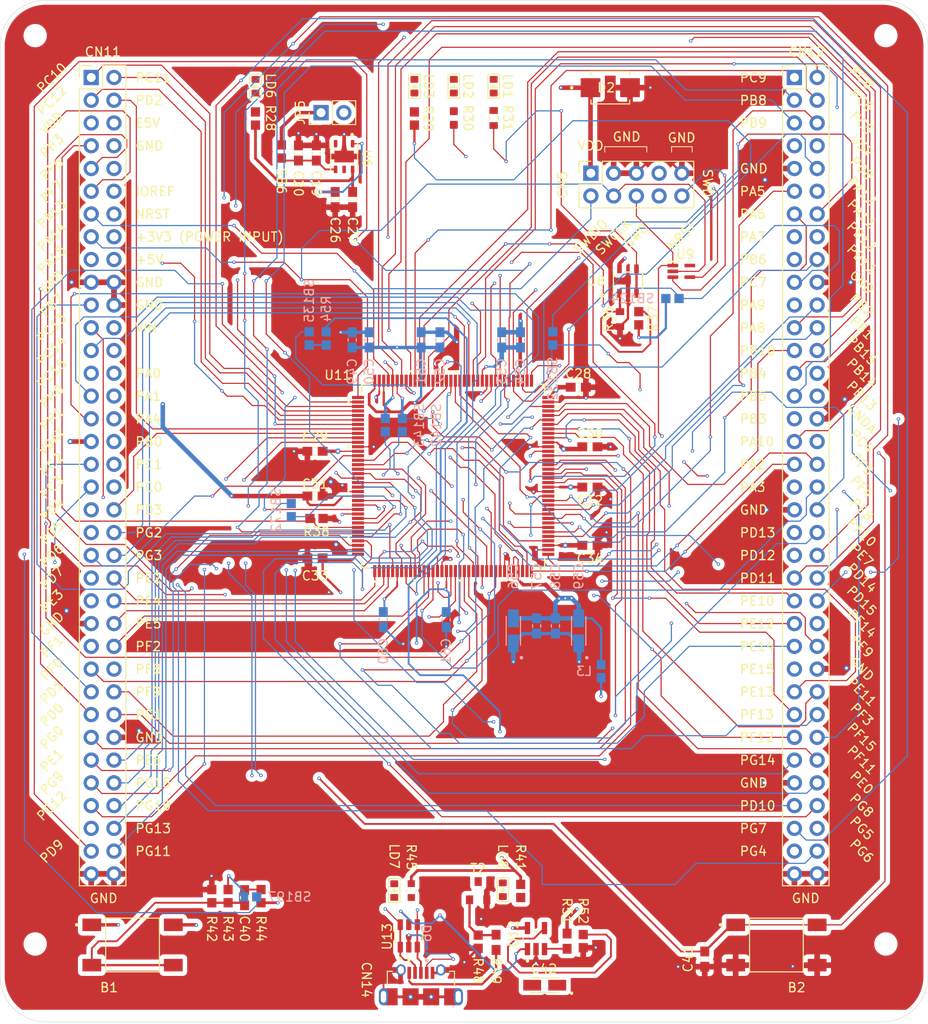
<source format=kicad_pcb>
(kicad_pcb (version 20240108) (generator "pcbnew") (generator_version "8.0")
  (layers (0 "F.Cu" signal "Top Layer (T)") (1 "In1.Cu" signal "GND (2)") (2 "In2.Cu" signal "Signal (3)") (3 "In3.Cu" signal "PWR (4)") (4 "In4.Cu" signal "GND (5)") (31 "B.Cu" jumper "Bottom Layer (B)") (34 "B.Paste" user) (35 "F.Paste" user) (36 "B.SilkS" user "B.Silkscreen") (37 "F.SilkS" user "F.Silkscreen") (38 "B.Mask" user) (39 "F.Mask" user) (44 "Edge.Cuts" user))
  (net 0 "")
  (net 1 "Net-(U6-VOUT)")
  (net 2 "NRST")
  (net 3 "PA9")
  (net 4 "AVDD")
  (net 5 "PG13")
  (net 6 "PB0")
  (net 7 "PC1")
  (net 8 "PG9")
  (net 9 "PD0")
  (net 10 "PC14")
  (net 11 "PA15")
  (net 12 "PE5")
  (net 13 "PD7")
  (net 14 "PH1")
  (net 15 "PE3")
  (net 16 "PF7")
  (net 17 "PD9")
  (net 18 "PA4")
  (net 19 "PD5")
  (net 20 "PC13")
  (net 21 "PF9")
  (net 22 "PG15")
  (net 23 "PF0")
  (net 24 "PA14")
  (net 25 "PB7")
  (net 26 "PG1")
  (net 27 "PC3")
  (net 28 "PG11")
  (net 29 "PC0")
  (net 30 "PG0")
  (net 31 "PC2")
  (net 32 "PF1")
  (net 33 "PE2")
  (net 34 "PG2")
  (net 35 "PG3")
  (net 36 "PA0")
  (net 37 "PD4")
  (net 38 "PG10")
  (net 39 "PG12")
  (net 40 "PF8")
  (net 41 "PA13")
  (net 42 "PC15")
  (net 43 "PE4")
  (net 44 "PD6")
  (net 45 "PE1")
  (net 46 "PH0")
  (net 47 "PF2")
  (net 48 "PE6")
  (net 49 "PA1")
  (net 50 "PD3")
  (net 51 "PD1")
  (net 52 "PA10")
  (net 53 "PF13")
  (net 54 "PA7")
  (net 55 "PE7")
  (net 56 "PD12")
  (net 57 "PF12")
  (net 58 "PF3")
  (net 59 "PE10")
  (net 60 "PG7")
  (net 61 "PD15")
  (net 62 "PF5")
  (net 63 "PB1")
  (net 64 "PD10")
  (net 65 "PG4")
  (net 66 "PF15")
  (net 67 "PF4")
  (net 68 "PB14")
  (net 69 "PB2")
  (net 70 "PE13")
  (net 71 "PD14")
  (net 72 "PC4")
  (net 73 "PE12")
  (net 74 "PF14")
  (net 75 "PA6")
  (net 76 "PD8")
  (net 77 "PD13")
  (net 78 "PB15")
  (net 79 "PB6")
  (net 80 "PE8")
  (net 81 "PA2")
  (net 82 "PB13")
  (net 83 "PB3")
  (net 84 "PE15")
  (net 85 "PC7")
  (net 86 "PB4")
  (net 87 "PB10")
  (net 88 "PF10")
  (net 89 "PB12")
  (net 90 "PA5")
  (net 91 "PB11")
  (net 92 "PG8")
  (net 93 "PF11")
  (net 94 "PD11")
  (net 95 "PE9")
  (net 96 "PB5")
  (net 97 "PE14")
  (net 98 "PG14")
  (net 99 "PE0")
  (net 100 "PE11")
  (net 101 "PA3")
  (net 102 "PA8")
  (net 103 "Net-(LD3-A)")
  (net 104 "Net-(LD2-A)")
  (net 105 "Net-(LD1-A)")
  (net 106 "PH3-BOOT0")
  (net 107 "PC8")
  (net 108 "PC11")
  (net 109 "PD2")
  (net 110 "PC5")
  (net 111 "PC6")
  (net 112 "PF6")
  (net 113 "PC9")
  (net 114 "PC10")
  (net 115 "PC12")
  (net 116 "PB9")
  (net 117 "PB8")
  (net 118 "VDD")
  (net 119 "+3V3")
  (net 120 "Net-(B1-Pad1)")
  (net 121 "Net-(R29-Pad1)")
  (net 122 "Net-(R37-Pad1)")
  (net 123 "Net-(C40-Pad2)")
  (net 126 "Net-(U11-PB7)")
  (net 127 "Net-(U8-IN-)")
  (net 128 "Net-(U8-IN+)")
  (net 129 "PA11")
  (net 130 "PA12")
  (net 131 "GND")
  (net 132 "E5V")
  (net 134 "+5V")
  (net 136 "VIN")
  (net 138 "U5V")
  (net 139 "Net-(LD8-A)")
  (net 140 "Net-(R48-Pad1)")
  (net 141 "Net-(LD8-K)")
  (net 142 "USB_DP")
  (net 143 "Net-(R43-Pad1)")
  (net 144 "Net-(U6-EN)")
  (net 145 "PG5")
  (net 146 "USB_VBUS")
  (net 147 "Net-(JP5-Pin_1)")
  (net 148 "Net-(LD6-A)")
  (net 149 "Net-(LD7-A)")
  (net 150 "Net-(LD7-K)")
  (net 151 "Net-(U12-EN)")
  (net 152 "Net-(R54-Pad1)")
  (net 154 "USB_DN")
  (net 155 "IOREF")
  (net 156 "PG6")
  (footprint "Connector_PinSocket_2.54mm:PinSocket_2x36_P2.54mm_Vertical" (layer "F.Cu") (at 171.364648 38.275)
    (property "Reference" "CN12")
    (property "Value" "Conn_02x36_Odd_Even" (hide yes))
  )
  (footprint "TS04_66_43_BK_260_SMT:SW_TS04-66-43-BK-260-SMT" (layer "F.Cu") (at 94.075 135.115)
    (property "Reference" "B1")
    (property "Value" "TS02-66-60-BK-160-LCR-D" (hide yes))
  )
  (footprint "MountingHole:MountingHole_2.1mm" (layer "F.Cu") (at 178.2 33.6)
    (property "Reference" "REF**" (hide yes))
    (property "Value" "MountingHole_2.1mm" (hide yes))
  )
  (footprint "RC0603FR-07330RL:RESC1607X60N" (layer "F.Cu") (at 137.421625 129.0829 90)
    (property "Reference" "R41")
    (property "Value" "330" (hide yes))
  )
  (footprint "TAJA475K016R:CAPMP3216X166" (layer "F.Cu") (at 140.1 139.6 180)
    (property "Reference" "C42")
    (property "Value" "4.7uF" (hide yes))
  )
  (footprint "CC0603KRX7R7BB104:CAPC1608X90" (layer "F.Cu") (at 145.15 79.5)
    (property "Reference" "C30")
    (property "Value" "100nF" (hide yes))
  )
  (footprint "RC0603FR-07620RL:RC0603N_YAG" (layer "F.Cu") (at 125.2 129.0399 90)
    (property "Reference" "R45")
    (property "Value" "620" (hide yes))
  )
  (footprint "RC0603FR-07330RL:RESC1607X60N" (layer "F.Cu") (at 104.74301 129.665 -90)
    (property "Reference" "R43")
    (property "Value" "330" (hide yes))
  )
  (footprint "MountingHole:MountingHole_2.1mm" (layer "F.Cu") (at 83.2 33.6)
    (property "Reference" "REF**" (hide yes))
    (property "Value" "MountingHole_2.1mm" (hide yes))
  )
  (footprint "CC0603KRX7R7BB104:CAPC1608X90" (layer "F.Cu") (at 114.45 80 180)
    (property "Reference" "C29")
    (property "Value" "100nF" (hide yes))
  )
  (footprint "SMD-LED-CLEAR-GREEN_0603_:LED-0603" (layer "F.Cu") (at 107.8 39.251448 90)
    (property "Reference" "LD6")
    (property "Value" "Green" (hide yes))
  )
  (footprint "TS04_66_43_BK_260_SMT:SW_TS04-66-43-BK-260-SMT" (layer "F.Cu") (at 165.974648 135.115)
    (property "Reference" "B2")
    (property "Value" "TS02-66-60-BK-160-LCR-D" (hide yes))
  )
  (footprint "STM32L496ZGT6:LQFP144-20x20mm_STM" (layer "F.Cu") (at 129.875 82.75 90)
    (property "Reference" "U11")
    (property "Value" "STM32L496ZGTx" (hide yes))
  )
  (footprint "CC0603KRX7R7BB104:CAPC1608X90" (layer "F.Cu") (at 143.85 72.85)
    (property "Reference" "C28")
    (property "Value" "100nF" (hide yes))
  )
  (footprint "RC0603FR-0722KL:RESC1607X60N" (layer "F.Cu") (at 132.671625 134.75 90)
    (property "Reference" "R48")
    (property "Value" "22K" (hide yes))
  )
  (footprint "47589-1001:MOLEX_47589-1001" (layer "F.Cu") (at 126.271625 141.25)
    (property "Reference" "CN14")
    (property "Value" "USB_B_Micro" (hide yes))
  )
  (footprint "ESDALC6V1W5:SOT65P210X110-5N" (layer "F.Cu") (at 155.356638 59.9152)
    (property "Reference" "U9")
    (property "Value" "ESDALC6V1W5" (hide yes))
  )
  (footprint "Connector_PinSocket_2.54mm:PinSocket_2x36_P2.54mm_Vertical" (layer "F.Cu") (at 92.46 38.275)
    (property "Reference" "CN11")
    (property "Value" "Conn_02x36_Odd_Even" (hide yes))
  )
  (footprint "RC0603FR-0710KL:RESC1607X60N" (layer "F.Cu") (at 144.4 134.685 90)
    (property "Reference" "R52")
    (property "Value" "10K" (hide yes))
  )
  (footprint "RC0603FR-0710KL:RESC1607X60N" (layer "F.Cu") (at 114.6154 87.5)
    (property "Reference" "R38")
    (property "Value" "10K" (hide yes))
  )
  (footprint "CC0603KRX5R7BB105:CAPC1608X90" (layer "F.Cu") (at 118.65 51.9016 -90)
    (property "Reference" "C27")
    (property "Value" "1uF" (hide yes))
  )
  (footprint "STMPS2151STR:SOT95P280X145-5N" (layer "F.Cu") (at 139.1266 134.4 90)
    (property "Reference" "U12")
    (property "Value" "STMPS2151STR" (hide yes))
  )
  (footprint "MMBT9013:SOT-23" (layer "F.Cu") (at 132.671625 129.0519 90)
    (property "Reference" "T2")
    (property "Value" "9013" (hide yes))
    (property "VALUE" "MMBT9013" (hide yes))
  )
  (footprint "MountingHole:MountingHole_2.1mm" (layer "F.Cu") (at 178.2 135)
    (property "Reference" "REF**" (hide yes))
    (property "Value" "MountingHole_2.1mm" (hide yes))
  )
  (footprint "RC0603FR-0747KL:RESC1608X55" (layer "F.Cu") (at 134.671625 134.8154 90)
    (property "Reference" "R49")
    (property "Value" "47K" (hide yes))
  )
  (footprint "SMD-LED-CLEAR-GREEN_0603_:LED-0603" (layer "F.Cu") (at 134.4 39.2455 90)
    (property "Reference" "LD1")
    (property "Value" "Green" (hide yes))
  )
  (footprint "MountingHole:MountingHole_2.1mm" (layer "F.Cu") (at 83.2 135)
    (property "Reference" "REF**" (hide yes))
    (property "Value" "MountingHole_2.1mm" (hide yes))
  )
  (footprint "SMD-LED-CLEAR-GREEN_0603_:LED-0603" (layer "F.Cu") (at 135.421625 128.9469 90)
    (property "Reference" "LD8")
    (property "Value" "Green" (hide yes))
  )
  (footprint "RC0603FR-07510RL:RESC1608X60N" (layer "F.Cu") (at 134.4 42.8 90)
    (property "Reference" "R31")
    (property "Value" "510" (hide yes))
  )
  (footprint "Connector_PinHeader_2.54mm:PinHeader_1x02_P2.54mm_Vertical" (layer "F.Cu") (at 115.125 42.2 90)
    (property "Reference" "JP5")
    (property "Value" "Conn_01x02_Pin" (hide yes))
  )
  (footprint "SMD-RES-680R-1_-1_10W_0603_:R0603" (layer "F.Cu") (at 129.95 42.8 180)
    (property "Reference" "R30")
    (property "Value" "680" (hide yes))
  )
  (footprint "CC0603KRX5R7BB105:CAPC1608X90" (layer "F.Cu") (at 114.6 46.7 90)
    (property "Reference" "C19")
    (property "Value" "1uF" (hide yes))
  )
  (footprint "RC0603FR-0710KL:RESC1607X60N" (layer "F.Cu") (at 150.606001 65.149999 90)
    (property "Reference" "R37")
    (property "Value" "10K" (hide yes))
  )
  (footprint "Connector_PinSocket_2.54mm:PinSocket_2x05_P2.54mm_Vertical" (layer "F.Cu") (at 145.256638 48.96 90)
    (property "Reference" "CN5")
    (property "Value" "Conn_ARM_JTAG_SWD_10" (hide yes))
  )
  (footprint "RC0603FR-07220KL:RESC1607X60N" (layer "F.Cu") (at 102.92461 129.665 -90)
    (property "Reference" "R42")
    (property "Value" "220K" (hide yes))
  )
  (footprint "LD39050PU33R:SON95P300X300X100-7N" (layer "F.Cu") (at 117.7 47.1 -90)
    (property "Reference" "U6")
    (property "Value" "LD39050PU33R" (hide yes))
  )
  (footprint "RC0603JR-070RL:RESC1607X60N" (layer "F.Cu") (at 110.7 46.5346 90)
    (property "Reference" "SB6")
    (property "Value" "Closed" (hide yes))
  )
  (footprint "SMLVT3V3:DIOM4336X265N" (layer "F.Cu") (at 147.421638 39.4125)
    (property "Reference" "D2")
    (property "Value" "SMLVT3V3" (hide yes))
  )
  (footprint "SMD-LED-CLEAR-BLUE_0603_:LED-0603" (layer "F.Cu") (at 129.95 39.2455 90)
    (property "Reference" "LD2")
    (property "Value" "Blue" (hide yes))
  )
  (footprint "CC0603KRX7R7BB104:CAPC1608X90" (layer "F.Cu") (at 145.15 84)
    (property "Reference" "C32")
    (property "Value" "100nF" (hide yes))
  )
  (footprint "RC0603FR-071KL:RESC1607X60N" (layer "F.Cu") (at 107.8 42.854448 90)
    (property "Reference" "R28")
    (property "Value" "1K" (hide yes))
  )
  (footprint "USBLC6-2SC6:SOT95P280X145-6N" (layer "F.Cu") (at 124.921625 134.1 90)
    (property "Reference" "U13")
    (property "Value" "USBLC6-2SC6")
  )
  (footprint "CC0603KRX7R7BB104:CAPC1608X90" (layer "F.Cu") (at 116.7 51.9016 -90)
    (property "Reference" "C26")
    (property "Value" "100nF" (hide yes))
  )
  (footprint "LED-SMD-RED-DIFFUSED_0603_:LED-0603" (layer "F.Cu") (at 125.551 39.2455 90)
    (property "Reference" "LD3")
    (property "Value" "Red" (hide yes))
  )
  (footprint "RC0603FR-07200KL:RESC1608X60N" (layer "F.Cu") (at 148.506001 65.253199 90)
    (property "Reference" "R36")
    (property "Value" "200K" (hide yes))
  )
  (footprint "TSV631AILT:SOT23-5_STM" (layer "F.Cu") (at 149.4 61 90)
    (property "Reference" "U8")
    (property "Value" "TSV631AILT" (hide yes))
  )
  (footprint "RC0603FR-071KL:RESC1607X60N" (layer "F.Cu") (at 125.551 42.854448 90)
    (property "Reference" "R29")
    (property "Value" "1K" (hide yes))
  )
  (footprint "CC0603KRX7R7BB104:CAPC1608X90" (layer "F.Cu") (at 114.45 91.9 180)
    (property "Reference" "C33")
    (property "Value" "100nF" (hide yes))
  )
  (footprint "RC0603FR-0747KL:RESC1608X55" (layer "F.Cu") (at 142.6 134.685 90)
    (property "Reference" "R51")
    (property "Value" "47K" (hide yes))
  )
  (footprint "CC0603KRX7R7BB104:CAPC1608X90" (layer "F.Cu") (at 106.58381 129.8304 90)
    (property "Reference" "C40")
    (property "Value" "[N/A]" (hide yes))
  )
  (footprint "LED-SMD-RED-DIFFUSED_0603_:LED-0603" (layer "F.Cu") (at 123.3 129.0399 90)
    (property "Reference" "LD7")
    (property "Value" "Red" (hide yes))
  )
  (footprint "RC0603FR-07100RL:RESC1607X60N" (layer "F.Cu") (at 108.42461 129.665 90)
    (property "Reference" "R44")
    (property "Value" "100" (hide yes))
  )
  (footprint "CC0603KRX7R7BB104:CAPC1608X90" (layer "F.Cu") (at 157.974648 136.6884 90)
    (property "Reference" "C41")
    (property "Value" "100nF" (hide yes))
  )
  (footprint "CC0603KRX7R7BB104:CAPC1608X90" (layer "F.Cu") (at 114.45 85)
    (property "Reference" "C31")
    (property "Value" "100nF" (hide yes))
  )
  (footprint "CC0603KRX7R7BB104:CAPC1608X90" (layer "F.Cu") (at 145.15 90.5)
    (property "Reference" "C34")
    (property "Value" "100nF" (hide yes))
  )
  (footprint "CC0603KRX7R7BB104:CAPC1608X90" (layer "F.Cu") (at 112.6 46.7 90)
    (property "Reference" "C20")
    (property "Value" "100nF" (hide yes))
  )
  (footprint "CC0603KRX7R7BB104:CAPC1608X90" (layer "B.Cu") (at 139.2 99.5 -90)
    (property "Reference" "C57")
    (property "Value" "100nF" (hide yes))
  )
  (footprint "FCM1608KF-601T05:FB0603" (layer "B.Cu") (at 146.4 104.55 90)
    (property "Reference" "L3")
    (property "Value" "BEAD" (hide yes))
  )
  (footprint "RC0603JR-070RL:RESC1607X60N" (layer "B.Cu") (at 124.2 77.077201 -90)
    (property "Reference" "SB142")
    (property "Value" "Closed" (hide yes))
  )
  (footprint "RC0603JR-070RL:RESC1607X60N" (layer "B.Cu") (at 122.3 77.077201 -90)
    (property "Reference" "SB143")
    (property "Value" "Closed" (hide yes))
  )
  (footprint "RC0603JR-070RL:RESC1607X60N" (layer "B.Cu") (at 113.8 67.4 -90)
    (property "Reference" "SB135")
    (property "Value" "Closed" (hide yes))
  )
  (footprint "CC0603KRX7R7BB104:CAPC1608X90" (layer "B.Cu") (at 120.5 67.565 90)
    (property "Reference" "C50")
    (property "Value" "100nF" (hide yes))
  )
  (footprint "RC0603FR-0710KL:RESC1607X60N" (layer "B.Cu") (at 115.7 67.4 90)
    (property "Reference" "R54")
    (property "Value" "10K" (hide yes))
  )
  (footprint "CC0603KRX7R7BB104:CAPC1608X90" (layer "B.Cu") (at 126.3 67.565 90)
    (property "Reference" "C51")
    (property "Value" "100nF" (hide yes))
  )
  (footprint "RC0603JR-070RL:RESC1607X60N" (layer "B.Cu") (at 111.8 86.565 90)
    (property "Reference" "SB172")
    (property "Value" "Closed" (hide yes))
  )
  (footprint "CC0603KRX5R7BB105:CAPC1608X90" (layer "B.Cu") (at 122.075001 98.8 -90)
    (property "Reference" "C60")
    (property "Value" "1uF_X5R_0603" (hide yes))
  )
  (footprint "CC0603KRX7R7BB104:CAPC1608X90" (layer "B.Cu") (at 135.3 67.565 90)
    (property "Reference" "C53")
    (property "Value" "100nF" (hide yes))
  )
  (footprint "RC0603JR-070RL:RESC1607X60N" (layer "B.Cu") (at 141 67.3996 90)
    (property "Reference" "SB132")
    (property "Value" "Closed" (hide yes))
  )
  (footprint "TAJA105K016R:CAPMP3216X166" (layer "B.Cu") (at 143.9 100.05 90)
    (property "Reference" "C59")
    (property "Value" "1uF" (hide yes))
  )
  (footprint "CC0603KRX7R7BB104:CAPC1608X90" (layer "B.Cu") (at 118.6 67.565 90)
    (property "Reference" "C49")
    (property "Value" "100nF" (hide yes))
  )
  (footprint "CC0603KRX5R7BB475:CAPC1608X90" (layer "B.Cu") (at 137.4 67.565 90)
    (property "Reference" "C54")
    (property "Value" "4.7uF_X54_0603" (hide yes))
  )
  (footprint "RC0603JR-070RL:RESC1607X60N" (layer "B.Cu") (at 154.365 62.95 180)
    (property "Reference" "SB124")
    (property "Value" "Closed" (hide yes))
  )
  (footprint "TAJA105K016R:CAPMP3216X166" (layer "B.Cu") (at 136.6 100.05 90)
    (property "Reference" "C56")
    (property "Value" "1uF" (hide yes))
  )
  (footprint "CC0603KRX7R7BB104:CAPC1608X90" (layer "B.Cu") (at 141.3 99.5 -90)
    (property "Reference" "C58")
    (property "Value" "100nF" (hide yes))
  )
  (footprint "RC0603JR-070RL:RESC1607X60N" (layer "B.Cu") (at 107.20301 129.74411 180)
    (property "Reference" "SB197")
    (property "Value" "Closed" (hide yes))
  )
  (footprint "ESDALC6V1-1U2:DIODE_ESDALC6V1-1U2" (layer "B.Cu") (at 126.921625 135.8 90)
    (property "Reference" "D6")
    (property "Value" "ESDALC6V1-1U2" (hide yes))
  )
  (footprint "CC0603KRX7R7BB104:CAPC1608X90" (layer "B.Cu") (at 129.1 98.8 -90)
    (property "Reference" "C61")
    (property "Value" "100nF" (hide yes))
  )
  (footprint "CC0603KRX5R7BB475:CAPC1608X90" (layer "B.Cu") (at 128.4 67.565 90)
    (property "Reference" "C52")
    (property "Value" "4.7uF_X54_0603" (hide yes))
  )
  (gr_line (start 130.4 140.9) (end 127.6 140.9) (stroke (width 0.3048)) (layer "F.Cu") (net 131))
  (gr_line (start 127.6 140.9) (end 122.1 140.9) (stroke (width 0.3048)) (layer "F.Cu") (net 131))
  (gr_line (start 122.1 138.9) (end 122.1 140.9) (stroke (width 0.2)) (layer "F.Cu") (net 131))
  (gr_line (start 146.8 46) (end 151.5 46) (stroke (width 0.1)) (layer "F.SilkS"))
  (gr_line (start 156.566638 46) (end 156.566638 46.6) (stroke (width 0.1)) (layer "F.SilkS"))
  (gr_line (start 146.8 46.6) (end 146.8 46) (stroke (width 0.1)) (layer "F.SilkS"))
  (gr_line (start 154.266638 46) (end 154.266638 46.6) (stroke (width 0.1)) (layer "F.SilkS"))
  (gr_line (start 154.266638 46) (end 156.566638 46) (stroke (width 0.1)) (layer "F.SilkS"))
  (gr_line (start 151.5 46) (end 151.5 46.6) (stroke (width 0.1)) (layer "F.SilkS"))
  (gr_line (start 182.896625 34.73) (end 182.896625 138.62) (stroke (width 0.05)) (layer "Edge.Cuts"))
  (gr_arc (start 79.296625 34.73) (mid 80.784524 31.137906) (end 84.376625 29.65) (stroke (width 0.05)) (layer "Edge.Cuts"))
  (gr_arc (start 177.816625 29.65) (mid 181.408711 31.137906) (end 182.896625 34.73) (stroke (width 0.05)) (layer "Edge.Cuts"))
  (gr_arc (start 182.896625 138.62) (mid 181.408727 142.212102) (end 177.816625 143.7) (stroke (width 0.05)) (layer "Edge.Cuts"))
  (gr_line (start 79.296625 138.62) (end 79.296625 34.73) (stroke (width 0.05)) (layer "Edge.Cuts"))
  (gr_line (start 177.816625 143.7) (end 84.376625 143.7) (stroke (width 0.05)) (layer "Edge.Cuts"))
  (gr_arc (start 84.376625 143.7) (mid 80.784523 142.212102) (end 79.296625 138.62) (stroke (width 0.05)) (layer "Edge.Cuts"))
  (gr_line (start 84.376625 29.65) (end 177.816625 29.65) (stroke (width 0.05)) (layer "Edge.Cuts"))
  (gr_text "PE12" (at 161.8 99.846378 0) (layer "F.SilkS") (effects (font (size 1.016 1.016) (thickness 0.1524) (bold yes)) (justify left bottom)))
  (gr_text "SWO\n" (at 149.550199 57.533158 45) (layer "F.SilkS") (effects (font (size 1.016 1.016) (thickness 0.1524) (bold yes)) (justify left bottom)))
  (gr_text "PB13" (at 173.606579 72.774877 315) (layer "F.SilkS") (effects (font (size 1.016 1.016) (thickness 0.1524) (bold yes)) (justify left bottom)))
  (gr_text "PE3" (at 84.393157 98.243427 45) (layer "F.SilkS") (effects (font (size 1.016 1.016) (thickness 0.1524) (bold yes)) (justify left bottom)))
  (gr_text "PE7" (at 173.982894 90.931192 315) (layer "F.SilkS") (effects (font (size 1.016 1.016) (thickness 0.1524) (bold yes)) (justify left bottom)))
  (gr_text "PE4" (at 94.3 97.306378 0) (layer "F.SilkS") (effects (font (size 1.016 1.016) (thickness 0.1524) (bold yes)) (justify left bottom)))
  (gr_text "PA3" (at 161.8 84.606378 0) (layer "F.SilkS") (effects (font (size 1.016 1.016) (thickness 0.1524) (bold yes)) (justify left bottom)))
  (gr_text "GND" (at 94.3 46.506378 0) (layer "F.SilkS") (effects (font (size 1.016 1.016) (thickness 0.1524) (bold yes)) (justify left bottom)))
  (gr_text "+5V" (at 94.3 59.206378 0) (layer "F.SilkS") (effects (font (size 1.016 1.016) (thickness 0.1524) (bold yes)) (justify left bottom)))
  (gr_text "GNDA" (at 173.606579 75.314877 315) (layer "F.SilkS") (effects (font (size 1.016 1.016) (thickness 0.1524) (bold yes)) (justify left bottom)))
  (gr_text "GND" (at 161.8 87.146378 0) (layer "F.SilkS") (effects (font (size 1.016 1.016) (thickness 0.1524) (bold yes)) (justify left bottom)))
  (gr_text "PB14" (at 173.606579 70.234877 315) (layer "F.SilkS") (effects (font (size 1.016 1.016) (thickness 0.1524) (bold yes)) (justify left bottom)))
  (gr_text "GND" (at 161.8 49.046378 0) (layer "F.SilkS") (effects (font (size 1.016 1.016) (thickness 0.1524) (bold yes)) (justify left bottom)))
  (gr_text "PF5" (at 174 80.788298 315) (layer "F.SilkS") (effects (font (size 1.016 1.016) (thickness 0.1524) (bold yes)) (justify left bottom)))
  (gr_text "PF9" (at 94.3 107.466378 0) (layer "F.SilkS") (effects (font (size 1.016 1.016) (thickness 0.1524) (bold yes)) (justify left bottom)))
  (gr_text "PA15" (at 84.068158 60.468427 45) (layer "F.SilkS") (effects (font (size 1.016 1.016) (thickness 0.1524) (bold yes)) (justify left bottom)))
  (gr_text "PD2" (at 94.3 41.426378 0) (layer "F.SilkS") (effects (font (size 1.016 1.016) (thickness 0.1524) (bold yes)) (justify left bottom)))
  (gr_text "PB10" (at 161.8 69.366378 0) (layer "F.SilkS") (effects (font (size 1.016 1.016) (thickness 0.1524) (bold yes)) (justify left bottom)))
  (gr_text "GND" (at 94.3 61.746378 0) (layer "F.SilkS") (effects (font (size 1.016 1.016) (thickness 0.1524) (bold yes)) (justify left bottom)))
  (gr_text "PC13" (at 84.016842 68.139743 45) (layer "F.SilkS") (effects (font (size 1.016 1.016) (thickness 0.1524) (bold yes)) (justify left bottom)))
  (gr_text "PA14" (at 84.068158 57.928427 45) (layer "F.SilkS") (effects (font (size 1.016 1.016) (thickness 0.1524) (bold yes)) (justify left bottom)))
  (gr_text "PB12" (at 173.606579 54.994877 315) (layer "F.SilkS") (effects (font (size 1.016 1.016) (thickness 0.1524) (bold yes)) (justify left bottom)))
  (gr_text "PD11" (at 161.8 94.766378 0) (layer "F.SilkS") (effects (font (size 1.016 1.016) (thickness 0.1524) (bold yes)) (justify left bottom)))
  (gr_text "PG15" (at 94.3 117.626378 0) (layer "F.SilkS") (effects (font (size 1.016 1.016) (thickness 0.1524) (bold yes)) (justify left bottom)))
  (gr_text "PC9" (at 161.8 38.886378 0) (layer "F.SilkS") (effects (font (size 1.016 1.016) (thickness 0.1524) (bold yes)) (justify left bottom)))
  (gr_text "PB6" (at 161.8 59.206378 0) (layer "F.SilkS") (effects (font (size 1.016 1.016) (thickness 0.1524) (bold yes)) (justify left bottom)))
  (gr_text "PB11" (at 173.606579 57.534877 315) (layer "F.SilkS") (effects (font (size 1.016 1.016) (thickness 0.1524) (bold yes)) (justify left bottom)))
  (gr_text "PD8" (at 173.948684 47.716982 315) (layer "F.SilkS") (effects (font (size 1.016 1.016) (thickness 0.1524) (bold yes)) (justify left bottom)))
  (gr_text "PG6" (at 173.948684 123.916982 315) (layer "F.SilkS") (effects (font (size 1.016 1.016) (thickness 0.1524) (bold yes)) (justify left bottom)))
  (gr_text "PC10" (at 84.016842 40.199743 45) (layer "F.SilkS") (effects (font (size 1.016 1.016) (thickness 0.1524) (bold yes)) (justify left bottom)))
  (gr_text "PC2" (at 84.358947 83.037638 45) (layer "F.SilkS") (effects (font (size 1.016 1.016) (thickness 0.1524) (bold yes)) (justify left bottom)))
  (gr_text "PG8" (at 173.948684 118.836982 315) (layer "F.SilkS") (effects (font (size 1.016 1.016) (thickness 0.1524) (bold yes)) (justify left bottom)))
  (gr_text "GND" (at 167.6 130.5 0) (layer "F.SilkS") (effects (font (size 1.016 1.016) (thickness 0.1524) (bold yes)) (justify left bottom)))
  (gr_text "PB5" (at 161.8 74.446378 0) (layer "F.SilkS") (effects (font (size 1.016 1.016) (thickness 0.1524) (bold yes)) (justify left bottom)))
  (gr_text "PD7" (at 84.358947 95.737638 45) (layer "F.SilkS") (effects (font (size 1.016 1.016) (thickness 0.1524) (bold yes)) (justify left bottom)))
  (gr_text "PD12" (at 161.8 92.226378 0) (layer "F.SilkS") (effects (font (size 1.016 1.016) (thickness 0.1524) (bold yes)) (justify left bottom)))
  (gr_text "+3V3 (POWER INPUT)" (at 94.3 56.666378 0) (layer "F.SilkS") (effects (font (size 1.016 1.016) (thickness 0.1524) (bold yes)) (justify left bottom)))
  (gr_text "PE0" (at 173.982894 116.331192 315) (layer "F.SilkS") (effects (font (size 1.016 1.016) (thickness 0.1524) (bold yes)) (justify left bottom)))
  (gr_text "PA6" (at 161.8 54.126378 0) (layer "F.SilkS") (effects (font (size 1.016 1.016) (thickness 0.1524) (bold yes)) (justify left bottom)))
  (gr_text "PB15" (at 173.606579 67.694877 315) (layer "F.SilkS") (effects (font (size 1.016 1.016) (thickness 0.1524) (bold yes)) (justify left bottom)))
  (gr_text "GND" (at 84.324736 62.751848 45) (layer "F.SilkS") (effects (font (size 1.016 1.016) (thickness 0.1524) (bold yes)) (justify left bottom)))
  (gr_text "PG7" (at 161.8 122.706378 0) (layer "F.SilkS") (effects (font (size 1.016 1.016) (thickness 0.1524) (bold yes)) (justify left bottom)))
  (gr_text "GND\n" (at 147.6 45.5 0) (layer "F.SilkS") (effects (font (size 1.016 1.016) (thickness 0.1524) (bold yes)) (justify left bottom)))
  (gr_text "PF4" (at 174 83.328298 315) (layer "F.SilkS") (effects (font (size 1.016 1.016) (thickness 0.1524) (bold yes)) (justify left bottom)))
  (gr_text "NRST" (at 94.3 54.126378 0) (layer "F.SilkS") (effects (font (size 1.016 1.016) (thickness 0.1524) (bold yes)) (justify left bottom)))
  (gr_text "GND" (at 94.3 112.546378 0) (layer "F.SilkS") (effects (font (size 1.016 1.016) (thickness 0.1524) (bold yes)) (justify left bottom)))
  (gr_text "VDD" (at 84.393157 44.903427 45) (layer "F.SilkS") (effects (font (size 1.016 1.016) (thickness 0.1524) (bold yes)) (justify left bottom)))
  (gr_text "U5V" (at 173.982894 45.211192 315) (layer "F.SilkS") (effects (font (size 1.016 1.016) (thickness 0.1524) (bold yes)) (justify left bottom)))
  (gr_text "PB7" (at 84.358947 65.257638 45) (layer "F.SilkS") (effects (font (size 1.016 1.016) (thickness 0.1524) (bold yes)) (justify left bottom)))
  (gr_text "PF3" (at 174 108.728298 315) (layer "F.SilkS") (effects (font (size 1.016 1.016) (thickness 0.1524) (bold yes)) (justify left bottom)))
  (gr_text "PF0" (at 84.410263 105.846322 45) (layer "F.SilkS") (effects (font (size 1.016 1.016) (thickness 0.1524) (bold yes)) (justify left bottom)))
  (gr_text "GND" (at 173.914473 60.382771 315) (layer "F.SilkS") (effects (font (size 1.016 1.016) (thickness 0.1524) (bold yes)) (justify left bottom)))
  (gr_text "PG13" (at 94.3 122.706378 0) (layer "F.SilkS") (effects (font (size 1.016 1.016) (thickness 0.1524) (bold yes)) (justify left bottom)))
  (gr_text "PC7" (at 161.8 61.746378 0) (layer "F.SilkS") (effects (font (size 1.016 1.016) (thickness 0.1524) (bold yes)) (justify left bottom)))
  (gr_text "PB1" (at 173.948684 65.496982 315) (layer "F.SilkS") (effects (font (size 1.016 1.016) (thickness 0.1524) (bold yes)) (justify left bottom)))
  (gr_text "PE9" (at 173.982894 101.091192 315) (layer "F.SilkS") (effects (font (size 1.016 1.016) (thickness 0.1524) (bold yes)) (justify left bottom)))
  (gr_text "VBAT" (at 84.170789 80.685795 45) (layer "F.SilkS") (effects (font (size 1.016 1.016) (thickness 0.1524) (bold yes)) (justify left bottom)))
  (gr_text "PE15" (at 161.8 104.926378 0) (layer "F.SilkS") (effects (font (size 1.016 1.016) (thickness 0.1524) (bold yes)) (justify left bottom)))
  (gr_text "SWDIO" (at 143.939936 58.169474 45) (layer "F.SilkS") (effects (font (size 1.016 1.016) (thickness 0.1524) (bold yes)) (justify left bottom)))
  (gr_text "PD4" (at 84.358947 88.117638 45) (layer "F.SilkS") (effects (font (size 1.016 1.016) (thickness 0.1524) (bold yes)) (justify left bottom)))
  (gr_text "GND" (at 89.2 130.5 0) (layer "F.SilkS") (effects (font (size 1.016 1.016) (thickness 0.1524) (bold yes)) (justify left bottom)))
  (gr_text "PB9" (at 161.8 43.966378 0) (layer "F.SilkS") (effects (font (size 1.016 1.016) (thickness 0.1524) (bold yes)) (justify left bottom)))
  (gr_text "GND" (at 94.3 64.286378 0) (layer "F.SilkS") (effects (font (size 1.016 1.016) (thickness 0.1524) (bold yes)) (justify left bottom)))
  (gr_text "SWD" (at 157.7 48.4 -90) (layer "F.SilkS") (effects (font (size 1.016 1.016) (thickness 0.1524) (bold yes)) (justify left bottom)))
  (gr_text "PC14" (at 84.016842 70.679743 45) (layer "F.SilkS") (effects (font (size 1.016 1.016) (thickness 0.1524) (bold yes)) (justify left bottom)))
  (gr_text "PA1" (at 94.3 74.446378 0) (layer "F.SilkS") (effects (font (size 1.016 1.016) (thickness 0.1524) (bold yes)) (justify left bottom)))
  (gr_text "PC15" (at 84.016842 73.219743 45) (layer "F.SilkS") (effects (font (size 1.016 1.016) (thickness 0.1524) (bold yes)) (justify left bottom)))
  (gr_text "PE14" (at 161.8 102.386378 0) (layer "F.SilkS") (effects (font (size 1.016 1.016) (thickness 0.1524) (bold yes)) (justify left bottom)))
  (gr_text "PG4" (at 161.8 125.246378 0) (layer "F.SilkS") (effects (font (size 1.016 1.016) (thickness 0.1524) (bold yes)) (justify left bottom)))
  (gr_text "PA4" (at 94.3 76.986378 0) (layer "F.SilkS") (effects (font (size 1.016 1.016) (thickness 0.1524) (bold yes)) (justify left bottom)))
  (gr_text "SWCLK\n" (at 146.377305 58.292631 45) (layer "F.SilkS") (effects (font (size 1.016 1.016) (thickness 0.1524) (bold yes)) (justify left bottom)))
  (gr_text "PB8" (at 161.8 41.426378 0) (layer "F.SilkS") (effects (font (size 1.016 1.016) (thickness 0.1524) (bold yes)) (justify left bottom)))
  (gr_text "GND" (at 173.914473 103.562771 315) (layer "F.SilkS") (effects (font (size 1.016 1.016) (thickness 0.1524) (bold yes)) (justify left bottom)))
  (gr_text "PG14" (at 161.8 115.086378 0) (layer "F.SilkS") (effects (font (size 1.016 1.016) (thickness 0.1524) (bold yes)) (justify left bottom)))
  (gr_text "PB3" (at 161.8 76.986378 0) (layer "F.SilkS") (effects (font (size 1.016 1.016) (thickness 0.1524) (bold yes)) (justify left bottom)))
  (gr_text "PE13" (at 161.8 107.466378 0) (layer "F.SilkS") (effects (font (size 1.016 1.016) (thickness 0.1524) (bold yes)) (justify left bottom)))
  (gr_text "PA2" (at 161.8 82.066378 0) (layer "F.SilkS") (effects (font (size 1.016 1.016) (thickness 0.1524) (bold yes)) (justify left bottom)))
  (gr_text "PG0" (at 84.358947 113.517638 45) (layer "F.SilkS") (effects (font (size 1.016 1.016) (thickness 0.1524) (bold yes)) (justify left bottom)))
  (gr_text "PB0" (at 94.3 79.526378 0) (layer "F.SilkS") (effects (font (size 1.016 1.016) (thickness 0.1524) (bold yes)) (justify left bottom)))
  (gr_text "PC5" (at 173.948684 42.636982 315) (layer "F.SilkS") (effects (font (size 1.016 1.016) (thickness 0.1524) (bold yes)) (justify left bottom)))
  (gr_text "PH3" (at 84.341842 47.494743 45) (layer "F.SilkS") (effects (font (size 1.016 1.016) (thickness 0.1524) (bold yes)) (justify left bottom)))
  (gr_text "PE2" (at 94.3 94.766378 0) (layer "F.SilkS") (effects (font (size 1.016 1.016) (thickness 0.1524) (bold yes)) (justify left bottom)))
  (gr_text "PF15" (at 173.657895 110.926193 315) (layer "F.SilkS") (effects (font (size 1.016 1.016) (thickness 0.1524) (bold yes)) (justify left bottom)))
  (gr_text "PD6" (at 84.358947 93.197638 45) (layer "F.SilkS") (effects (font (size 1.016 1.016) (thickness 0.1524) (bold yes)) (justify left bottom)))
  (gr_text "VDD" (at 143.67821 46.5 0) (layer "F.SilkS") (effects (font (size 1.016 1.016) (thickness 0.1524) (bold yes)) (justify left bottom)))
  (gr_text "PG10" (at 94.3 120.166378 0) (layer "F.SilkS") (effects (font (size 1.016 1.016) (thickness 0.1524) (bold yes)) (justify left bottom)))
  (gr_text "PA7" (at 161.8 56.666378 0) (layer "F.SilkS") (effects (font (size 1.016 1.016) (thickness 0.1524) (bold yes)) (justify left bottom)))
  (gr_text "PE6" (at 94.3 115.086378 0) (layer "F.SilkS") (effects (font (size 1.016 1.016) (thickness 0.1524) (bold yes)) (justify left bottom)))
  (gr_text "GND" (at 161.8 117.626378 0) (layer "F.SilkS") (effects (font (size 1.016 1.016) (thickness 0.1524) (bold yes)) (justify left bottom)))
  (gr_text "PA5" (at 161.8 51.586378 0) (layer "F.SilkS") (effects (font (size 1.016 1.016) (thickness 0.1524) (bold yes)) (justify left bottom)))
  (gr_text "PG3" (at 94.3 92.226378 0) (layer "F.SilkS") (effects (font (size 1.016 1.016) (thickness 0.1524) (bold yes)) (justify left bottom)))
  (gr_text "PF12" (at 161.8 112.546378 0) (layer "F.SilkS") (effects (font (size 1.016 1.016) (thickness 0.1524) (bold yes)) (justify left bottom)))
  (gr_text "PD14" (at 173.606579 93.094877 315) (layer "F.SilkS") (effects (font (size 1.016 1.016) (thickness 0.1524) (bold yes)) (justify left bottom)))
  (gr_text "PD3" (at 94.3 87.146378 0) (layer "F.SilkS") (effects (font (size 1.016 1.016) (thickness 0.1524) (bold yes)) (justify left bottom)))
  (gr_text "PC4" (at 173.948684 78.196982 315) (layer "F.SilkS") (effects (font (size 1.016 1.016) (thickness 0.1524) (bold yes)) (justify left bottom)))
  (gr_text "PA13" (at 84.068158 55.388427 45) (layer "F.SilkS") (effects (font (size 1.016 1.016) (thickness 0.1524) (bold yes)) (justify left bottom)))
  (gr_text "PH0" (at 84.341842 75.434743 45) (layer "F.SilkS") (effects (font (size 1.016 1.016) (thickness 0.1524) (bold yes)) (justify left bottom)))
  (gr_text "IOREF" (at 94.3 51.586378 0) (layer "F.SilkS") (effects (font (size 1.016 1.016) (thickness 0.1524) (bold yes)) (justify left bottom)))
  (gr_text "PE5" (at 94.3 99.846378 0) (layer "F.SilkS") (effects (font (size 1.016 1.016) (thickness 0.1524) (bold yes)) (justify left bottom)))
  (gr_text "PF2" (at 94.3 102.386378 0) (layer "F.SilkS") (effects (font (size 1.016 1.016) (thickness 0.1524) (bold yes)) (justify left bottom)))
  (gr_text "PF1" (at 84.410263 103.306322 45) (layer "F.SilkS") (effects (font (size 1.016 1.016) (thickness 0.1524) (bold yes)) (justify left bottom)))
  (gr_text "PB4" (at 161.8 71.906378 0) (layer "F.SilkS") (effects (font (size 1.016 1.016) (thickness 0.1524) (bold yes)) (justify left bottom)))
  (gr_text "PA12" (at 173.657895 49.966193 315) (layer "F.SilkS") (effects (font (size 1.016 1.016) (thickness 0.1524) (bold yes)) (justify left bottom)))
  (gr_text "PD10" (at 161.8 120.166378 0) (layer "F.SilkS") (effects (font (size 1.016 1.016) (thickness 0.1524) (bold yes)) (justify left bottom)))
  (gr_text "PD13" (at 161.8 89.686378 0) (layer "F.SilkS") (effects (font (size 1.016 1.016) (thickness 0.1524) (bold yes)) (justify left bottom)))
  (gr_text "PF8" (at 94.3 104.926378 0) (layer "F.SilkS") (effects (font (size 1.016 1.016) (thickness 0.1524) (bold yes)) (justify left bottom)))
  (gr_text "PC6" (at 173.948684 40.096982 315) (layer "F.SilkS") (effects (font (size 1.016 1.016) (thickness 0.1524) (bold yes)) (justify left bottom)))
  (gr_text "PF6" (at 84.410263 49.966322 45) (layer "F.SilkS") (effects (font (size 1.016 1.016) (thickness 0.1524) (bold yes)) (justify left bottom)))
  (gr_text "PC0" (at 94.3 84.606378 0) (layer "F.SilkS") (effects (font (size 1.016 1.016) (thickness 0.1524) (bold yes)) (justify left bottom)))
  (gr_text "PG1" (at 94.3 110.006378 0) (layer "F.SilkS") (effects (font (size 1.016 1.016) (thickness 0.1524) (bold yes)) (justify left bottom)))
  (gr_text "PA9" (at 161.8 64.286378 0) (layer "F.SilkS") (effects (font (size 1.016 1.016) (thickness 0.1524) (bold yes)) (justify left bottom)))
  (gr_text "PE11" (at 173.640789 105.829087 315) (layer "F.SilkS") (effects (font (size 1.016 1.016) (thickness 0.1524) (bold yes)) (justify left bottom)))
  (gr_text "PG5" (at 173.948684 121.376982 315) (layer "F.SilkS") (effects (font (size 1.016 1.016) (thickness 0.1524) (bold yes)) (justify left bottom)))
  (gr_text "PE10" (at 161.8 97.306378 0) (layer "F.SilkS") (effects (font (size 1.016 1.016) (thickness 0.1524) (bold yes)) (justify left bottom)))
  (gr_text "GND" (at 84.324736 100.851848 45) (layer "F.SilkS") (effects (font (size 1.016 1.016) (thickness 0.1524) (bold yes)) (justify left bottom)))
  (gr_text "PD1" (at 84.358947 108.437638 45) (layer "F.SilkS") (effects (font (size 1.016 1.016) (thickness 0.1524) (bold yes)) (justify left bottom)))
  (gr_text "PF10" (at 173.657895 88.066193 315) (layer "F.SilkS") (effects (font (size 1.016 1.016) (thickness 0.1524) (bold yes)) (justify left bottom)))
  (gr_text "PC8" (at 173.948684 37.556982 315) (layer "F.SilkS") (effects (font (size 1.016 1.016) (thickness 0.1524) (bold yes)) (justify left bottom)))
  (gr_text "PF7" (at 84.410263 52.506322 45) (layer "F.SilkS") (effects (font (size 1.016 1.016) (thickness 0.1524) (bold yes)) (justify left bottom)))
  (gr_text "E5V" (at 94.3 43.966378 0) (layer "F.SilkS") (effects (font (size 1.016 1.016) (thickness 0.1524) (bold yes)) (justify left bottom)))
  (gr_text "PG12" (at 84.016842 121.479743 45) (layer "F.SilkS") (effects (font (size 1.016 1.016) (thickness 0.1524) (bold yes)) (justify left bottom)))
  (gr_text "PD0" (at 84.358947 110.977638 45) (layer "F.SilkS") (effects (font (size 1.016 1.016) (thickness 0.1524) (bold yes)) (justify left bottom)))
  (gr_text "PF14" (at 173.657895 98.226193 315) (layer "F.SilkS") (effects (font (size 1.016 1.016) (thickness 0.1524) (bold yes)) (justify left bottom)))
  (gr_text "PC11" (at 94.3 38.886378 0) (layer "F.SilkS") (effects (font (size 1.016 1.016) (thickness 0.1524) (bold yes)) (justify left bottom)))
  (gr_text "PD9" (at 84.358947 126.217638 45) (layer "F.SilkS") (effects (font (size 1.016 1.016) (thickness 0.1524) (bold yes)) (justify left bottom)))
  (gr_text "PA0" (at 94.3 71.906378 0) (layer "F.SilkS") (effects (font (size 1.016 1.016) (thickness 0.1524) (bold yes)) (justify left bottom)))
  (gr_text "PG11" (at 94.3 125.246378 0) (layer "F.SilkS") (effects (font (size 1.016 1.016) (thickness 0.1524) (bold yes)) (justify left bottom)))
  (gr_text "PA11" (at 173.657895 52.506193 315) (layer "F.SilkS") (effects (font (size 1.016 1.016) (thickness 0.1524) (bold yes)) (justify left bottom)))
  (gr_text "PA10" (at 161.8 79.526378 0) (layer "F.SilkS") (effects (font (size 1.016 1.016) (thickness 0.1524) (bold yes)) (justify left bottom)))
  (gr_text "GND\n" (at 153.741448 45.6 0) (layer "F.SilkS") (effects (font (size 1.016 1.016) (thickness 0.1524) (bold yes)) (justify left bottom)))
  (gr_text "PD15" (at 173.606579 95.634877 315) (layer "F.SilkS") (effects (font (size 1.016 1.016) (thickness 0.1524) (bold yes)) (justify left bottom)))
  (gr_text "PF13" (at 161.8 110.006378 0) (layer "F.SilkS") (effects (font (size 1.016 1.016) (thickness 0.1524) (bold yes)) (justify left bottom)))
  (gr_text "VIN" (at 94.3 66.826378 0) (layer "F.SilkS") (effects (font (size 1.016 1.016) (thickness 0.1524) (bold yes)) (justify left bottom)))
  (gr_text "PC12" (at 84.016842 42.739743 45) (layer "F.SilkS") (effects (font (size 1.016 1.016) (thickness 0.1524) (bold yes)) (justify left bottom)))
  (gr_text "PE8" (at 173.982894 85.851192 315) (layer "F.SilkS") (effects (font (size 1.016 1.016) (thickness 0.1524) (bold yes)) (justify left bottom)))
  (gr_text "PD5" (at 84.358947 90.657638 45) (layer "F.SilkS") (effects (font (size 1.016 1.016) (thickness 0.1524) (bold yes)) (justify left bottom)))
  (gr_text "PG9" (at 84.358947 118.597638 45) (layer "F.SilkS") (effects (font (size 1.016 1.016) (thickness 0.1524) (bold yes)) (justify left bottom)))
  (gr_text "PC3" (at 84.358947 85.577638 45) (layer "F.SilkS") (effects (font (size 1.016 1.016) (thickness 0.1524) (bold yes)) (justify left bottom)))
  (gr_text "PG2" (at 94.3 89.686378 0) (layer "F.SilkS") (effects (font (size 1.016 1.016) (thickness 0.1524) (bold yes)) (justify left bottom)))
  (gr_text "PA8" (at 161.8 66.826378 0) (layer "F.SilkS") (effects (font (size 1.016 1.016) (thickness 0.1524) (bold yes)) (justify left bottom)))
  (gr_text "PE1" (at 84.393157 116.023427 45) (layer "F.SilkS") (effects (font (size 1.016 1.016) (thickness 0.1524) (bold yes)) (justify left bottom)))
  (gr_text "PC1" (at 94.3 82.066378 0) (layer "F.SilkS") (effects (font (size 1.016 1.016) (thickness 0.1524) (bold yes)) (justify left bottom)))
  (gr_text "PF11" (at 173.657895 113.466193 315) (layer "F.SilkS") (effects (font (size 1.016 1.016) (thickness 0.1524) (bold yes)) (justify left bottom)))
  (gr_text "PB2" (at 173.948684 62.956982 315) (layer "F.SilkS") (effects (font (size 1.016 1.016) (thickness 0.1524) (bold yes)) (justify left bottom)))
  (gr_text "NRST" (at 154.407831 57.8 45) (layer "F.SilkS") (effects (font (size 1.016 1.016) (thickness 0.1524) (bold yes)) (justify left bottom)))
  (gr_text "PH1" (at 84.341842 77.974743 45) (layer "F.SilkS") (effects (font (size 1.016 1.016) (thickness 0.1524) (bold yes)) (justify left bottom)))
  (segment (start 114.6 47.55) (end 115.585 48.535) (width 0.2032) (layer "F.Cu") (net 1))
  (segment (start 115.585 48.535) (end 116.75 48.535) (width 0.2032) (layer "F.Cu") (net 1))
  (segment (start 114.6 47.55) (end 112.6 47.55) (width 0.2032) (layer "F.Cu") (net 1))
  (segment (start 112.6 47.55) (end 110.9804 47.55) (width 0.2032) (layer "F.Cu") (net 1))
  (segment (start 160.2 49.2) (end 160.254 49.254) (width 0.127) (layer "F.Cu") (net 2))
  (segment (start 178.1 80.9) (end 178.1 128) (width 0.127) (layer "F.Cu") (net 2))
  (segment (start 177.4 80.2) (end 178.1 80.9) (width 0.127) (layer "F.Cu") (net 2))
  (segment (start 178.1 128) (end 173.235 132.865) (width 0.127) (layer "F.Cu") (net 2))
  (segment (start 157.5 62) (end 155.4 62) (width 0.127) (layer "F.Cu") (net 2))
  (segment (start 160.254 49.254) (end 160.254 59.246) (width 0.127) (layer "F.Cu") (net 2))
  (segment (start 141.1 121.6) (end 120 121.6) (width 0.2) (layer "F.Cu") (net 2))
  (segment (start 157.974648 135.8384) (end 160.948048 132.865) (width 0.254) (layer "F.Cu") (net 2))
  (segment (start 161.424648 132.865) (end 170.524648 132.865) (width 0.127) (layer "F.Cu") (net 2))
  (segment (start 155.3384 135.8384) (end 141.1 121.6) (width 0.2) (layer "F.Cu") (net 2))
  (segment (start 154.406638 61.006638) (end 154.406638 60.5652) (width 0.127) (layer "F.Cu") (net 2))
  (segment (start 173.235 132.865) (end 170.524648 132.865) (width 0.127) (layer "F.Cu") (net 2))
  (segment (start 160.254 59.246) (end 157.5 62) (width 0.127) (layer "F.Cu") (net 2))
  (segment (start 155.4 62) (end 154.406638 61.006638) (width 0.127) (layer "F.Cu") (net 2))
  (segment (start 157.974648 135.8384) (end 155.3384 135.8384) (width 0.2) (layer "F.Cu") (net 2))
  (segment (start 133.124999 95.2) (end 133.124999 93.375) (width 0.127) (layer "F.Cu") (net 2))
  (segment (start 120 121.6) (end 114.9 116.5) (width 0.2) (layer "F.Cu") (net 2))
  (via (at 160.2 49.2) (size 0.381) (drill 0.2032) (layers "F.Cu" "B.Cu") (net 2))
  (via (at 133.124999 95.2) (size 0.381) (drill 0.2032) (layers "F.Cu" "B.Cu") (net 2))
  (via (at 177.4 80.2) (size 0.381) (drill 0.2032) (layers "F.Cu" "B.Cu") (net 2))
  (via (at 114.9 116.5) (size 0.381) (drill 0.2032) (layers "F.Cu" "B.Cu") (net 2))
  (segment (start 158.3 48.6) (end 159.6 48.6) (width 0.127) (layer "B.Cu") (net 2))
  (segment (start 159.6 48.6) (end 160.2 49.2) (width 0.127) (layer "B.Cu") (net 2))
  (segment (start 155.416638 51.483362) (end 158.3 48.6) (width 0.127) (layer "B.Cu") (net 2))
  (segment (start 127.6 77.2) (end 127.6 75.6) (width 0.127) (layer "F.Cu") (net 3))
  (segment (start 124.625 73.025) (end 124.625 72.125) (width 0.127) (layer "F.Cu") (net 3))
  (segment (start 125.5 73.5) (end 125.1 73.5) (width 0.127) (layer "F.Cu") (net 3))
  (segment (start 134.2 79.85) (end 132.75 78.4) (width 0.127) (layer "F.Cu") (net 3))
  (segment (start 128.8 78.4) (end 127.6 77.2) (width 0.127) (layer "F.Cu") (net 3))
  (segment (start 132.75 78.4) (end 128.8 78.4) (width 0.127) (layer "F.Cu") (net 3))
  (segment (start 125.1 73.5) (end 124.625 73.025) (width 0.127) (layer "F.Cu") (net 3))
  (via (at 134.2 79.85) (size 0.381) (drill 0.2032) (layers "F.Cu" "B.Cu") (net 3))
  (via (at 138.70056 76.202643) (size 0.381) (drill 0.2032) (layers "F.Cu" "B.Cu") (net 3))
  (via (at 127.6 75.6) (size 0.381) (drill 0.2032) (layers "F.Cu" "B.Cu") (net 3))
  (via (at 125.5 73.5) (size 0.381) (drill 0.2032) (layers "F.Cu" "B.Cu") (net 3))
  (segment (start 112.3 69.6) (end 115.3 72.6) (width 0.127) (layer "B.Cu") (net 3))
  (segment (start 112.3 67.3) (end 112.3 69.6) (width 0.127) (layer "B.Cu") (net 3))
  (segment (start 134.2 79.8) (end 134.2 79.85) (width 0.127) (layer "B.Cu") (net 3))
  (segment (start 137.797357 76.202643) (end 134.2 79.8) (width 0.127) (layer "B.Cu") (net 3))
  (segment (start 115.3 72.6) (end 124.6 72.6) (width 0.127) (layer "B.Cu") (net 3))
  (segment (start 112.935 66.665) (end 112.3 67.3) (width 0.127) (layer "B.Cu") (net 3))
  (segment (start 113.8 66.665) (end 112.935 66.665) (width 0.127) (layer "B.Cu") (net 3))
  (segment (start 124.6 72.6) (end 125.5 73.5) (width 0.127) (layer "B.Cu") (net 3))
  (segment (start 138.70056 76.202643) (end 137.797357 76.202643) (width 0.127) (layer "B.Cu") (net 3))
  (segment (start 137.35 94.55) (end 137.125001 94.325001) (width 0.127) (layer "F.Cu") (net 4))
  (segment (start 140.2 94.9) (end 141.7 96.4) (width 0.508) (layer "F.Cu") (net 4))
  (segment (start 137.125001 94.325001) (end 137.125001 93.375) (width 0.127) (layer "F.Cu") (net 4))
  (segment (start 136.624999 91.925001) (end 136.624999 93.375) (width 0.127) (layer "F.Cu") (net 4))
  (segment (start 137.54795 94.75205) (end 137.35 94.5541) (width 0.3048) (layer "F.Cu") (net 4))
  (segment (start 137.125001 92.075001) (end 136.8 91.75) (width 0.127) (layer "F.Cu") (net 4))
  (segment (start 141.7 96.4) (end 143.1 96.4) (width 0.508) (layer "F.Cu") (net 4))
  (segment (start 137.125001 93.375) (end 137.125001 92.075001) (width 0.127) (layer "F.Cu") (net 4))
  (segment (start 137.54795 94.75205) (end 137.6959 94.9) (width 0.381) (layer "F.Cu") (net 4))
  (segment (start 136.8 91.75) (end 136.624999 91.925001) (width 0.127) (layer "F.Cu") (net 4))
  (segment (start 137.6959 94.9) (end 140.2 94.9) (width 0.381) (layer "F.Cu") (net 4))
  (segment (start 137.35 94.5541) (end 137.35 94.55) (width 0.3048) (layer "F.Cu") (net 4))
  (via (at 141.7 96.45) (size 0.381) (drill 0.2032) (layers "F.Cu" "B.Cu") (net 4))
  (via (at 142.4 96.4) (size 0.381) (drill 0.2032) (layers "F.Cu" "B.Cu") (net 4))
  (via (at 143.1 96.4) (size 0.381) (drill 0.2032) (layers "F.Cu" "B.Cu") (net 4))
  (segment (start 139.2 98.65) (end 136.6 98.65) (width 0.508) (layer "B.Cu") (net 4))
  (segment (start 143.1 96.4) (end 142.4 96.4) (width 0.508) (layer "B.Cu") (net 4))
  (segment (start 146.4 103.824) (end 146.4 99.7) (width 0.254) (layer "B.Cu") (net 4))
  (segment (start 141.7 96.45) (end 141.3 96.85) (width 0.508) (layer "B.Cu") (net 4))
  (segment (start 141.75 96.4) (end 141.7 96.45) (width 0.508) (layer "B.Cu") (net 4))
  (segment (start 145.35 98.65) (end 143.9 98.65) (width 0.254) (layer "B.Cu") (net 4))
  (segment (start 146.4 99.7) (end 145.35 98.65) (width 0.254) (layer "B.Cu") (net 4))
  (segment (start 139.2 98.65) (end 141.3 98.65) (width 0.508) (layer "B.Cu") (net 4))
  (segment (start 142.4 96.4) (end 141.75 96.4) (width 0.508) (layer "B.Cu") (net 4))
  (segment (start 143.9 97.2) (end 143.1 96.4) (width 0.508) (layer "B.Cu") (net 4))
  (segment (start 141.3 98.65) (end 143.9 98.65) (width 0.508) (layer "B.Cu") (net 4))
  (segment (start 141.3 96.85) (end 141.3 98.65) (width 0.508) (layer "B.Cu") (net 4))
  (segment (start 143.9 98.65) (end 143.9 97.2) (width 0.508) (layer "B.Cu") (net 4))
  (segment (start 125.6 86.3) (end 122.800001 83.500001) (width 0.127) (layer "F.Cu") (net 5))
  (segment (start 122.800001 83.500001) (end 119.25 83.500001) (width 0.127) (layer "F.Cu") (net 5))
  (via (at 125.6 86.3) (size 0.381) (drill 0.2032) (layers "F.Cu" "B.Cu") (net 5))
  (segment (start 96.8 117.295) (end 92 122.095) (width 0.127) (layer "B.Cu") (net 5))
  (segment (start 125.66659 87.66659) (end 127 89) (width 0.127) (layer "B.Cu") (net 5))
  (segment (start 125.6 87.60309) (end 125.6635 87.66659) (width 0.127) (layer "B.Cu") (net 5))
  (segment (start 97.4 92.8) (end 97.4 113.354077) (width 0.127) (layer "B.Cu") (net 5))
  (segment (start 125.893152 91.922217) (end 120.722217 91.922217) (width 0.127) (layer "B.Cu") (net 5))
  (segment (start 127 90.815369) (end 125.893152 91.922217) (width 0.127) (layer "B.Cu") (net 5))
  (segment (start 125.6635 87.66659) (end 125.66659 87.66659) (width 0.127) (layer "B.Cu") (net 5))
  (segment (start 120.722217 91.922217) (end 119.9905 91.1905) (width 0.127) (layer "B.Cu") (net 5))
  (segment (start 125.6 86.3) (end 125.6 87.60309) (width 0.127) (layer "B.Cu") (net 5))
  (segment (start 96.8 113.954077) (end 96.8 117.295) (width 0.127) (layer "B.Cu") (net 5))
  (segment (start 97.4 113.354077) (end 96.8 113.954077) (width 0.127) (layer "B.Cu") (net 5))
  (segment (start 99.0095 91.1905) (end 97.4 92.8) (width 0.127) (layer "B.Cu") (net 5))
  (segment (start 119.9905 91.1905) (end 99.0095 91.1905) (width 0.127) (layer "B.Cu") (net 5))
  (segment (start 127 89) (end 127 90.815369) (width 0.127) (layer "B.Cu") (net 5))
  (segment (start 136.799999 86.999999) (end 140.5 86.999999) (width 0.127) (layer "F.Cu") (net 6))
  (segment (start 136.2 86.4) (end 136.799999 86.999999) (width 0.127) (layer "F.Cu") (net 6))
  (segment (start 136.2 85.8) (end 136.2 86.4) (width 0.127) (layer "F.Cu") (net 6))
  (via (at 136.2 85.8) (size 0.381) (drill 0.2032) (layers "F.Cu" "B.Cu") (net 6))
  (segment (start 133.645059 86.391201) (end 134.124999 86.871141) (width 0.127) (layer "F.Cu") (net 7))
  (segment (start 134.124999 86.871141) (end 134.124999 93.375) (width 0.127) (layer "F.Cu") (net 7))
  (via (at 133.645059 86.391201) (size 0.381) (drill 0.2032) (layers "F.Cu" "B.Cu") (net 7))
  (segment (start 96.8937 118.2) (end 90.645 118.2) (width 0.127) (layer "F.Cu") (net 8))
  (segment (start 101.0937 114) (end 96.8937 118.2) (width 0.127) (layer "F.Cu") (net 8))
  (segment (start 135.79529 82.30471) (end 135.79529 82.304709) (width 0.127) (layer "F.Cu") (net 8))
  (segment (start 127.15 78.95) (end 126.951545 78.751545) (width 0.127) (layer "F.Cu") (net 8))
  (segment (start 124.7 80.2365) (end 123.3635 80.2365) (width 0.127) (layer "F.Cu") (net 8))
  (segment (start 132.440581 78.95) (end 127.15 78.95) (width 0.127) (layer "F.Cu") (net 8))
  (segment (start 149.7 82.8) (end 149.7 110.5) (width 0.127) (layer "F.Cu") (net 8))
  (segment (start 90.645 118.2) (end 89.46 117.015) (width 0.127) (layer "F.Cu") (net 8))
  (segment (start 135.79529 82.304709) (end 132.440581 78.95) (width 0.127) (layer "F.Cu") (net 8))
  (segment (start 146.2 114) (end 101.0937 114) (width 0.127) (layer "F.Cu") (net 8))
  (segment (start 149.7 110.5) (end 146.2 114) (width 0.127) (layer "F.Cu") (net 8))
  (segment (start 148.9 82) (end 149.7 82.8) (width 0.127) (layer "F.Cu") (net 8))
  (segment (start 123.3635 80.2365) (end 122.1 81.5) (width 0.127) (layer "F.Cu") (net 8))
  (segment (start 122.1 81.5) (end 119.25 81.5) (width 0.127) (layer "F.Cu") (net 8))
  (via (at 148.9 82) (size 0.381) (drill 0.2032) (layers "F.Cu" "B.Cu") (net 8))
  (via (at 124.7 80.2365) (size 0.381) (drill 0.2032) (layers "F.Cu" "B.Cu") (net 8))
  (via (at 135.79529 82.30471) (size 0.381) (drill 0.2032) (layers "F.Cu" "B.Cu") (net 8))
  (via (at 126.951545 78.751545) (size 0.381) (drill 0.2032) (layers "F.Cu" "B.Cu") (net 8))
  (segment (start 148.15 81.25) (end 138.3365 81.25) (width 0.127) (layer "B.Cu") (net 8))
  (segment (start 124.7 80.2) (end 126.148455 78.751545) (width 0.127) (layer "B.Cu") (net 8))
  (segment (start 137.28179 82.30471) (end 135.79529 82.30471) (width 0.127) (layer "B.Cu") (net 8))
  (segment (start 126.148455 78.751545) (end 126.951545 78.751545) (width 0.127) (layer "B.Cu") (net 8))
  (segment (start 148.9 82) (end 148.15 81.25) (width 0.127) (layer "B.Cu") (net 8))
  (segment (start 124.7 80.2365) (end 124.7 80.2) (width 0.127) (layer "B.Cu") (net 8))
  (segment (start 138.3365 81.25) (end 137.28179 82.30471) (width 0.127) (layer "B.Cu") (net 8))
  (segment (start 99.45 59) (end 101 60.55) (width 0.127) (layer "F.Cu") (net 9))
  (segment (start 97.4 59) (end 99.45 59) (width 0.127) (layer "F.Cu") (net 9))
  (segment (start 104.05 73.25) (end 104.65 73.85) (width 0.127) (layer "F.Cu") (net 9))
  (segment (start 108.831121 74.9) (end 110.431121 76.5) (width 0.127) (layer "F.Cu") (net 9))
  (segment (start 107.45 74.9) (end 108.831121 74.9) (width 0.127) (layer "F.Cu") (net 9))
  (segment (start 89.46 109.395) (end 83.7984 103.7334) (width 0.127) (layer "F.Cu") (net 9))
  (segment (start 106.4 73.85) (end 107.45 74.9) (width 0.127) (layer "F.Cu") (net 9))
  (segment (start 83.7984 103.7334) (end 83.7984 61.9016) (width 0.127) (layer "F.Cu") (net 9))
  (segment (start 104.65 73.85) (end 106.4 73.85) (width 0.127) (layer "F.Cu") (net 9))
  (segment (start 101 60.55) (end 101 65.5) (width 0.127) (layer "F.Cu") (net 9))
  (segment (start 110.431121 76.5) (end 119.25 76.5) (width 0.127) (layer "F.Cu") (net 9))
  (segment (start 83.7984 61.9016) (end 83.8 61.9) (width 0.127) (layer "F.Cu") (net 9))
  (via (at 83.8 61.9) (size 0.381) (drill 0.2032) (layers "F.Cu" "B.Cu") (net 9))
  (via (at 101 65.5) (size 0.381) (drill 0.2032) (layers "F.Cu" "B.Cu") (net 9))
  (via (at 104.05 73.25) (size 0.381) (drill 0.2032) (layers "F.Cu" "B.Cu") (net 9))
  (via (at 97.4 59) (size 0.381) (drill 0.2032) (layers "F.Cu" "B.Cu") (net 9))
  (segment (start 101 70.2) (end 101 65.5) (width 0.127) (layer "B.Cu") (net 9))
  (segment (start 104.05 73.25) (end 101 70.2) (width 0.127) (layer "B.Cu") (net 9))
  (segment (start 125.8 95.9) (end 124.625 94.725) (width 0.127) (layer "F.Cu") (net 10))
  (segment (start 124.625 94.725) (end 124.625 93.375) (width 0.127) (layer "F.Cu") (net 10))
  (via (at 125.8 95.9) (size 0.381) (drill 0.2032) (layers "F.Cu" "B.Cu") (net 10))
  (segment (start 132.55 65.710682) (end 130.239318 63.4) (width 0.127) (layer "B.Cu") (net 10))
  (segment (start 90.815 67.4) (end 89.46 68.755) (width 0.127) (layer "B.Cu") (net 10))
  (segment (start 130.239318 63.4) (end 97.2 63.4) (width 0.127) (layer "B.Cu") (net 10))
  (segment (start 132.55 71.956779) (end 132.55 65.710682) (width 0.127) (layer "B.Cu") (net 10))
  (segment (start 132.062818 72.443961) (end 132.55 71.956779) (width 0.127) (layer "B.Cu") (net 10))
  (segment (start 93.2 67.4) (end 90.815 67.4) (width 0.127) (layer "B.Cu") (net 10))
  (segment (start 129 79.800532) (end 132.062818 76.737714) (width 0.127) (layer "B.Cu") (net 10))
  (segment (start 125.8 95.9) (end 125.8 94.7) (width 0.127) (layer "B.Cu") (net 10))
  (segment (start 125.8 94.7) (end 129 91.5) (width 0.127) (layer "B.Cu") (net 10))
  (segment (start 132.062818 76.737714) (end 132.062818 72.443961) (width 0.127) (layer "B.Cu") (net 10))
  (segment (start 129 91.5) (end 129 79.800532) (width 0.127) (layer "B.Cu") (net 10))
  (segment (start 97.2 63.4) (end 93.2 67.4) (width 0.127) (layer "B.Cu") (net 10))
  (segment (start 105.8 66.4) (end 113.899999 74.499999) (width 0.127) (layer "F.Cu") (net 11))
  (segment (start 113.899999 74.499999) (end 119.25 74.499999) (width 0.127) (layer "F.Cu") (net 11))
  (segment (start 105.8 66.4) (end 105.8 60.9) (width 0.127) (layer "F.Cu") (net 11))
  (via (at 105.8 60.9) (size 0.381) (drill 0.2032) (layers "F.Cu" "B.Cu") (net 11))
  (segment (start 93.435 97.8) (end 119.964066 97.8) (width 0.127) (layer "F.Cu") (net 12))
  (segment (start 92 99.235) (end 93.435 97.8) (width 0.127) (layer "F.Cu") (net 12))
  (segment (start 122.624999 95.139067) (end 122.624999 93.375) (width 0.127) (layer "F.Cu") (net 12))
  (segment (start 119.964066 97.8) (end 122.624999 95.139067) (width 0.127) (layer "F.Cu") (net 12))
  (segment (start 123.037552 79) (end 121.037551 81.000001) (width 0.127) (layer "F.Cu") (net 13))
  (segment (start 124.8 79) (end 123.037552 79) (width 0.127) (layer "F.Cu") (net 13))
  (segment (start 129.7365 83.9) (end 129.7 83.9) (width 0.127) (layer "F.Cu") (net 13))
  (segment (start 129.7 83.9) (end 124.8 79) (width 0.127) (layer "F.Cu") (net 13))
  (segment (start 121.037551 81.000001) (end 119.25 81.000001) (width 0.127) (layer "F.Cu") (net 13))
  (via (at 129.7365 83.9) (size 0.381) (drill 0.2032) (layers "F.Cu" "B.Cu") (net 13))
  (segment (start 132.625 91.725) (end 132.625 93.375) (width 0.127) (layer "F.Cu") (net 14))
  (segment (start 88.775 76.375) (end 89.46 76.375) (width 0.127) (layer "F.Cu") (net 14))
  (segment (start 87.6 62.407266) (end 87.2 62.807266) (width 0.127) (layer "F.Cu") (net 14))
  (segment (start 131.7 90.8) (end 132.625 91.725) (width 0.127) (layer "F.Cu") (net 14))
  (segment (start 87.2 74.8) (end 88.775 76.375) (width 0.127) (layer "F.Cu") (net 14))
  (segment (start 87.2 62.807266) (end 87.2 74.8) (width 0.127) (layer "F.Cu") (net 14))
  (via (at 131.7 90.8) (size 0.381) (drill 0.2032) (layers "F.Cu" "B.Cu") (net 14))
  (via (at 87.6 62.407266) (size 0.381) (drill 0.2032) (layers "F.Cu" "B.Cu") (net 14))
  (segment (start 136.807266 62.407266) (end 139.4 65) (width 0.127) (layer "B.Cu") (net 14))
  (segment (start 87.6 62.407266) (end 136.807266 62.407266) (width 0.127) (layer "B.Cu") (net 14))
  (segment (start 131.6 78.5) (end 131.6 90.7) (width 0.127) (layer "B.Cu") (net 14))
  (segment (start 139.4 65) (end 139.4 69.162448) (width 0.127) (layer "B.Cu") (net 14))
  (segment (start 139.4 69.162448) (end 135.191552 73.370896) (width 0.127) (layer "B.Cu") (net 14))
  (segment (start 135.191552 73.370896) (end 135.191552 74.908448) (width 0.127) (layer "B.Cu") (net 14))
  (segment (start 131.6 90.7) (end 131.7 90.8) (width 0.127) (layer "B.Cu") (net 14))
  (segment (start 135.191552 74.908448) (end 131.6 78.5) (width 0.127) (layer "B.Cu") (net 14))
  (segment (start 129.745714 90.596) (end 130.4365 91.286786) (width 0.127) (layer "F.Cu") (net 15))
  (segment (start 130.4365 91.286786) (end 130.4365 91.7) (width 0.127) (layer "F.Cu") (net 15))
  (segment (start 122.2 91.2) (end 121.624999 91.775001) (width 0.127) (layer "F.Cu") (net 15))
  (segment (start 121.624999 91.775001) (end 121.624999 93.375) (width 0.127) (layer "F.Cu") (net 15))
  (segment (start 127 90.596) (end 129.745714 90.596) (width 0.127) (layer "F.Cu") (net 15))
  (segment (start 126.458382 90.054382) (end 127 90.596) (width 0.127) (layer "F.Cu") (net 15))
  (via (at 126.458382 90.054382) (size 0.381) (drill 0.2032) (layers "F.Cu" "B.Cu") (net 15))
  (via (at 122.2 91.2) (size 0.381) (drill 0.2032) (layers "F.Cu" "B.Cu") (net 15))
  (via (at 130.4365 91.7) (size 0.381) (drill 0.2032) (layers "F.Cu" "B.Cu") (net 15))
  (segment (start 126.458382 90.054382) (end 125.312764 91.2) (width 0.127) (layer "B.Cu") (net 15))
  (segment (start 125.312764 91.2) (end 122.2 91.2) (width 0.127) (layer "B.Cu") (net 15))
  (segment (start 93.8 48.8) (end 92.910374 49.689626) (width 0.127) (layer "F.Cu") (net 16))
  (segment (start 104.4 96) (end 97.794433 96) (width 0.127) (layer "F.Cu") (net 16))
  (segment (start 94.594433 92.8) (end 88.6 92.8) (width 0.127) (layer "F.Cu") (net 16))
  (segment (start 97.794433 96) (end 94.594433 92.8) (width 0.127) (layer "F.Cu") (net 16))
  (segment (start 93.8 42.8) (end 93.8 48.8) (width 0.127) (layer "F.Cu") (net 16))
  (segment (start 92.910374 49.689626) (end 90.745374 49.689626) (width 0.127) (layer "F.Cu") (net 16))
  (segment (start 128.35 98.5) (end 130.125 96.725) (width 0.127) (layer "F.Cu") (net 16))
  (segment (start 84.6 87.587236) (end 84.6 44.1) (width 0.127) (layer "F.Cu") (net 16))
  (segment (start 90.745374 49.689626) (end 89.46 50.975) (width 0.127) (layer "F.Cu") (net 16))
  (segment (start 127.2 98.5) (end 128.35 98.5) (width 0.127) (layer "F.Cu") (net 16))
  (segment (start 88.6 92.8) (end 84.777 88.977) (width 0.127) (layer "F.Cu") (net 16))
  (segment (start 84.6 44.1) (end 86.7 42) (width 0.127) (layer "F.Cu") (net 16))
  (segment (start 84.777 88.977) (end 84.777 88.435764) (width 0.127) (layer "F.Cu") (net 16))
  (segment (start 84.777 88.435764) (end 84.904 88.308764) (width 0.127) (layer "F.Cu") (net 16))
  (segment (start 130.125 96.725) (end 130.125 93.375) (width 0.127) (layer "F.Cu") (net 16))
  (segment (start 86.7 42) (end 93 42) (width 0.127) (layer "F.Cu") (net 16))
  (segment (start 84.904 88.308764) (end 84.904 87.891236) (width 0.127) (layer "F.Cu") (net 16))
  (segment (start 84.904 87.891236) (end 84.6 87.587236) (width 0.127) (layer "F.Cu") (net 16))
  (segment (start 93 42) (end 93.8 42.8) (width 0.127) (layer "F.Cu") (net 16))
  (via (at 127.2 98.5) (size 0.381) (drill 0.2032) (layers "F.Cu" "B.Cu") (net 16))
  (via (at 104.4 96) (size 0.381) (drill 0.2032) (layers "F.Cu" "B.Cu") (net 16))
  (segment (start 118.95 56.4) (end 120.2285 55.1215) (width 0.127) (layer "F.Cu") (net 17))
  (segment (start 136.125 65.098) (end 136.125 72.125) (width 0.127) (layer "F.Cu") (net 17))
  (segment (start 120.2285 55.1215) (end 120.2285 37.9285) (width 0.127) (layer "F.Cu") (net 17))
  (segment (start 136.223 65) (end 136.125 65.098) (width 0.127) (layer "F.Cu") (net 17))
  (segment (start 118.8 36.5) (end 88.1 36.5) (width 0.127) (layer "F.Cu") (net 17))
  (segment (start 83.1 41.5) (end 83.1 118.275) (width 0.127) (layer "F.Cu") (net 17))
  (segment (start 88.1 36.5) (end 83.1 41.5) (width 0.127) (layer "F.Cu") (net 17))
  (segment (start 138.419795 59.083295) (end 136.223 61.28009) (width 0.127) (layer "F.Cu") (net 17))
  (segment (start 120.2285 37.9285) (end 118.8 36.5) (width 0.127) (layer "F.Cu") (net 17))
  (segment (start 136.223 61.28009) (end 136.223 65) (width 0.127) (layer "F.Cu") (net 17))
  (segment (start 83.1 118.275) (end 89.46 124.635) (width 0.127) (layer "F.Cu") (net 17))
  (via (at 138.419795 59.083295) (size 0.381) (drill 0.2032) (layers "F.Cu" "B.Cu") (net 17))
  (via (at 118.95 56.4) (size 0.381) (drill 0.2032) (layers "F.Cu" "B.Cu") (net 17))
  (segment (start 122.35 59.8) (end 137.70309 59.8) (width 0.127) (layer "B.Cu") (net 17))
  (segment (start 137.70309 59.8) (end 138.419795 59.083295) (width 0.127) (layer "B.Cu") (net 17))
  (segment (start 118.95 56.4) (end 122.35 59.8) (width 0.127) (layer "B.Cu") (net 17))
  (segment (start 132.15 79.6) (end 135.494045 82.944045) (width 0.127) (layer "F.Cu") (net 18))
  (segment (start 135.494045 82.944045) (end 135.494045 88.265884) (width 0.127) (layer "F.Cu") (net 18))
  (segment (start 135.494045 88.265884) (end 137.228162 90.000001) (width 0.127) (layer "F.Cu") (net 18))
  (segment (start 137.228162 90.000001) (end 140.5 90.000001) (width 0.127) (layer "F.Cu") (net 18))
  (segment (start 130.9 79.6) (end 132.15 79.6) (width 0.127) (layer "F.Cu") (net 18))
  (via (at 130.9 79.6) (size 0.381) (drill 0.2032) (layers "F.Cu" "B.Cu") (net 18))
  (segment (start 110.7 79) (end 119.25 79) (width 0.127) (layer "F.Cu") (net 19))
  (segment (start 106.5 83.2) (end 110.7 79) (width 0.127) (layer "F.Cu") (net 19))
  (via (at 106.5 83.2) (size 0.381) (drill 0.2032) (layers "F.Cu" "B.Cu") (net 19))
  (segment (start 123.5 90.29691) (end 123.5 91.361184) (width 0.127) (layer "F.Cu") (net 20))
  (segment (start 126.8 83.8) (end 126.8 86.99691) (width 0.127) (layer "F.Cu") (net 20))
  (segment (start 90.8 67.555) (end 90.8 85.15) (width 0.127) (layer "F.Cu") (net 20))
  (segment (start 124.124999 91.986183) (end 124.124999 93.375) (width 0.127) (layer "F.Cu") (net 20))
  (segment (start 126.8 86.99691) (end 123.5 90.29691) (width 0.127) (layer "F.Cu") (net 20))
  (segment (start 89.46 66.215) (end 90.8 67.555) (width 0.127) (layer "F.Cu") (net 20))
  (segment (start 126 83) (end 126.8 83.8) (width 0.127) (layer "F.Cu") (net 20))
  (segment (start 123.5 91.361184) (end 124.124999 91.986183) (width 0.127) (layer "F.Cu") (net 20))
  (via (at 82 91.5) (size 0.381) (drill 0.2032) (layers "F.Cu" "B.Cu") (net 20))
  (via (at 126 83) (size 0.381) (drill 0.2032) (layers "F.Cu" "B.Cu") (net 20))
  (via (at 90.8 85.15) (size 0.381) (drill 0.2032) (layers "F.Cu" "B.Cu") (net 20))
  (segment (start 90.1 131.5) (end 107.1 131.5) (width 0.127) (layer "B.Cu") (net 20))
  (segment (start 82 91.5) (end 82 123.4) (width 0.127) (layer "B.Cu") (net 20))
  (segment (start 82 123.4) (end 90.1 131.5) (width 0.127) (layer "B.Cu") (net 20))
  (segment (start 107.1 131.5) (end 107.93801 130.66199) (width 0.127) (layer "B.Cu") (net 20))
  (segment (start 107.93801 130.66199) (end 107.93801 129.74411) (width 0.127) (layer "B.Cu") (net 20))
  (segment (start 127.2 111.8) (end 128.8 110.2) (width 0.127) (layer "F.Cu") (net 21))
  (segment (start 128.8 108.276541) (end 132.519228 104.557313) (width 0.127) (layer "F.Cu") (net 21))
  (segment (start 132.519228 98.119228) (end 131.125 96.725) (width 0.127) (layer "F.Cu") (net 21))
  (segment (start 128.8 110.2) (end 128.8 108.276541) (width 0.127) (layer "F.Cu") (net 21))
  (segment (start 93.655 106.855) (end 98.6 111.8) (width 0.127) (layer "F.Cu") (net 21))
  (segment (start 132.519228 104.557313) (end 132.519228 98.119228) (width 0.127) (layer "F.Cu") (net 21))
  (segment (start 98.6 111.8) (end 127.2 111.8) (width 0.127) (layer "F.Cu") (net 21))
  (segment (start 131.125 96.725) (end 131.125 93.375) (width 0.127) (layer "F.Cu") (net 21))
  (segment (start 92 106.855) (end 93.655 106.855) (width 0.127) (layer "F.Cu") (net 21))
  (segment (start 124.6 86.3) (end 123.8 85.5) (width 0.127) (layer "F.Cu") (net 22))
  (segment (start 123.8 85.5) (end 119.25 85.5) (width 0.127) (layer "F.Cu") (net 22))
  (via (at 124.6 86.3) (size 0.381) (drill 0.2032) (layers "F.Cu" "B.Cu") (net 22))
  (segment (start 92 117.015) (end 93.585 117.015) (width 0.127) (layer "B.Cu") (net 22))
  (segment (start 98.846 89.954) (end 107.612317 89.954) (width 0.127) (layer "B.Cu") (net 22))
  (segment (start 95.4 115.2) (end 95.4 113.2) (width 0.127) (layer "B.Cu") (net 22))
  (segment (start 122.7 89.2) (end 124.6 87.3) (width 0.127) (layer "B.Cu") (net 22))
  (segment (start 124.6 87.3) (end 124.6 86.3) (width 0.127) (layer "B.Cu") (net 22))
  (segment (start 96.623 92.177) (end 98.846 89.954) (width 0.127) (layer "B.Cu") (net 22))
  (segment (start 93.585 117.015) (end 95.4 115.2) (width 0.127) (layer "B.Cu") (net 22))
  (segment (start 95.4 113.2) (end 96.623 111.977) (width 0.127) (layer "B.Cu") (net 22))
  (segment (start 108.366317 89.2) (end 122.7 89.2) (width 0.127) (layer "B.Cu") (net 22))
  (segment (start 107.612317 89.954) (end 108.366317 89.2) (width 0.127) (layer "B.Cu") (net 22))
  (segment (start 96.623 111.977) (end 96.623 92.177) (width 0.127) (layer "B.Cu") (net 22))
  (segment (start 92.493838 105.7034) (end 92.481938 105.6915) (width 0.127) (layer "F.Cu") (net 23))
  (segment (start 131.4 103.4) (end 129.0966 105.7034) (width 0.127) (layer "F.Cu") (net 23))
  (segment (start 125.2 89.58367) (end 125.2 91.2) (width 0.127) (layer "F.Cu") (net 23))
  (segment (start 91.518062 105.6915) (end 91.506162 105.7034) (width 0.127) (layer "F.Cu") (net 23))
  (segment (start 90.8484 105.7034) (end 89.46 104.315) (width 0.127) (layer "F.Cu") (net 23))
  (segment (start 126.98367 87.8) (end 125.2 89.58367) (width 0.127) (layer "F.Cu") (net 23))
  (segment (start 91.506162 105.7034) (end 90.8484 105.7034) (width 0.127) (layer "F.Cu") (net 23))
  (segment (start 125.2 91.2) (end 125.625001 91.625001) (width 0.127) (layer "F.Cu") (net 23))
  (segment (start 129.601779 87.8) (end 126.98367 87.8) (width 0.127) (layer "F.Cu") (net 23))
  (segment (start 129.0966 105.7034) (end 92.493838 105.7034) (width 0.127) (layer "F.Cu") (net 23))
  (segment (start 132.9 88.7) (end 131 86.8) (width 0.127) (layer "F.Cu") (net 23))
  (segment (start 125.625001 91.625001) (end 125.625001 93.375) (width 0.127) (layer "F.Cu") (net 23))
  (segment (start 131 86.8) (end 131 85.4) (width 0.127) (layer "F.Cu") (net 23))
  (segment (start 92.481938 105.6915) (end 91.518062 105.6915) (width 0.127) (layer "F.Cu") (net 23))
  (via (at 131.4 103.4) (size 0.381) (drill 0.2032) (layers "F.Cu" "B.Cu") (net 23))
  (via (at 132.9 88.7) (size 0.381) (drill 0.2032) (layers "F.Cu" "B.Cu") (net 23))
  (via (at 131 85.4) (size 0.381) (drill 0.2032) (layers "F.Cu" "B.Cu") (net 23))
  (via (at 129.601779 87.8) (size 0.381) (drill 0.2032) (layers "F.Cu" "B.Cu") (net 23))
  (segment (start 134.5 100.3) (end 134.5 90.3) (width 0.127) (layer "B.Cu") (net 23))
  (segment (start 134.5 90.3) (end 132.9 88.7) (width 0.127) (layer "B.Cu") (net 23))
  (segment (start 131.4 103.4) (end 134.5 100.3) (width 0.127) (layer "B.Cu") (net 23))
  (segment (start 112.95 60.85) (end 118.35 60.85) (width 0.127) (layer "F.Cu") (net 24))
  (segment (start 118.35 60.85) (end 120.308798 62.808798) (width 0.127) (layer "F.Cu") (net 24))
  (segment (start 112.95 60.85) (end 111 58.9) (width 0.127) (layer "F.Cu") (net 24))
  (segment (start 111 58.9) (end 105.4 58.9) (width 0.127) (layer "F.Cu") (net 24))
  (segment (start 158 52) (end 158 59.2) (width 0.127) (layer "F.Cu") (net 24))
  (segment (start 156.2 50.2) (end 158 52) (width 0.127) (layer "F.Cu") (net 24))
  (segment (start 158 59.2) (end 157.2848 59.9152) (width 0.127) (layer "F.Cu") (net 24))
  (segment (start 120.308798 70.491202) (end 119.25 71.55) (width 0.127) (layer "F.Cu") (net 24))
  (segment (start 119.25 71.55) (end 119.25 74) (width 0.127) (layer "F.Cu") (net 24))
  (segment (start 157.2848 59.9152) (end 154.406638 59.9152) (width 0.127) (layer "F.Cu") (net 24))
  (segment (start 120.308798 62.808798) (end 120.308798 70.491202) (width 0.127) (layer "F.Cu") (net 24))
  (segment (start 147.796638 51.5) (end 149.096638 50.2) (width 0.127) (layer "F.Cu") (net 24))
  (segment (start 149.096638 50.2) (end 156.2 50.2) (width 0.127) (layer "F.Cu") (net 24))
  (via (at 112.95 60.85) (size 0.381) (drill 0.2032) (layers "F.Cu" "B.Cu") (net 24))
  (via (at 105.4 58.9) (size 0.381) (drill 0.2032) (layers "F.Cu" "B.Cu") (net 24))
  (segment (start 105.4 58.9) (end 103.9 58.9) (width 0.127) (layer "B.Cu") (net 24))
  (segment (start 90.705 57.3) (end 89.46 56.055) (width 0.127) (layer "B.Cu") (net 24))
  (segment (start 126.974489 50.175511) (end 121.8 55.35) (width 0.127) (layer "B.Cu") (net 24))
  (segment (start 146.472149 50.175511) (end 126.974489 50.175511) (width 0.127) (layer "B.Cu") (net 24))
  (segment (start 121.8 55.35) (end 115 55.35) (width 0.127) (layer "B.Cu") (net 24))
  (segment (start 147.796638 51.5) (end 146.472149 50.175511) (width 0.127) (layer "B.Cu") (net 24))
  (segment (start 115 55.35) (end 112.95 57.4) (width 0.127) (layer "B.Cu") (net 24))
  (segment (start 112.95 57.4) (end 112.95 60.85) (width 0.127) (layer "B.Cu") (net 24))
  (segment (start 103.9 58.9) (end 102.3 57.3) (width 0.127) (layer "B.Cu") (net 24))
  (segment (start 102.3 57.3) (end 90.705 57.3) (width 0.127) (layer "B.Cu") (net 24))
  (segment (start 129.95 45.75) (end 129.95 43.562) (width 0.127) (layer "F.Cu") (net 25))
  (segment (start 131.3 47.1) (end 129.95 45.75) (width 0.127) (layer "F.Cu") (net 25))
  (via (at 131.3 47.1) (size 0.381) (drill 0.2032) (layers "F.Cu" "B.Cu") (net 25))
  (segment (start 97.8 89.2) (end 107.3 89.2) (width 0.127) (layer "B.Cu") (net 25))
  (segment (start 89.46 63.675) (end 84.725 63.675) (width 0.127) (layer "B.Cu") (net 25))
  (segment (start 86.2 95.4) (end 93 95.4) (width 0.127) (layer "B.Cu") (net 25))
  (segment (start 83.4 92.6) (end 86.2 95.4) (width 0.127) (layer "B.Cu") (net 25))
  (segment (start 93 95.4) (end 93.6 94.8) (width 0.127) (layer "B.Cu") (net 25))
  (segment (start 93.6 93.4) (end 97.8 89.2) (width 0.127) (layer "B.Cu") (net 25))
  (segment (start 83.4 65) (end 83.4 92.6) (width 0.127) (layer "B.Cu") (net 25))
  (segment (start 84.725 63.675) (end 83.4 65) (width 0.127) (layer "B.Cu") (net 25))
  (segment (start 110.67 85.83) (end 111.8 85.83) (width 0.127) (layer "B.Cu") (net 25))
  (segment (start 107.3 89.2) (end 110.67 85.83) (width 0.127) (layer "B.Cu") (net 25))
  (segment (start 93.6 94.8) (end 93.6 93.4) (width 0.127) (layer "B.Cu") (net 25))
  (segment (start 146.9 81) (end 141.877901 81) (width 0.127) (layer "F.Cu") (net 26))
  (segment (start 146 112.6) (end 98.2 112.6) (width 0.127) (layer "F.Cu") (net 26))
  (segment (start 94.995 109.395) (end 92 109.395) (width 0.127) (layer "F.Cu") (net 26))
  (segment (start 98.2 112.6) (end 94.995 109.395) (width 0.127) (layer "F.Cu") (net 26))
  (segment (start 147.675 110.925) (end 146 112.6) (width 0.127) (layer "F.Cu") (net 26))
  (segment (start 141.377901 81.5) (end 140.5 81.5) (width 0.127) (layer "F.Cu") (net 26))
  (segment (start 148 82.1) (end 146.9 81) (width 0.127) (layer "F.Cu") (net 26))
  (segment (start 141.877901 81) (end 141.377901 81.5) (width 0.127) (layer "F.Cu") (net 26))
  (via (at 147.675 110.925) (size 0.381) (drill 0.2032) (layers "F.Cu" "B.Cu") (net 26))
  (via (at 148 82.1) (size 0.381) (drill 0.2032) (layers "F.Cu" "B.Cu") (net 26))
  (segment (start 135.125 90.6) (end 135.125 93.375) (width 0.127) (layer "F.Cu") (net 27))
  (via (at 135.125 90.6) (size 0.381) (drill 0.2032) (layers "F.Cu" "B.Cu") (net 27))
  (via (at 85.4 92.4) (size 0.381) (drill 0.2032) (layers "F.Cu" "B.Cu") (net 27))
  (segment (start 89.46 83.995) (end 85.4 88.055) (width 0.127) (layer "B.Cu") (net 27))
  (segment (start 85.4 88.055) (end 85.4 92.4) (width 0.127) (layer "B.Cu") (net 27))
  (segment (start 121.223001 83.123001) (end 120.6 82.5) (width 0.127) (layer "F.Cu") (net 28))
  (segment (start 124.424546 83.123001) (end 121.223001 83.123001) (width 0.127) (layer "F.Cu") (net 28))
  (segment (start 120.6 82.5) (end 119.25 82.5) (width 0.127) (layer "F.Cu") (net 28))
  (segment (start 125.701545 84.4) (end 124.424546 83.123001) (width 0.127) (layer "F.Cu") (net 28))
  (via (at 125.701545 84.4) (size 0.381) (drill 0.2032) (layers "F.Cu" "B.Cu") (net 28))
  (segment (start 126.25 87.418776) (end 127.527 88.695776) (width 0.127) (layer "B.Cu") (net 28))
  (segment (start 120.408368 92.4635) (end 119.544868 91.6) (width 0.127) (layer "B.Cu") (net 28))
  (segment (start 99.4 91.6) (end 97.8 93.2) (width 0.127) (layer "B.Cu") (net 28))
  (segment (start 125.9365 92.4635) (end 120.408368 92.4635) (width 0.127) (layer "B.Cu") (net 28))
  (segment (start 97.4 115.687236) (end 97.4 119.235) (width 0.127) (layer "B.Cu") (net 28))
  (segment (start 127.527 90.873) (end 125.9365 92.4635) (width 0.127) (layer "B.Cu") (net 28))
  (segment (start 97.4 119.235) (end 92 124.635) (width 0.127) (layer "B.Cu") (net 28))
  (segment (start 125.701545 84.4) (end 126.25 84.948455) (width 0.127) (layer "B.Cu") (net 28))
  (segment (start 126.25 84.948455) (end 126.25 87.418776) (width 0.127) (layer "B.Cu") (net 28))
  (segment (start 127.527 88.695776) (end 127.527 90.873) (width 0.127) (layer "B.Cu") (net 28))
  (segment (start 119.544868 91.6) (end 99.4 91.6) (width 0.127) (layer "B.Cu") (net 28))
  (segment (start 97.8 115.287236) (end 97.4 115.687236) (width 0.127) (layer "B.Cu") (net 28))
  (segment (start 97.8 93.2) (end 97.8 115.287236) (width 0.127) (layer "B.Cu") (net 28))
  (segment (start 133.625 90.625) (end 133.625 93.375) (width 0.127) (layer "F.Cu") (net 29))
  (segment (start 127.4 84.4) (end 133.625 90.625) (width 0.127) (layer "F.Cu") (net 29))
  (via (at 127.4 84.4) (size 0.381) (drill 0.2032) (layers "F.Cu" "B.Cu") (net 29))
  (segment (start 141.570175 81.999999) (end 140.5 81.999999) (width 0.127) (layer "F.Cu") (net 30))
  (segment (start 146.250791 113.2) (end 149.1 110.350791) (width 0.127) (layer "F.Cu") (net 30))
  (segment (start 142.170174 81.4) (end 141.570175 81.999999) (width 0.127) (layer "F.Cu") (net 30))
  (segment (start 89.46 111.935) (end 90.725 113.2) (width 0.127) (layer "F.Cu") (net 30))
  (segment (start 149.1 110.350791) (end 149.1 84.1) (width 0.127) (layer "F.Cu") (net 30))
  (segment (start 149.1 84.1) (end 146.4 81.4) (width 0.127) (layer "F.Cu") (net 30))
  (segment (start 146.4 81.4) (end 142.170174 81.4) (width 0.127) (layer "F.Cu") (net 30))
  (segment (start 90.725 113.2) (end 146.250791 113.2) (width 0.127) (layer "F.Cu") (net 30))
  (segment (start 134.625001 95.174999) (end 134.625001 93.375) (width 0.127) (layer "F.Cu") (net 31))
  (segment (start 130.8 101.2) (end 129 103) (width 0.127) (layer "F.Cu") (net 31))
  (segment (start 84.4 98.581346) (end 84.4 88.1) (width 0.127) (layer "F.Cu") (net 31))
  (segment (start 129 103) (end 88.818654 103) (width 0.127) (layer "F.Cu") (net 31))
  (segment (start 88.818654 103) (end 84.4 98.581346) (width 0.127) (layer "F.Cu") (net 31))
  (segment (start 133.9 95.9) (end 134.625001 95.174999) (width 0.127) (layer "F.Cu") (net 31))
  (via (at 130.8 101.2) (size 0.381) (drill 0.2032) (layers "F.Cu" "B.Cu") (net 31))
  (via (at 133.9 95.9) (size 0.381) (drill 0.2032) (layers "F.Cu" "B.Cu") (net 31))
  (via (at 84.4 88.1) (size 0.381) (drill 0.2032) (layers "F.Cu" "B.Cu") (net 31))
  (segment (start 89.46 81.455) (end 84.945 81.455) (width 0.127) (layer "B.Cu") (net 31))
  (segment (start 84.945 81.455) (end 84.4 82) (width 0.127) (layer "B.Cu") (net 31))
  (segment (start 133.9 98.1) (end 130.8 101.2) (width 0.127) (layer "B.Cu") (net 31))
  (segment (start 84.4 82) (end 84.4 88.1) (width 0.127) (layer "B.Cu") (net 31))
  (segment (start 133.9 95.9) (end 133.9 98.1) (width 0.127) (layer "B.Cu") (net 31))
  (segment (start 126.125 91.325) (end 126.125 93.375) (width 0.127) (layer "F.Cu") (net 32))
  (segment (start 125.9 91.1) (end 126.125 91.325) (width 0.127) (layer "F.Cu") (net 32))
  (segment (start 127.1 88.7) (end 125.9 89.9) (width 0.127) (layer "F.Cu") (net 32))
  (segment (start 130.4 88.7) (end 127.1 88.7) (width 0.127) (layer "F.Cu") (net 32))
  (segment (start 131 89.3) (end 130.4 88.7) (width 0.127) (layer "F.Cu") (net 32))
  (segment (start 125.9 89.9) (end 125.9 91.1) (width 0.127) (layer "F.Cu") (net 32))
  (via (at 131 89.3) (size 0.381) (drill 0.2032) (layers "F.Cu" "B.Cu") (net 32))
  (via (at 130.55 99.1) (size 0.381) (drill 0.2032) (layers "F.Cu" "B.Cu") (net 32))
  (segment (start 131.05 89.35) (end 131 89.3) (width 0.127) (layer "B.Cu") (net 32))
  (segment (start 130.55 99.1) (end 130.55 92.454121) (width 0.127) (layer "B.Cu") (net 32))
  (segment (start 131.05 91.954121) (end 131.05 89.35) (width 0.127) (layer "B.Cu") (net 32))
  (segment (start 130.55 92.454121) (end 131.05 91.954121) (width 0.127) (layer "B.Cu") (net 32))
  (segment (start 121.125 95.075) (end 121.125 93.375) (width 0.127) (layer "F.Cu") (net 33))
  (segment (start 119.6 96.6) (end 121.125 95.075) (width 0.127) (layer "F.Cu") (net 33))
  (segment (start 92 94.155) (end 94.445 96.6) (width 0.127) (layer "F.Cu") (net 33))
  (segment (start 94.445 96.6) (end 119.6 96.6) (width 0.127) (layer "F.Cu") (net 33))
  (segment (start 131.624999 65.675001) (end 131.624999 72.125) (width 0.127) (layer "F.Cu") (net 34))
  (via (at 131.624999 65.675001) (size 0.381) (drill 0.2032) (layers "F.Cu" "B.Cu") (net 34))
  (segment (start 130.183888 64) (end 97.794761 64) (width 0.127) (layer "B.Cu") (net 34))
  (segment (start 131.624999 65.675001) (end 131.624999 65.441111) (width 0.127) (layer "B.Cu") (net 34))
  (segment (start 94.325 89.075) (end 92 89.075) (width 0.127) (layer "B.Cu") (net 34))
  (segment (start 131.624999 65.441111) (end 130.183888 64) (width 0.127) (layer "B.Cu") (net 34))
  (segment (start 97.794761 64) (end 95.2 66.594761) (width 0.127) (layer "B.Cu") (net 34))
  (segment (start 95.2 88.2) (end 94.325 89.075) (width 0.127) (layer "B.Cu") (net 34))
  (segment (start 95.2 66.594761) (end 95.2 88.2) (width 0.127) (layer "B.Cu") (net 34))
  (segment (start 130.1 65) (end 131.125 66.025) (width 0.127) (layer "F.Cu") (net 35))
  (segment (start 131.125 66.025) (end 131.125 72.125) (width 0.127) (layer "F.Cu") (net 35))
  (via (at 130.1 65) (size 0.381) (drill 0.2032) (layers "F.Cu" "B.Cu") (net 35))
  (segment (start 98.25 64.55) (end 95.9635 66.8365) (width 0.127) (layer "B.Cu") (net 35))
  (segment (start 95.9635 88.853581) (end 93.202081 91.615) (width 0.127) (layer "B.Cu") (net 35))
  (segment (start 93.202081 91.615) (end 92 91.615) (width 0.127) (layer "B.Cu") (net 35))
  (segment (start 129.65 64.55) (end 98.25 64.55) (width 0.127) (layer "B.Cu") (net 35))
  (segment (start 130.1 65) (end 129.65 64.55) (width 0.127) (layer "B.Cu") (net 35))
  (segment (start 95.9635 66.8365) (end 95.9635 88.853581) (width 0.127) (layer "B.Cu") (net 35))
  (segment (start 136.47243 91.07243) (end 137.019524 91.07243) (width 0.127) (layer "F.Cu") (net 36))
  (segment (start 134.55 89.15) (end 136.47243 91.07243) (width 0.127) (layer "F.Cu") (net 36))
  (segment (start 137.019524 91.07243) (end 137.625 91.677906) (width 0.127) (layer "F.Cu") (net 36))
  (segment (start 130.670477 81.8) (end 131.55 81.8) (width 0.127) (layer "F.Cu") (net 36))
  (segment (start 129.554897 80.68442) (end 130.670477 81.8) (width 0.127) (layer "F.Cu") (net 36))
  (segment (start 131.55 81.8) (end 134.55 84.8) (width 0.127) (layer "F.Cu") (net 36))
  (segment (start 137.625 91.677906) (end 137.625 93.375) (width 0.127) (layer "F.Cu") (net 36))
  (segment (start 134.55 84.8) (end 134.55 89.15) (width 0.127) (layer "F.Cu") (net 36))
  (via (at 129.554897 80.68442) (size 0.381) (drill 0.2032) (layers "F.Cu" "B.Cu") (net 36))
  (segment (start 109.099999 78.500001) (end 119.25 78.500001) (width 0.127) (layer "F.Cu") (net 37))
  (segment (start 104.5 83.1) (end 109.099999 78.500001) (width 0.127) (layer "F.Cu") (net 37))
  (via (at 104.5 83.1) (size 0.381) (drill 0.2032) (layers "F.Cu" "B.Cu") (net 37))
  (segment (start 124.196 81.996) (end 123.491236 81.996) (width 0.127) (layer "F.Cu") (net 38))
  (segment (start 123.491236 81.996) (end 123.487237 81.999999) (width 0.127) (layer "F.Cu") (net 38))
  (segment (start 123.487237 81.999999) (end 119.25 81.999999) (width 0.127) (layer "F.Cu") (net 38))
  (segment (start 126.3 86.7) (end 126.3 84.1) (width 0.127) (layer "F.Cu") (net 38))
  (segment (start 126.3 84.1) (end 124.196 81.996) (width 0.127) (layer "F.Cu") (net 38))
  (segment (start 125.1 87.9) (end 126.3 86.7) (width 0.127) (layer "F.Cu") (net 38))
  (via (at 125.1 87.9) (size 0.381) (drill 0.2032) (layers "F.Cu" "B.Cu") (net 38))
  (segment (start 97 112.6) (end 96.142 113.458) (width 0.127) (layer "B.Cu") (net 38))
  (segment (start 107.768476 90.331) (end 99.153323 90.331) (width 0.127) (layer "B.Cu") (net 38))
  (segment (start 96.142 116.258) (end 92.845 119.555) (width 0.127) (layer "B.Cu") (net 38))
  (segment (start 108.499476 89.6) (end 107.768476 90.331) (width 0.127) (layer "B.Cu") (net 38))
  (segment (start 125.1 87.9) (end 123.4 89.6) (width 0.127) (layer "B.Cu") (net 38))
  (segment (start 96.142 113.458) (end 96.142 116.258) (width 0.127) (layer "B.Cu") (net 38))
  (segment (start 123.4 89.6) (end 108.499476 89.6) (width 0.127) (layer "B.Cu") (net 38))
  (segment (start 99.153323 90.331) (end 97 92.484323) (width 0.127) (layer "B.Cu") (net 38))
  (segment (start 97 92.484323) (end 97 112.6) (width 0.127) (layer "B.Cu") (net 38))
  (segment (start 92.845 119.555) (end 92 119.555) (width 0.127) (layer "B.Cu") (net 38))
  (segment (start 89.46 119.555) (end 90.705 120.8) (width 0.127) (layer "F.Cu") (net 39))
  (segment (start 117.4 83) (end 119.25 83) (width 0.127) (layer "F.Cu") (net 39))
  (segment (start 96.2 120.8) (end 102.1 114.9) (width 0.127) (layer "F.Cu") (net 39))
  (segment (start 116.8 82.4) (end 117.4 83) (width 0.127) (layer "F.Cu") (net 39))
  (segment (start 90.705 120.8) (end 96.2 120.8) (width 0.127) (layer "F.Cu") (net 39))
  (via (at 102.1 114.9) (size 0.381) (drill 0.2032) (layers "F.Cu" "B.Cu") (net 39))
  (via (at 102.1 93.2) (size 0.381) (drill 0.2032) (layers "F.Cu" "B.Cu") (net 39))
  (via (at 116.8 82.4) (size 0.381) (drill 0.2032) (layers "F.Cu" "B.Cu") (net 39))
  (segment (start 102.1 114.9) (end 102.1 93.2) (width 0.127) (layer "B.Cu") (net 39))
  (segment (start 131.35 98.05) (end 130.624998 97.324998) (width 0.127) (layer "F.Cu") (net 40))
  (segment (start 130.624998 97.324998) (end 130.624998 93.375) (width 0.127) (layer "F.Cu") (net 40))
  (via (at 131.35 98.05) (size 0.381) (drill 0.2032) (layers "F.Cu" "B.Cu") (net 40))
  (segment (start 105.4 54.8) (end 108.5 57.9) (width 0.127) (layer "F.Cu") (net 41))
  (segment (start 159.4 51.1) (end 159.4 58.898226) (width 0.127) (layer "F.Cu") (net 41))
  (segment (start 121.0063 69.689209) (end 122.624999 71.307908) (width 0.127) (layer "F.Cu") (net 41))
  (segment (start 108.5 57.9) (end 116.9 57.9) (width 0.127) (layer "F.Cu") (net 41))
  (segment (start 122.624999 71.307908) (end 122.624999 72.125) (width 0.127) (layer "F.Cu") (net 41))
  (segment (start 158.95 50.65) (end 159.4 51.1) (width 0.127) (layer "F.Cu") (net 41))
  (segment (start 159.4 58.898226) (end 157.733026 60.5652) (width 0.127) (layer "F.Cu") (net 41))
  (segment (start 118.85 59.85) (end 121.0063 62.0063) (width 0.127) (layer "F.Cu") (net 41))
  (segment (start 157.733026 60.5652) (end 156.306638 60.5652) (width 0.127) (layer "F.Cu") (net 41))
  (segment (start 116.9 57.9) (end 118.85 59.85) (width 0.127) (layer "F.Cu") (net 41))
  (segment (start 121.0063 62.0063) (end 121.0063 69.689209) (width 0.127) (layer "F.Cu") (net 41))
  (via (at 158.95 50.65) (size 0.381) (drill 0.2032) (layers "F.Cu" "B.Cu") (net 41))
  (via (at 118.85 59.85) (size 0.381) (drill 0.2032) (layers "F.Cu" "B.Cu") (net 41))
  (via (at 105.4 54.8) (size 0.381) (drill 0.2032) (layers "F.Cu" "B.Cu") (net 41))
  (segment (start 105.4 54.8) (end 90.745 54.8) (width 0.127) (layer "B.Cu") (net 41))
  (segment (start 120.8516 61.8516) (end 137.4484 61.8516) (width 0.127) (layer "B.Cu") (net 41))
  (segment (start 90.745 54.8) (end 89.46 53.515) (width 0.127) (layer "B.Cu") (net 41))
  (segment (start 118.85 59.85) (end 120.8516 61.8516) (width 0.127) (layer "B.Cu") (net 41))
  (segment (start 137.4484 61.8516) (end 145.256638 54.043362) (width 0.127) (layer "B.Cu") (net 41))
  (segment (start 145.256638 54.043362) (end 145.256638 51.5) (width 0.127) (layer "B.Cu") (net 41))
  (segment (start 124.07866 90.51516) (end 124.07866 90.82866) (width 0.127) (layer "F.Cu") (net 42))
  (segment (start 125.124999 91.874999) (end 125.124999 93.375) (width 0.127) (layer "F.Cu") (net 42))
  (segment (start 124.07866 90.82866) (end 125.124999 91.874999) (width 0.127) (layer "F.Cu") (net 42))
  (via (at 124.07866 90.51516) (size 0.381) (drill 0.2032) (layers "F.Cu" "B.Cu") (net 42))
  (segment (start 122.125 94.889067) (end 122.125 93.375) (width 0.127) (layer "F.Cu") (net 43))
  (segment (start 92.3235 97.0185) (end 119.995567 97.0185) (width 0.127) (layer "F.Cu") (net 43))
  (segment (start 119.995567 97.0185) (end 122.125 94.889067) (width 0.127) (layer "F.Cu") (net 43))
  (segment (start 117.600001 80.499999) (end 119.25 80.499999) (width 0.127) (layer "F.Cu") (net 44))
  (segment (start 103 85) (end 104.1 83.9) (width 0.127) (layer "F.Cu") (net 44))
  (segment (start 114.2 83.9) (end 117.600001 80.499999) (width 0.127) (layer "F.Cu") (net 44))
  (segment (start 104.1 83.9) (end 114.2 83.9) (width 0.127) (layer "F.Cu") (net 44))
  (via (at 103 85) (size 0.381) (drill 0.2032) (layers "F.Cu" "B.Cu") (net 44))
  (segment (start 89.46 91.615) (end 90.645 92.8) (width 0.127) (layer "B.Cu") (net 44))
  (segment (start 101 85) (end 103 85) (width 0.127) (layer "B.Cu") (net 44))
  (segment (start 93.2 92.8) (end 101 85) (width 0.127) (layer "B.Cu") (net 44))
  (segment (start 90.645 92.8) (end 93.2 92.8) (width 0.127) (layer "B.Cu") (net 44))
  (segment (start 102.7 89.4) (end 117.172099 89.4) (width 0.127) (layer "F.Cu") (net 45))
  (segment (start 98.1615 115.6385) (end 90.6235 115.6385) (width 0.127) (layer "F.Cu") (net 45))
  (segment (start 117.172099 89.4) (end 118.272099 90.5) (width 0.127) (layer "F.Cu") (net 45))
  (segment (start 98.2 115.6) (end 98.1615 115.6385) (width 0.127) (layer "F.Cu") (net 45))
  (segment (start 118.272099 90.5) (end 119.25 90.5) (width 0.127) (layer "F.Cu") (net 45))
  (segment (start 90.6235 115.6385) (end 89.46 114.475) (width 0.127) (layer "F.Cu") (net 45))
  (segment (start 98.95 93.15) (end 102.7 89.4) (width 0.127) (layer "F.Cu") (net 45))
  (via (at 98.95 93.15) (size 0.381) (drill 0.2032) (layers "F.Cu" "B.Cu") (net 45))
  (via (at 98.2 115.6) (size 0.381) (drill 0.2032) (layers "F.Cu" "B.Cu") (net 45))
  (segment (start 98.6 115.2) (end 98.6 95.655422) (width 0.127) (layer "B.Cu") (net 45))
  (segment (start 98.6 95.655422) (end 98.219 95.274422) (width 0.127) (layer "B.Cu") (net 45))
  (segment (start 98.2 115.6) (end 98.6 115.2) (width 0.127) (layer "B.Cu") (net 45))
  (segment (start 98.219 95.274422) (end 98.219 93.881) (width 0.127) (layer "B.Cu") (net 45))
  (segment (start 98.219 93.881) (end 98.95 93.15) (width 0.127) (layer "B.Cu") (net 45))
  (segment (start 130.3 90.599101) (end 132.125001 92.424102) (width 0.127) (layer "F.Cu") (net 46))
  (segment (start 130.3 90) (end 130.3 90.599101) (width 0.127) (layer "F.Cu") (net 46))
  (segment (start 132.125001 92.424102) (end 132.125001 93.375) (width 0.127) (layer "F.Cu") (net 46))
  (via (at 130.3 90) (size 0.381) (drill 0.2032) (layers "F.Cu" "B.Cu") (net 46))
  (segment (start 94.6 65) (end 88.649066 65) (width 0.127) (layer "B.Cu") (net 46))
  (segment (start 138.8 68.904111) (end 138.8 65.4) (width 0.127) (layer "B.Cu") (net 46))
  (segment (start 134.6 74.842374) (end 134.6 73.104111) (width 0.127) (layer "B.Cu") (net 46))
  (segment (start 87.724533 72.099533) (end 89.46 73.835) (width 0.127) (layer "B.Cu") (net 46))
  (segment (start 87.724533 65.924533) (end 87.724533 72.099533) (width 0.127) (layer "B.Cu") (net 46))
  (segment (start 96.8 62.8) (end 94.6 65) (width 0.127) (layer "B.Cu") (net 46))
  (segment (start 134.6 73.104111) (end 138.8 68.904111) (width 0.127) (layer "B.Cu") (net 46))
  (segment (start 88.649066 65) (end 87.724533 65.924533) (width 0.127) (layer "B.Cu") (net 46))
  (segment (start 130.3 90) (end 130.3 79.142374) (width 0.127) (layer "B.Cu") (net 46))
  (segment (start 130.3 79.142374) (end 134.6 74.842374) (width 0.127) (layer "B.Cu") (net 46))
  (segment (start 131.809358 64.25) (end 130.359358 62.8) (width 0.127) (layer "B.Cu") (net 46))
  (segment (start 138.8 65.4) (end 137.65 64.25) (width 0.127) (layer "B.Cu") (net 46))
  (segment (start 137.65 64.25) (end 131.809358 64.25) (width 0.127) (layer "B.Cu") (net 46))
  (segment (start 130.359358 62.8) (end 96.8 62.8) (width 0.127) (layer "B.Cu") (net 46))
  (segment (start 92 101.775) (end 95.375 98.4) (width 0.127) (layer "F.Cu") (net 47))
  (segment (start 124.25 98.4) (end 126.624999 96.025001) (width 0.127) (layer "F.Cu") (net 47))
  (segment (start 95.375 98.4) (end 124.25 98.4) (width 0.127) (layer "F.Cu") (net 47))
  (segment (start 126.624999 96.025001) (end 126.624999 93.375) (width 0.127) (layer "F.Cu") (net 47))
  (segment (start 123.125001 92.108162) (end 123.125001 93.375) (width 0.127) (layer "F.Cu") (net 48))
  (segment (start 122.806382 88.206382) (end 122.806382 91.789543) (width 0.127) (layer "F.Cu") (net 48))
  (segment (start 122.806382 91.789543) (end 123.125001 92.108162) (width 0.127) (layer "F.Cu") (net 48))
  (via (at 122.806382 88.206382) (size 0.381) (drill 0.2032) (layers "F.Cu" "B.Cu") (net 48))
  (segment (start 122.212764 88.8) (end 108.233159 88.8) (width 0.127) (layer "B.Cu") (net 48))
  (segment (start 108.233159 88.8) (end 107.456159 89.577) (width 0.127) (layer "B.Cu") (net 48))
  (segment (start 98.392111 89.577) (end 96.246 91.723111) (width 0.127) (layer "B.Cu") (net 48))
  (segment (start 107.456159 89.577) (end 98.392111 89.577) (width 0.127) (layer "B.Cu") (net 48))
  (segment (start 96.246 111.554) (end 93.325 114.475) (width 0.127) (layer "B.Cu") (net 48))
  (segment (start 96.246 91.723111) (end 96.246 111.554) (width 0.127) (layer "B.Cu") (net 48))
  (segment (start 93.325 114.475) (end 92 114.475) (width 0.127) (layer "B.Cu") (net 48))
  (segment (start 122.806382 88.206382) (end 122.212764 88.8) (width 0.127) (layer "B.Cu") (net 48))
  (segment (start 137.4 90.6) (end 138.124999 91.324999) (width 0.127) (layer "F.Cu") (net 49))
  (segment (start 132.75 81) (end 135.027 83.277) (width 0.127) (layer "F.Cu") (net 49))
  (segment (start 135.027 83.277) (end 135.027 88.849016) (width 0.127) (layer "F.Cu") (net 49))
  (segment (start 135.027 88.849016) (end 136.777984 90.6) (width 0.127) (layer "F.Cu") (net 49))
  (segment (start 129.8 79.7) (end 131.1 81) (width 0.127) (layer "F.Cu") (net 49))
  (segment (start 127.2 80.3) (end 127.8 79.7) (width 0.127) (layer "F.Cu") (net 49))
  (segment (start 127.8 79.7) (end 129.8 79.7) (width 0.127) (layer "F.Cu") (net 49))
  (segment (start 131.1 81) (end 132.75 81) (width 0.127) (layer "F.Cu") (net 49))
  (segment (start 136.777984 90.6) (end 137.4 90.6) (width 0.127) (layer "F.Cu") (net 49))
  (segment (start 138.124999 91.324999) (end 138.124999 93.375) (width 0.127) (layer "F.Cu") (net 49))
  (via (at 127.2 80.3) (size 0.381) (drill 0.2032) (layers "F.Cu" "B.Cu") (net 49))
  (segment (start 92 86.535) (end 94.2 84.335) (width 0.127) (layer "F.Cu") (net 50))
  (segment (start 96.800001 77.999999) (end 119.25 77.999999) (width 0.127) (layer "F.Cu") (net 50))
  (segment (start 94.2 84.335) (end 94.2 80.6) (width 0.127) (layer "F.Cu") (net 50))
  (segment (start 94.2 80.6) (end 96.800001 77.999999) (width 0.127) (layer "F.Cu") (net 50))
  (segment (start 110.063499 76.999999) (end 119.25 76.999999) (width 0.127) (layer "F.Cu") (net 51))
  (segment (start 104.1 65.8) (end 104.1 61.3) (width 0.127) (layer "F.Cu") (net 51))
  (segment (start 109.925 71.625) (end 104.1 65.8) (width 0.127) (layer "F.Cu") (net 51))
  (segment (start 110 76.9365) (end 110.063499 76.999999) (width 0.127) (layer "F.Cu") (net 51))
  (via (at 110 76.9365) (size 0.381) (drill 0.2032) (layers "F.Cu" "B.Cu") (net 51))
  (via (at 109.925 71.625) (size 0.381) (drill 0.2032) (layers "F.Cu" "B.Cu") (net 51))
  (via (at 104.1 61.3) (size 0.381) (drill 0.2032) (layers "F.Cu" "B.Cu") (net 51))
  (segment (start 82.8349 100.2299) (end 82.8349 64.1651) (width 0.127) (layer "B.Cu") (net 51))
  (segment (start 100.3 61.3) (end 104.1 61.3) (width 0.127) (layer "B.Cu") (net 51))
  (segment (start 110 71.7) (end 109.925 71.625) (width 0.127) (layer "B.Cu") (net 51))
  (segment (start 110 76.9365) (end 110 71.7) (width 0.127) (layer "B.Cu") (net 51))
  (segment (start 98.8 59.8) (end 100.3 61.3) (width 0.127) (layer "B.Cu") (net 51))
  (segment (start 87.2 59.8) (end 98.8 59.8) (width 0.127) (layer "B.Cu") (net 51))
  (segment (start 89.46 106.855) (end 82.8349 100.2299) (width 0.127) (layer "B.Cu") (net 51))
  (segment (start 82.8349 64.1651) (end 87.2 59.8) (width 0.127) (layer "B.Cu") (net 51))
  (segment (start 129.9 136.7) (end 127.575125 136.7) (width 0.127) (layer "F.Cu") (net 52))
  (segment (start 174.45 74.95) (end 177 72.4) (width 0.127) (layer "F.Cu") (net 52))
  (segment (start 123.4349 57.94877) (end 121.95 59.43367) (width 0.127) (layer "F.Cu") (net 52))
  (segment (start 121.95 59.43367) (end 121.95 67.65) (width 0.127) (layer "F.Cu") (net 52))
  (segment (start 171.7 77.7) (end 174.45 74.95) (width 0.127) (layer "F.Cu") (net 52))
  (segment (start 167.984648 78.915) (end 169.199648 77.7) (width 0.127) (layer "F.Cu") (net 52))
  (segment (start 127.8 32.6) (end 123.4349 36.9651) (width 0.127) (layer "F.Cu") (net 52))
  (segment (start 169.199648 77.7) (end 171.7 77.7) (width 0.127) (layer "F.Cu") (net 52))
  (segment (start 169.8 32.6) (end 127.8 32.6) (width 0.127) (layer "F.Cu") (net 52))
  (segment (start 127.575125 136.7) (end 126.921625 137.3535) (width 0.127) (layer "F.Cu") (net 52))
  (segment (start 177 72.4) (end 177 39.8) (width 0.127) (layer "F.Cu") (net 52))
  (segment (start 126.921625 137.3535) (end 126.921625 138.2285) (width 0.127) (layer "F.Cu") (net 52))
  (segment (start 121.95 67.65) (end 124.124999 69.824999) (width 0.127) (layer "F.Cu") (net 52))
  (segment (start 124.124999 69.824999) (end 124.124999 72.125) (width 0.127) (layer "F.Cu") (net 52))
  (segment (start 123.4349 36.9651) (end 123.4349 57.94877) (width 0.127) (layer "F.Cu") (net 52))
  (segment (start 177 39.8) (end 169.8 32.6) (width 0.127) (layer "F.Cu") (net 52))
  (via (at 129.9 136.7) (size 0.381) (drill 0.2032) (layers "F.Cu" "B.Cu") (net 52))
  (via (at 174.45 74.95) (size 0.381) (drill 0.2032) (layers "F.Cu" "B.Cu") (net 52))
  (via (at 178.7 84.4) (size 0.381) (drill 0.2032) (layers "F.Cu" "B.Cu") (net 52))
  (segment (start 174.45 74.95) (end 174.45 80.15) (width 0.127) (layer "B.Cu") (net 52))
  (segment (start 174.45 80.15) (end 178.7 84.4) (width 0.127) (layer "B.Cu") (net 52))
  (segment (start 129.3125 136.1125) (end 126.921625 136.1125) (width 0.127) (layer "B.Cu") (net 52))
  (segment (start 129.9 136.7) (end 129.3125 136.1125) (width 0.127) (layer "B.Cu") (net 52))
  (segment (start 148.202028 84.552028) (end 148.202028 93.797972) (width 0.127) (layer "F.Cu") (net 53))
  (segment (start 148.2016 95.8984) (end 147.7 96.4) (width 0.127) (layer "F.Cu") (net 53))
  (segment (start 146.75 83.1) (end 148.202028 84.552028) (width 0.127) (layer "F.Cu") (net 53))
  (segment (start 142.299999 83.500001) (end 142.7 83.1) (width 0.127) (layer "F.Cu") (net 53))
  (segment (start 148.2016 94.0016) (end 148.2016 95.8984) (width 0.127) (layer "F.Cu") (net 53))
  (segment (start 165.7 101.1) (end 165.7 107.110352) (width 0.127) (layer "F.Cu") (net 53))
  (segment (start 148.2 94) (end 148.2016 94.0016) (width 0.127) (layer "F.Cu") (net 53))
  (segment (start 151.8 96.4) (end 153.6 96.4) (width 0.127) (layer "F.Cu") (net 53))
  (segment (start 165.7 107.110352) (end 167.984648 109.395) (width 0.127) (layer "F.Cu") (net 53))
  (segment (start 140.5 83.500001) (end 142.299999 83.500001) (width 0.127) (layer "F.Cu") (net 53))
  (segment (start 164.8 100.2) (end 165.7 101.1) (width 0.127) (layer "F.Cu") (net 53))
  (segment (start 153.6 96.4) (end 157.4 100.2) (width 0.127) (layer "F.Cu") (net 53))
  (segment (start 148.202028 93.797972) (end 148.2 93.8) (width 0.127) (layer "F.Cu") (net 53))
  (segment (start 142.7 83.1) (end 146.75 83.1) (width 0.127) (layer "F.Cu") (net 53))
  (segment (start 148.2 93.8) (end 148.2 94) (width 0.127) (layer "F.Cu") (net 53))
  (segment (start 157.4 100.2) (end 164.8 100.2) (width 0.127) (layer "F.Cu") (net 53))
  (via (at 151.8 96.4) (size 0.381) (drill 0.2032) (layers "F.Cu" "B.Cu") (net 53))
  (via (at 147.7 96.4) (size 0.381) (drill 0.2032) (layers "F.Cu" "B.Cu") (net 53))
  (segment (start 147.7 96.4) (end 151.8 96.4) (width 0.127) (layer "B.Cu") (net 53))
  (segment (start 136.700001 88.500001) (end 140.5 88.500001) (width 0.127) (layer "F.Cu") (net 54))
  (segment (start 136.15 87.95) (end 136.700001 88.500001) (width 0.127) (layer "F.Cu") (net 54))
  (via (at 136.15 87.95) (size 0.381) (drill 0.2032) (layers "F.Cu" "B.Cu") (net 54))
  (segment (start 139.545899 81.000001) (end 139.27295 81.27295) (width 0.127) (layer "F.Cu") (net 55))
  (segment (start 139.27295 81.27295) (end 138.5 82.0459) (width 0.2032) (layer "F.Cu") (net 55))
  (segment (start 177.6 39.4) (end 177.6 77.6) (width 0.127) (layer "F.Cu") (net 55))
  (segment (start 138.5 82.0459) (end 138.5 83.3) (width 0.2032) (layer "F.Cu") (net 55))
  (segment (start 152.4 78.4) (end 152.4 76.95) (width 0.127) (layer "F.Cu") (net 55))
  (segment (start 177.6 77.6) (end 176.2 79) (width 0.127) (layer "F.Cu") (net 55))
  (segment (start 176.2 79) (end 176.2 85.939648) (width 0.127) (layer "F.Cu") (net 55))
  (segment (start 137.5016 57.7984) (end 136.4 58.9) (width 0.127) (layer "F.Cu") (net 55))
  (segment (start 170.1349 31.9349) (end 177.6 39.4) (width 0.127) (layer "F.Cu") (net 55))
  (segment (start 127.483231 31.9349) (end 170.1349 31.9349) (width 0.127) (layer "F.Cu") (net 55))
  (segment (start 145.5 59.1683) (end 144.1301 57.7984) (width 0.127) (layer "F.Cu") (net 55))
  (segment (start 176.2 85.939648) (end 170.524648 91.615) (width 0.127) (layer "F.Cu") (net 55))
  (segment (start 145.5 70.05) (end 145.5 59.1683) (width 0.127) (layer "F.Cu") (net 55))
  (segment (start 152.4 76.95) (end 145.5 70.05) (width 0.127) (layer "F.Cu") (net 55))
  (segment (start 140.5 81.000001) (end 139.545899 81.000001) (width 0.127) (layer "F.Cu") (net 55))
  (segment (start 122.6 36.818131) (end 127.483231 31.9349) (width 0.127) (layer "F.Cu") (net 55))
  (segment (start 144.1301 57.7984) (end 137.5016 57.7984) (width 0.127) (layer "F.Cu") (net 55))
  (segment (start 122.6 56.1) (end 122.6 36.818131) (width 0.127) (layer "F.Cu") (net 55))
  (via (at 122.6 56.1) (size 0.381) (drill 0.2032) (layers "F.Cu" "B.Cu") (net 55))
  (via (at 152.4 78.4) (size 0.381) (drill 0.2032) (layers "F.Cu" "B.Cu") (net 55))
  (via (at 136.4 58.9) (size 0.381) (drill 0.2032) (layers "F.Cu" "B.Cu") (net 55))
  (via (at 138.5 83.3) (size 0.381) (drill 0.2032) (layers "F.Cu" "B.Cu") (net 55))
  (segment (start 152.4 78.4) (end 152.4 79.4) (width 0.127) (layer "B.Cu") (net 55))
  (segment (start 139 82.8) (end 138.5 83.3) (width 0.127) (layer "B.Cu") (net 55))
  (segment (start 152.4 79.4) (end 149 82.8) (width 0.127) (layer "B.Cu") (net 55))
  (segment (start 149 82.8) (end 139 82.8) (width 0.127) (layer "B.Cu") (net 55))
  (segment (start 134.1 61.65) (end 134.1 69.15) (width 0.127) (layer "F.Cu") (net 56))
  (segment (start 134.5 61.25) (end 134.1 61.65) (width 0.127) (layer "F.Cu") (net 56))
  (segment (start 134.1 69.15) (end 134.625001 69.675001) (width 0.127) (layer "F.Cu") (net 56))
  (segment (start 134.625001 69.675001) (end 134.625001 72.125) (width 0.127) (layer "F.Cu") (net 56))
  (via (at 105.6 52.6) (size 0.381) (drill 0.2032) (layers "F.Cu" "B.Cu") (net 56))
  (via (at 122.0651 32.3349) (size 0.381) (drill 0.2032) (layers "F.Cu" "B.Cu") (net 56))
  (via (at 134.5 61.25) (size 0.381) (drill 0.2032) (layers "F.Cu" "B.Cu") (net 56))
  (segment (start 105.6 42.2) (end 105.6 52.6) (width 0.127) (layer "B.Cu") (net 56))
  (segment (start 115.4651 32.3349) (end 105.6 42.2) (width 0.127) (layer "B.Cu") (net 56))
  (segment (start 122.0651 32.3349) (end 115.4651 32.3349) (width 0.127) (layer "B.Cu") (net 56))
  (segment (start 139.545899 85.000001) (end 140.5 85.000001) (width 0.127) (layer "F.Cu") (net 57))
  (segment (start 153.1 107.3) (end 157.735 111.935) (width 0.127) (layer "F.Cu") (net 57))
  (segment (start 153.1 103.1) (end 153.1 107.3) (width 0.127) (layer "F.Cu") (net 57))
  (segment (start 157.735 111.935) (end 167.984648 111.935) (width 0.127) (layer "F.Cu") (net 57))
  (segment (start 138.5959 85.95) (end 139.545899 85.000001) (width 0.127) (layer "F.Cu") (net 57))
  (segment (start 152.1 102.1) (end 153.1 103.1) (width 0.127) (layer "F.Cu") (net 57))
  (segment (start 138.55 85.95) (end 138.5959 85.95) (width 0.127) (layer "F.Cu") (net 57))
  (via (at 152.1 102.1) (size 0.381) (drill 0.2032) (layers "F.Cu" "B.Cu") (net 57))
  (via (at 145.6 96.1) (size 0.381) (drill 0.2032) (layers "F.Cu" "B.Cu") (net 57))
  (via (at 138.55 89.35) (size 0.381) (drill 0.2032) (layers "F.Cu" "B.Cu") (net 57))
  (via (at 138.55 85.95) (size 0.381) (drill 0.2032) (layers "F.Cu" "B.Cu") (net 57))
  (segment (start 152.1 102.1) (end 146.1 96.1) (width 0.127) (layer "B.Cu") (net 57))
  (segment (start 146.1 96.1) (end 145.6 96.1) (width 0.127) (layer "B.Cu") (net 57))
  (segment (start 138.55 89.35) (end 138.55 85.95) (width 0.127) (layer "B.Cu") (net 57))
  (segment (start 117.25 101.5) (end 121.88683 101.5) (width 0.127) (layer "F.Cu") (net 58))
  (segment (start 127.125 96.26183) (end 127.125 93.375) (width 0.127) (layer "F.Cu") (net 58))
  (segment (start 121.88683 101.5) (end 127.125 96.26183) (width 0.127) (layer "F.Cu") (net 58))
  (via (at 117.25 101.5) (size 0.381) (drill 0.2032) (layers "F.Cu" "B.Cu") (net 58))
  (segment (start 161.4932 110.6) (end 160.3432 111.75) (width 0.127) (layer "B.Cu") (net 58))
  (segment (start 169.319648 110.6) (end 161.4932 110.6) (width 0.127) (layer "B.Cu") (net 58))
  (segment (start 149.7579 113.1921) (end 127.441704 113.1921) (width 0.127) (layer "B.Cu") (net 58))
  (segment (start 127.441704 113.1921) (end 117.25 103.000396) (width 0.127) (layer "B.Cu") (net 58))
  (segment (start 160.3432 111.75) (end 151.2 111.75) (width 0.127) (layer "B.Cu") (net 58))
  (segment (start 117.25 103.000396) (end 117.25 101.5) (width 0.127) (layer "B.Cu") (net 58))
  (segment (start 151.2 111.75) (end 149.7579 113.1921) (width 0.127) (layer "B.Cu") (net 58))
  (segment (start 170.524648 109.395) (end 169.319648 110.6) (width 0.127) (layer "B.Cu") (net 58))
  (segment (start 152.355005 82.155005) (end 152.355005 89.844995) (width 0.127) (layer "F.Cu") (net 59))
  (segment (start 167.116648 95.827) (end 167.984648 96.695) (width 0.127) (layer "F.Cu") (net 59))
  (segment (start 142.9 78.8) (end 142.6 78.5) (width 0.127) (layer "F.Cu") (net 59))
  (segment (start 152 90.2) (end 152 93) (width 0.127) (layer "F.Cu") (net 59))
  (segment (start 152 93) (end 154.827 95.827) (width 0.127) (layer "F.Cu") (net 59))
  (segment (start 152.355005 89.844995) (end 152 90.2) (width 0.127) (layer "F.Cu") (net 59))
  (segment (start 148.35 76.5) (end 150.2 78.35) (width 0.127) (layer "F.Cu") (net 59))
  (segment (start 142.6 78.5) (end 142.25 78.5) (width 0.127) (layer "F.Cu") (net 59))
  (segment (start 144.5 76.5) (end 148.35 76.5) (width 0.127) (layer "F.Cu") (net 59))
  (segment (start 150.2 80) (end 152.355005 82.155005) (width 0.127) (layer "F.Cu") (net 59))
  (segment (start 142.25 78.5) (end 142.249999 78.500001) (width 0.127) (layer "F.Cu") (net 59))
  (segment (start 142.249999 78.500001) (end 140.5 78.500001) (width 0.127) (layer "F.Cu") (net 59))
  (segment (start 150.2 78.35) (end 150.2 80) (width 0.127) (layer "F.Cu") (net 59))
  (segment (start 154.827 95.827) (end 167.116648 95.827) (width 0.127) (layer "F.Cu") (net 59))
  (via (at 142.9 78.8) (size 0.381) (drill 0.2032) (layers "F.Cu" "B.Cu") (net 59))
  (via (at 144.5 76.5) (size 0.381) (drill 0.2032) (layers "F.Cu" "B.Cu") (net 59))
  (segment (start 142.9 78.8) (end 142.5 78.4) (width 0.127) (layer "B.Cu") (net 59))
  (segment (start 143.125 76.5) (end 144.5 76.5) (width 0.127) (layer "B.Cu") (net 59))
  (segment (start 142.5 77.125) (end 143.125 76.5) (width 0.127) (layer "B.Cu") (net 59))
  (segment (start 142.5 78.4) (end 142.5 77.125) (width 0.127) (layer "B.Cu") (net 59))
  (segment (start 110.8 73.4) (end 103.4 66) (width 0.127) (layer "F.Cu") (net 60))
  (segment (start 126.6 75.5) (end 129.124999 72.975001) (width 0.127) (layer "F.Cu") (net 60))
  (segment (start 103.4 66) (end 103.4 41.4) (width 0.127) (layer "F.Cu") (net 60))
  (segment (start 110.8 73.45) (end 110.8 73.4) (width 0.127) (layer "F.Cu") (net 60))
  (segment (start 129.124999 72.975001) (end 129.124999 72.125) (width 0.127) (layer "F.Cu") (net 60))
  (segment (start 103.4 41.4) (end 106.2 38.6) (width 0.127) (layer "F.Cu") (net 60))
  (via (at 126.6 75.5) (size 0.381) (drill 0.2032) (layers "F.Cu" "B.Cu") (net 60))
  (via (at 110.8 73.45) (size 0.381) (drill 0.2032) (layers "F.Cu" "B.Cu") (net 60))
  (via (at 106.2 38.6) (size 0.381) (drill 0.2032) (layers "F.Cu" "B.Cu") (net 60))
  (segment (start 167.984648 122.095) (end 169.289648 123.4) (width 0.127) (layer "B.Cu") (net 60))
  (segment (start 169.289648 123.4) (end 171.2 123.4) (width 0.127) (layer "B.Cu") (net 60))
  (segment (start 171.2 123.4) (end 180.6 114) (width 0.127) (layer "B.Cu") (net 60))
  (segment (start 170.1 31.7) (end 113.1 31.7) (width 0.127) (layer "B.Cu") (net 60))
  (segment (start 113.1 31.7) (end 106.2 38.6) (width 0.127) (layer "B.Cu") (net 60))
  (segment (start 180.6 42.2) (end 170.1 31.7) (width 0.127) (layer "B.Cu") (net 60))
  (segment (start 180.6 114) (end 180.6 42.2) (width 0.127) (layer "B.Cu") (net 60))
  (segment (start 132 63.5) (end 132.933274 64.433274) (width 0.127) (layer "F.Cu") (net 61))
  (segment (start 132.125001 69.824999) (end 132.125001 72.125) (width 0.127) (layer "F.Cu") (net 61))
  (segment (start 132.933274 69.016726) (end 132.125001 69.824999) (width 0.127) (layer "F.Cu") (net 61))
  (segment (start 132.933274 64.433274) (end 132.933274 69.016726) (width 0.127) (layer "F.Cu") (net 61))
  (via (at 173.719648 93.5) (size 0.381) (drill 0.2032) (layers "F.Cu" "B.Cu") (net 61))
  (via (at 132 63.5) (size 0.381) (drill 0.2032) (layers "F.Cu" "B.Cu") (net 61))
  (via (at 179.6 76.4) (size 0.381) (drill 0.2032) (layers "F.Cu" "B.Cu") (net 61))
  (via (at 176.5 93.5) (size 0.381) (drill 0.2032) (layers "F.Cu" "B.Cu") (net 61))
  (segment (start 179.6 76.4) (end 179.6 91.9) (width 0.127) (layer "B.Cu") (net 61))
  (segment (start 178 93.5) (end 176.5 93.5) (width 0.127) (layer "B.Cu") (net 61))
  (segment (start 179.6 91.9) (end 178 93.5) (width 0.127) (layer "B.Cu") (net 61))
  (segment (start 170.524648 96.695) (end 173.719648 93.5) (width 0.127) (layer "B.Cu") (net 61))
  (segment (start 154.9 90.5) (end 165.2 80.2) (width 0.127) (layer "F.Cu") (net 62))
  (segment (start 169.269648 80.2) (end 170.524648 81.455) (width 0.127) (layer "F.Cu") (net 62))
  (segment (start 128.125001 91.674999) (end 128.125001 93.375) (width 0.127) (layer "F.Cu") (net 62))
  (segment (start 165.2 80.2) (end 169.269648 80.2) (width 0.127) (layer "F.Cu") (net 62))
  (segment (start 129.53695 91.1) (end 128.7 91.1) (width 0.127) (layer "F.Cu") (net 62))
  (segment (start 128.7 91.1) (end 128.125001 91.674999) (width 0.127) (layer "F.Cu") (net 62))
  (via (at 129.53695 91.1) (size 0.381) (drill 0.2032) (layers "F.Cu" "B.Cu") (net 62))
  (via (at 154.9 90.5) (size 0.381) (drill 0.2032) (layers "F.Cu" "B.Cu") (net 62))
  (via (at 133.2 87.5) (size 0.381) (drill 0.2032) (layers "F.Cu" "B.Cu") (net 62))
  (segment (start 152.6 92.8) (end 138.5 92.8) (width 0.127) (layer "B.Cu") (net 62))
  (segment (start 154.9 90.5) (end 152.6 92.8) (width 0.127) (layer "B.Cu") (net 62))
  (segment (start 138.5 92.8) (end 133.2 87.5) (width 0.127) (layer "B.Cu") (net 62))
  (segment (start 145.55 86) (end 145.05 86.5) (width 0.127) (layer "F.Cu") (net 63))
  (segment (start 145.05 86.5) (end 140.5 86.5) (width 0.127) (layer "F.Cu") (net 63))
  (via (at 145.55 86) (size 0.381) (drill 0.2032) (layers "F.Cu" "B.Cu") (net 63))
  (segment (start 153.6 79.466841) (end 165.566841 67.5) (width 0.127) (layer "B.Cu") (net 63))
  (segment (start 145.55 86) (end 148.4 86) (width 0.127) (layer "B.Cu") (net 63))
  (segment (start 153.6 80.8) (end 153.6 79.466841) (width 0.127) (layer "B.Cu") (net 63))
  (segment (start 165.566841 67.5) (end 169.239648 67.5) (width 0.127) (layer "B.Cu") (net 63))
  (segment (start 169.239648 67.5) (end 170.524648 66.215) (width 0.127) (layer "B.Cu") (net 63))
  (segment (start 148.4 86) (end 153.6 80.8) (width 0.127) (layer "B.Cu") (net 63))
  (segment (start 135.625001 73.925001) (end 135.625001 72.125) (width 0.127) (layer "F.Cu") (net 64))
  (segment (start 136 74.3) (end 135.625001 73.925001) (width 0.127) (layer "F.Cu") (net 64))
  (via (at 99.1 94.9095) (size 0.381) (drill 0.2032) (layers "F.Cu" "B.Cu") (net 64))
  (via (at 132.4 83.7) (size 0.381) (drill 0.2032) (layers "F.Cu" "B.Cu") (net 64))
  (via (at 136 74.3) (size 0.381) (drill 0.2032) (layers "F.Cu" "B.Cu") (net 64))
  (segment (start 136 74.3) (end 136 75.1) (width 0.127) (layer "B.Cu") (net 64))
  (segment (start 132.4 78.7) (end 132.4 83.7) (width 0.127) (layer "B.Cu") (net 64))
  (segment (start 99.1 94.9095) (end 100 95.8095) (width 0.127) (layer "B.Cu") (net 64))
  (segment (start 136 75.1) (end 132.4 78.7) (width 0.127) (layer "B.Cu") (net 64))
  (segment (start 100 116.2) (end 103.355 119.555) (width 0.127) (layer "B.Cu") (net 64))
  (segment (start 103.355 119.555) (end 167.984648 119.555) (width 0.127) (layer "B.Cu") (net 64))
  (segment (start 100 95.8095) (end 100 116.2) (width 0.127) (layer "B.Cu") (net 64))
  (segment (start 134.95 78.05) (end 130.625001 73.725001) (width 0.127) (layer "F.Cu") (net 65))
  (segment (start 130.625001 73.725001) (end 130.625001 72.125) (width 0.127) (layer "F.Cu") (net 65))
  (segment (start 138.525 78.475) (end 138.1 78.05) (width 0.127) (layer "F.Cu") (net 65))
  (segment (start 138.1 78.05) (end 134.95 78.05) (width 0.127) (layer "F.Cu") (net 65))
  (via (at 138.525 78.475) (size 0.381) (drill 0.2032) (layers "F.Cu" "B.Cu") (net 65))
  (via (at 152.85 91.05) (size 0.381) (drill 0.2032) (layers "F.Cu" "B.Cu") (net 65))
  (segment (start 135.1 81.9) (end 138.525 78.475) (width 0.127) (layer "B.Cu") (net 65))
  (segment (start 135.1 88.1) (end 135.1 81.9) (width 0.127) (layer "B.Cu") (net 65))
  (segment (start 139.0349 92.0349) (end 135.1 88.1) (width 0.127) (layer "B.Cu") (net 65))
  (segment (start 151.8651 92.0349) (end 139.0349 92.0349) (width 0.127) (layer "B.Cu") (net 65))
  (segment (start 152.85 91.05) (end 151.8651 92.0349) (width 0.127) (layer "B.Cu") (net 65))
  (segment (start 144.75 82) (end 142.4 82) (width 0.127) (layer "F.Cu") (net 66))
  (segment (start 155.65 81.2) (end 157.2 82.75) (width 0.127) (layer "F.Cu") (net 66))
  (segment (start 157.2 82.75) (end 158.25 82.75) (width 0.127) (layer "F.Cu") (net 66))
  (segment (start 141.9 82.5) (end 140.5 82.5) (width 0.127) (layer "F.Cu") (net 66))
  (segment (start 142.4 82) (end 141.9 82.5) (width 0.127) (layer "F.Cu") (net 66))
  (via (at 158.25 82.75) (size 0.381) (drill 0.2032) (layers "F.Cu" "B.Cu") (net 66))
  (via (at 173.5 84.5) (size 0.381) (drill 0.2032) (layers "F.Cu" "B.Cu") (net 66))
  (via (at 155.65 81.2) (size 0.381) (drill 0.2032) (layers "F.Cu" "B.Cu") (net 66))
  (via (at 144.75 82) (size 0.381) (drill 0.2032) (layers "F.Cu" "B.Cu") (net 66))
  (segment (start 173.5 84.5) (end 175.173 86.173) (width 0.127) (layer "B.Cu") (net 66))
  (segment (start 175.173 86.173) (end 175.173 109.327) (width 0.127) (layer "B.Cu") (net 66))
  (segment (start 175.173 109.327) (end 172.565 111.935) (width 0.127) (layer "B.Cu") (net 66))
  (segment (start 172.565 111.935) (end 170.524648 111.935) (width 0.127) (layer "B.Cu") (net 66))
  (segment (start 126.4016 97.8) (end 126.4016 97.7984) (width 0.127) (layer "F.Cu") (net 67))
  (segment (start 127.624999 96.575001) (end 127.624999 93.375) (width 0.127) (layer "F.Cu") (net 67))
  (segment (start 126.4016 97.7984) (end 127.624999 96.575001) (width 0.127) (layer "F.Cu") (net 67))
  (via (at 126.4016 97.8) (size 0.381) (drill 0.2032) (layers "F.Cu" "B.Cu") (net 67))
  (segment (start 168.6 87.8) (end 169.319648 87.080352) (width 0.127) (layer "B.Cu") (net 67))
  (segment (start 136.6 95.5) (end 159.6 95.5) (width 0.127) (layer "B.Cu") (net 67))
  (segment (start 132.4 104.2) (end 134.9 101.7) (width 0.127) (layer "B.Cu") (net 67))
  (segment (start 126.4016 97.8) (end 126.4 97.8016) (width 0.127) (layer "B.Cu") (net 67))
  (segment (start 169.319648 87.080352) (end 169.319648 85.2) (width 0.127) (layer "B.Cu") (net 67))
  (segment (start 134.9 101.7) (end 134.9 97.2) (width 0.127) (layer "B.Cu") (net 67))
  (segment (start 167.3 87.8) (end 168.6 87.8) (width 0.127) (layer "B.Cu") (net 67))
  (segment (start 134.9 97.2) (end 136.6 95.5) (width 0.127) (layer "B.Cu") (net 67))
  (segment (start 126.4 97.8016) (end 126.4 100.7) (width 0.127) (layer "B.Cu") (net 67))
  (segment (start 126.4 100.7) (end 129.9 104.2) (width 0.127) (layer "B.Cu") (net 67))
  (segment (start 169.319648 85.2) (end 170.524648 83.995) (width 0.127) (layer "B.Cu") (net 67))
  (segment (start 129.9 104.2) (end 132.4 104.2) (width 0.127) (layer "B.Cu") (net 67))
  (segment (start 159.6 95.5) (end 167.3 87.8) (width 0.127) (layer "B.Cu") (net 67))
  (segment (start 149.5 70.1) (end 148.2 70.1) (width 0.127) (layer "F.Cu") (net 68))
  (segment (start 139 73.4) (end 140.5 71.9) (width 0.127) (layer "F.Cu") (net 68))
  (segment (start 137.625 73.079099) (end 137.945901 73.4) (width 0.127) (layer "F.Cu") (net 68))
  (segment (start 150.75 73.1135) (end 150.75 71.35) (width 0.127) (layer "F.Cu") (net 68))
  (segment (start 137.625 72.125) (end 137.625 73.079099) (width 0.127) (layer "F.Cu") (net 68))
  (segment (start 148.2 70.1) (end 147.2 69.1) (width 0.127) (layer "F.Cu") (net 68))
  (segment (start 150.75 71.35) (end 149.5 70.1) (width 0.127) (layer "F.Cu") (net 68))
  (segment (start 140.5 71.9) (end 140.5 71.25) (width 0.127) (layer "F.Cu") (net 68))
  (segment (start 137.945901 73.4) (end 139 73.4) (width 0.127) (layer "F.Cu") (net 68))
  (via (at 147.2 69.1) (size 0.381) (drill 0.2032) (layers "F.Cu" "B.Cu") (net 68))
  (via (at 150.75 73.1135) (size 0.381) (drill 0.2032) (layers "F.Cu" "B.Cu") (net 68))
  (via (at 140.5 71.25) (size 0.381) (drill 0.2032) (layers "F.Cu" "B.Cu") (net 68))
  (segment (start 140.5 71.25) (end 140.9 70.85) (width 0.127) (layer "B.Cu") (net 68))
  (segment (start 146.2346 68.1346) (end 141 68.1346) (width 0.127) (layer "B.Cu") (net 68))
  (segment (start 147.2 69.1) (end 146.2346 68.1346) (width 0.127) (layer "B.Cu") (net 68))
  (segment (start 140.9 68.2346) (end 141 68.1346) (width 0.127) (layer "B.Cu") (net 68))
  (segment (start 140.9 70.85) (end 140.9 68.2346) (width 0.127) (layer "B.Cu") (net 68))
  (segment (start 144.049999 86.000001) (end 140.5 86.000001) (width 0.127) (layer "F.Cu") (net 69))
  (segment (start 144.6 85.45) (end 144.049999 86.000001) (width 0.127) (layer "F.Cu") (net 69))
  (via (at 144.6 85.45) (size 0.381) (drill 0.2032) (layers "F.Cu" "B.Cu") (net 69))
  (segment (start 144.6 85.45) (end 145.7 84.35) (width 0.127) (layer "B.Cu") (net 69))
  (segment (start 167.462448 65) (end 169.199648 65) (width 0.127) (layer "B.Cu") (net 69))
  (segment (start 169.199648 65) (end 170.524648 63.675) (width 0.127) (layer "B.Cu") (net 69))
  (segment (start 145.7 84.35) (end 148.112448 84.35) (width 0.127) (layer "B.Cu") (net 69))
  (segment (start 148.112448 84.35) (end 167.462448 65) (width 0.127) (layer "B.Cu") (net 69))
  (segment (start 174.8 98.8) (end 171.4 95.4) (width 0.127) (layer "F.Cu") (net 70))
  (segment (start 169.239648 105.6) (end 173.8 105.6) (width 0.127) (layer "F.Cu") (net 70))
  (segment (start 174.8 104.6) (end 174.8 98.8) (width 0.127) (layer "F.Cu") (net 70))
  (segment (start 153 82.224896) (end 150.6 79.824896) (width 0.127) (layer "F.Cu") (net 70))
  (segment (start 155.5 95.4) (end 153.5 93.4) (width 0.127) (layer "F.Cu") (net 70))
  (segment (start 142.7 75.8) (end 141.500001 76.999999) (width 0.127) (layer "F.Cu") (net 70))
  (segment (start 150.6 79.824896) (end 150.6 77.85) (width 0.127) (layer "F.Cu") (net 70))
  (segment (start 171.4 95.4) (end 155.5 95.4) (width 0.127) (layer "F.Cu") (net 70))
  (segment (start 153 86) (end 153 82.224896) (width 0.127) (layer "F.Cu") (net 70))
  (segment (start 167.984648 106.855) (end 169.239648 105.6) (width 0.127) (layer "F.Cu") (net 70))
  (segment (start 173.8 105.6) (end 174.8 104.6) (width 0.127) (layer "F.Cu") (net 70))
  (segment (start 150.6 77.85) (end 148.55 75.8) (width 0.127) (layer "F.Cu") (net 70))
  (segment (start 141.500001 76.999999) (end 140.5 76.999999) (width 0.127) (layer "F.Cu") (net 70))
  (segment (start 153.5 86.5) (end 153 86) (width 0.127) (layer "F.Cu") (net 70))
  (segment (start 153.5 93.4) (end 153.5 86.5) (width 0.127) (layer "F.Cu") (net 70))
  (segment (start 148.55 75.8) (end 142.7 75.8) (width 0.127) (layer "F.Cu") (net 70))
  (segment (start 133.5 60.7) (end 139.04327 55.15673) (width 0.127) (layer "F.Cu") (net 71))
  (segment (start 139.04327 39.55673) (end 141.85 36.75) (width 0.127) (layer "F.Cu") (net 71))
  (segment (start 132.625 72.125) (end 132.625 70.333748) (width 0.127) (layer "F.Cu") (net 71))
  (segment (start 141.85 36.75) (end 161.25 36.75) (width 0.127) (layer "F.Cu") (net 71))
  (segment (start 139.04327 55.15673) (end 139.04327 39.55673) (width 0.127) (layer "F.Cu") (net 71))
  (segment (start 132.625 70.333748) (end 133.5 69.458748) (width 0.127) (layer "F.Cu") (net 71))
  (segment (start 133.5 69.458748) (end 133.5 60.7) (width 0.127) (layer "F.Cu") (net 71))
  (via (at 161.25 36.75) (size 0.381) (drill 0.2032) (layers "F.Cu" "B.Cu") (net 71))
  (via (at 172.75 41.6) (size 0.381) (drill 0.2032) (layers "F.Cu" "B.Cu") (net 71))
  (via (at 172.75 86.5) (size 0.381) (drill 0.2032) (layers "F.Cu" "B.Cu") (net 71))
  (segment (start 172.75 38.25) (end 171.25 36.75) (width 0.127) (layer "B.Cu") (net 71))
  (segment (start 172.75 41.6) (end 172.75 38.25) (width 0.127) (layer "B.Cu") (net 71))
  (segment (start 171.25 36.75) (end 161.25 36.75) (width 0.127) (layer "B.Cu") (net 71))
  (segment (start 172.75 91.929648) (end 172.75 86.5) (width 0.127) (layer "B.Cu") (net 71))
  (segment (start 170.524648 94.155) (end 172.75 91.929648) (width 0.127) (layer "B.Cu") (net 71))
  (segment (start 143.0865 88) (end 140.5 88) (width 0.127) (layer "F.Cu") (net 72))
  (segment (start 143.15 88.0635) (end 143.0865 88) (width 0.127) (layer "F.Cu") (net 72))
  (via (at 143.15 88.0635) (size 0.381) (drill 0.2032) (layers "F.Cu" "B.Cu") (net 72))
  (segment (start 151.8 89.020321) (end 151.5095 89.310821) (width 0.127) (layer "F.Cu") (net 73))
  (segment (start 149.6 78.65) (end 149.6 80.087181) (width 0.127) (layer "F.Cu") (net 73))
  (segment (start 151.5095 93.376621) (end 157.367879 99.235) (width 0.127) (layer "F.Cu") (net 73))
  (segment (start 151.5095 89.310821) (end 151.5095 93.376621) (width 0.127) (layer "F.Cu") (net 73))
  (segment (start 157.367879 99.235) (end 167.984648 99.235) (width 0.127) (layer "F.Cu") (net 73))
  (segment (start 143.95 77.5) (end 140.5 77.5) (width 0.127) (layer "F.Cu") (net 73))
  (segment (start 149.6 80.087181) (end 151.8 82.287181) (width 0.127) (layer "F.Cu") (net 73))
  (segment (start 151.8 82.287181) (end 151.8 89.020321) (width 0.127) (layer "F.Cu") (net 73))
  (segment (start 149.55 78.6) (end 149.6 78.65) (width 0.127) (layer "F.Cu") (net 73))
  (via (at 149.55 78.6) (size 0.381) (drill 0.2032) (layers "F.Cu" "B.Cu") (net 73))
  (via (at 143.95 77.5) (size 0.381) (drill 0.2032) (layers "F.Cu" "B.Cu") (net 73))
  (segment (start 148.45 77.5) (end 143.95 77.5) (width 0.127) (layer "B.Cu") (net 73))
  (segment (start 149.55 78.6) (end 148.45 77.5) (width 0.127) (layer "B.Cu") (net 73))
  (segment (start 148.692492 96.557508) (end 148.692492 84.316408) (width 0.127) (layer "F.Cu") (net 74))
  (segment (start 144.412937 82.662937) (end 144.15 82.4) (width 0.127) (layer "F.Cu") (net 74))
  (segment (start 148.692492 84.316408) (end 147.039021 82.662937) (width 0.127) (layer "F.Cu") (net 74))
  (segment (start 142.593776 82.4) (end 141.993776 83) (width 0.127) (layer "F.Cu") (net 74))
  (segment (start 148 109.5) (end 148 97.25) (width 0.127) (layer "F.Cu") (net 74))
  (segment (start 148 97.25) (end 148.692492 96.557508) (width 0.127) (layer "F.Cu") (net 74))
  (segment (start 141.993776 83) (end 140.5 83) (width 0.127) (layer "F.Cu") (net 74))
  (segment (start 144.15 82.4) (end 142.593776 82.4) (width 0.127) (layer "F.Cu") (net 74))
  (segment (start 147.039021 82.662937) (end 144.412937 82.662937) (width 0.127) (layer "F.Cu") (net 74))
  (via (at 154.25 99.2) (size 0.381) (drill 0.2032) (layers "F.Cu" "B.Cu") (net 74))
  (via (at 148 109.5) (size 0.381) (drill 0.2032) (layers "F.Cu" "B.Cu") (net 74))
  (segment (start 148 107.4) (end 148 109.5) (width 0.127) (layer "B.Cu") (net 74))
  (segment (start 154.25 101.15) (end 148 107.4) (width 0.127) (layer "B.Cu") (net 74))
  (segment (start 154.25 99.2) (end 154.25 101.15) (width 0.127) (layer "B.Cu") (net 74))
  (segment (start 168.6 59.8) (end 169.3 59.1) (width 0.127) (layer "F.Cu") (net 75))
  (segment (start 169.3 59.1) (end 169.3 54.830352) (width 0.127) (layer "F.Cu") (net 75))
  (segment (start 164.35 59.8) (end 168.6 59.8) (width 0.127) (layer "F.Cu") (net 75))
  (segment (start 143.45 89) (end 140.5 89) (width 0.127) (layer "F.Cu") (net 75))
  (segment (start 163.1635 60.9865) (end 164.35 59.8) (width 0.127) (layer "F.Cu") (net 75))
  (segment (start 163.1635 73.2865) (end 163.1635 60.9865) (width 0.127) (layer "F.Cu") (net 75))
  (segment (start 160.2 76.25) (end 163.1635 73.2865) (width 0.127) (layer "F.Cu") (net 75))
  (segment (start 144 88.45) (end 143.45 89) (width 0.127) (layer "F.Cu") (net 75))
  (segment (start 169.3 54.830352) (end 167.984648 53.515) (width 0.127) (layer "F.Cu") (net 75))
  (via (at 160.2 76.25) (size 0.381) (drill 0.2032) (layers "F.Cu" "B.Cu") (net 75))
  (via (at 144 88.45) (size 0.381) (drill 0.2032) (layers "F.Cu" "B.Cu") (net 75))
  (segment (start 148.387552 89) (end 147.787552 89.6) (width 0.127) (layer "B.Cu") (net 75))
  (segment (start 153.55 89) (end 148.387552 89) (width 0.127) (layer "B.Cu") (net 75))
  (segment (start 160.2 82.35) (end 153.55 89) (width 0.127) (layer "B.Cu") (net 75))
  (segment (start 160.2 76.25) (end 160.2 82.35) (width 0.127) (layer "B.Cu") (net 75))
  (segment (start 145.15 89.6) (end 144 88.45) (width 0.127) (layer "B.Cu") (net 75))
  (segment (start 147.787552 89.6) (end 145.15 89.6) (width 0.127) (layer "B.Cu") (net 75))
  (segment (start 138.675396 74.4) (end 137.7 74.4) (width 0.127) (layer "F.Cu") (net 76))
  (segment (start 136.624999 73.324999) (end 136.624999 72.125) (width 0.127) (layer "F.Cu") (net 76))
  (segment (start 142.8 70.275396) (end 138.675396 74.4) (width 0.127) (layer "F.Cu") (net 76))
  (segment (start 142.8 66.4) (end 142.8 70.275396) (width 0.127) (layer "F.Cu") (net 76))
  (segment (start 137.7 74.4) (end 136.624999 73.324999) (width 0.127) (layer "F.Cu") (net 76))
  (via (at 142.8 66.4) (size 0.381) (drill 0.2032) (layers "F.Cu" "B.Cu") (net 76))
  (segment (start 151.44717 60.2365) (end 148.9365 60.2365) (width 0.127) (layer "B.Cu") (net 76))
  (segment (start 169.2 45.2) (end 168.6 44.6) (width 0.127) (layer "B.Cu") (net 76))
  (segment (start 169.2 47.110352) (end 169.2 45.2) (width 0.127) (layer "B.Cu") (net 76))
  (segment (start 170.524648 48.435) (end 169.2 47.110352) (width 0.127) (layer "B.Cu") (net 76))
  (segment (start 142.8 66.373) (end 142.8 66.4) (width 0.127) (layer "B.Cu") (net 76))
  (segment (start 168.6 44.6) (end 167.08367 44.6) (width 0.127) (layer "B.Cu") (net 76))
  (segment (start 167.08367 44.6) (end 151.44717 60.2365) (width 0.127) (layer "B.Cu") (net 76))
  (segment (start 148.9365 60.2365) (end 142.8 66.373) (width 0.127) (layer "B.Cu") (net 76))
  (segment (start 133 74.4) (end 134.124999 73.275001) (width 0.127) (layer "F.Cu") (net 77))
  (segment (start 124.4 33.8) (end 121.55 36.65) (width 0.127) (layer "F.Cu") (net 77))
  (segment (start 134.124999 73.275001) (end 134.124999 72.125) (width 0.127) (layer "F.Cu") (net 77))
  (segment (start 121.55 68.25) (end 123.5 70.2) (width 0.127) (layer "F.Cu") (net 77))
  (segment (start 121.55 36.65) (end 121.55 68.25) (width 0.127) (layer "F.Cu") (net 77))
  (via (at 123.5 70.2) (size 0.381) (drill 0.2032) (layers "F.Cu" "B.Cu") (net 77))
  (via (at 133 74.4) (size 0.381) (drill 0.2032) (layers "F.Cu" "B.Cu") (net 77))
  (via (at 124.4 33.8) (size 0.381) (drill 0.2032) (layers "F.Cu" "B.Cu") (net 77))
  (segment (start 176 63.279648) (end 170.524648 68.755) (width 0.127) (layer "F.Cu") (net 78))
  (segment (start 169.59327 33.8) (end 176 40.20673) (width 0.127) (layer "F.Cu") (net 78))
  (segment (start 156.4 34.2) (end 156.8 33.8) (width 0.127) (layer "F.Cu") (net 78))
  (segment (start 139.1 62) (end 136.6 64.5) (width 0.127) (layer "F.Cu") (net 78))
  (segment (start 136.6 64.5) (end 136.6 70.722101) (width 0.127) (layer "F.Cu") (net 78))
  (segment (start 137.125001 71.247102) (end 137.125001 72.125) (width 0.127) (layer "F.Cu") (net 78))
  (segment (start 136.6 70.722101) (end 137.125001 71.247102) (width 0.127) (layer "F.Cu") (net 78))
  (segment (start 156.8 33.8) (end 169.59327 33.8) (width 0.127) (layer "F.Cu") (net 78))
  (segment (start 176 40.20673) (end 176 63.279648) (width 0.127) (layer "F.Cu") (net 78))
  (via (at 156.4 34.2) (size 0.381) (drill 0.2032) (layers "F.Cu" "B.Cu") (net 78))
  (via (at 139.1 62) (size 0.381) (drill 0.2032) (layers "F.Cu" "B.Cu") (net 78))
  (segment (start 121.299999 87.500001) (end 119.25 87.500001) (width 0.127) (layer "F.Cu") (net 79))
  (segment (start 122.2 86.2) (end 122.2 86.6) (width 0.127) (layer "F.Cu") (net 79))
  (segment (start 122.2 86.6) (end 121.299999 87.500001) (width 0.127) (layer "F.Cu") (net 79))
  (via (at 122.2 86.2) (size 0.381) (drill 0.2032) (layers "F.Cu" "B.Cu") (net 79))
  (via (at 134.4 110.2) (size 0.381) (drill 0.2032) (layers "F.Cu" "B.Cu") (net 79))
  (via (at 118.8 93.25) (size 0.381) (drill 0.2032) (layers "F.Cu" "B.Cu") (net 79))
  (segment (start 118.8 98.8) (end 118.8 93.25) (width 0.127) (layer "B.Cu") (net 79))
  (segment (start 128.85 105.8) (end 125.8 105.8) (width 0.127) (layer "B.Cu") (net 79))
  (segment (start 125.8 105.8) (end 118.8 98.8) (width 0.127) (layer "B.Cu") (net 79))
  (segment (start 134.4 110.2) (end 133.25 110.2) (width 0.127) (layer "B.Cu") (net 79))
  (segment (start 133.25 110.2) (end 128.85 105.8) (width 0.127) (layer "B.Cu") (net 79))
  (segment (start 148.3 80.499999) (end 140.5 80.499999) (width 0.127) (layer "F.Cu") (net 80))
  (via (at 148.3 80.499999) (size 0.381) (drill 0.2032) (layers "F.Cu" "B.Cu") (net 80))
  (via (at 156.6 79.9635) (size 0.381) (drill 0.2032) (layers "F.Cu" "B.Cu") (net 80))
  (segment (start 156.6 77.849209) (end 161.049209 73.4) (width 0.127) (layer "B.Cu") (net 80))
  (segment (start 165.4 73.4) (end 167.1 75.1) (width 0.127) (layer "B.Cu") (net 80))
  (segment (start 156.6 79.9635) (end 156.6 77.849209) (width 0.127) (layer "B.Cu") (net 80))
  (segment (start 173.5 76) (end 173.5 83) (width 0.127) (layer "B.Cu") (net 80))
  (segment (start 172.6 75.1) (end 173.5 76) (width 0.127) (layer "B.Cu") (net 80))
  (segment (start 167.1 75.1) (end 172.6 75.1) (width 0.127) (layer "B.Cu") (net 80))
  (segment (start 161.049209 73.4) (end 165.4 73.4) (width 0.127) (layer "B.Cu") (net 80))
  (segment (start 173.5 83) (end 170.524648 85.975352) (width 0.127) (layer "B.Cu") (net 80))
  (segment (start 155.8 91.2) (end 165.545 81.455) (width 0.127) (layer "F.Cu") (net 81))
  (segment (start 144.775 93.375) (end 138.625 93.375) (width 0.127) (layer "F.Cu") (net 81))
  (segment (start 165.545 81.455) (end 167.984648 81.455) (width 0.127) (layer "F.Cu") (net 81))
  (segment (start 144.8 93.4) (end 144.775 93.375) (width 0.127) (layer "F.Cu") (net 81))
  (via (at 144.8 93.4) (size 0.381) (drill 0.2032) (layers "F.Cu" "B.Cu") (net 81))
  (via (at 155.8 91.2) (size 0.381) (drill 0.2032) (layers "F.Cu" "B.Cu") (net 81))
  (segment (start 153.6 93.4) (end 144.8 93.4) (width 0.127) (layer "B.Cu") (net 81))
  (segment (start 155.8 91.2) (end 153.6 93.4) (width 0.127) (layer "B.Cu") (net 81))
  (segment (start 143.9 58.4) (end 138.125001 64.174999) (width 0.127) (layer "F.Cu") (net 82))
  (segment (start 138.125001 64.174999) (end 138.125001 72.125) (width 0.127) (layer "F.Cu") (net 82))
  (via (at 143.9 58.4) (size 0.381) (drill 0.2032) (layers "F.Cu" "B.Cu") (net 82))
  (segment (start 153.1348 59.2652) (end 154.406638 59.2652) (width 0.127) (layer "F.Cu") (net 83))
  (segment (start 154.406638 57.806638) (end 150.336638 53.736638) (width 0.127) (layer "F.Cu") (net 83))
  (segment (start 152.8 59.6) (end 153.1348 59.2652) (width 0.127) (layer "F.Cu") (net 83))
  (segment (start 121.200001 86.000001) (end 119.25 86.000001) (width 0.127) (layer "F.Cu") (net 83))
  (segment (start 152.8 77.9) (end 152.8 59.6) (width 0.127) (layer "F.Cu") (net 83))
  (segment (start 154.406638 59.2652) (end 154.406638 57.806638) (width 0.127) (layer "F.Cu") (net 83))
  (segment (start 150.336638 53.736638) (end 150.336638 51.5) (width 0.127) (layer "F.Cu") (net 83))
  (segment (start 153.2 78.3) (end 152.8 77.9) (width 0.127) (layer "F.Cu") (net 83))
  (segment (start 121.6 86.4) (end 121.200001 86.000001) (width 0.127) (layer "F.Cu") (net 83))
  (via (at 146.8 114.4) (size 0.381) (drill 0.2032) (layers "F.Cu" "B.Cu") (net 83))
  (via (at 153.2 78.3) (size 0.381) (drill 0.2032) (layers "F.Cu" "B.Cu") (net 83))
  (via (at 121.6 86.4) (size 0.381) (drill 0.2032) (layers "F.Cu" "B.Cu") (net 83))
  (via (at 112.25 93.3) (size 0.381) (drill 0.2032) (layers "F.Cu" "B.Cu") (net 83))
  (segment (start 112.25 101.25) (end 112.25 93.3) (width 0.127) (layer "B.Cu") (net 83))
  (segment (start 125.4 114.4) (end 112.25 101.25) (width 0.127) (layer "B.Cu") (net 83))
  (segment (start 146.8 114.4) (end 125.4 114.4) (width 0.127) (layer "B.Cu") (net 83))
  (segment (start 141.699999 76.000001) (end 140.5 76.000001) (width 0.127) (layer "F.Cu") (net 84))
  (segment (start 142.373 75.327) (end 141.699999 76.000001) (width 0.127) (layer "F.Cu") (net 84))
  (segment (start 154 82.4) (end 151.1595 79.5595) (width 0.127) (layer "F.Cu") (net 84))
  (segment (start 151.1595 77.584396) (end 148.902104 75.327) (width 0.127) (layer "F.Cu") (net 84))
  (segment (start 151.1595 79.5595) (end 151.1595 77.584396) (width 0.127) (layer "F.Cu") (net 84))
  (segment (start 154 86.1) (end 154 82.4) (width 0.127) (layer "F.Cu") (net 84))
  (segment (start 148.902104 75.327) (end 142.373 75.327) (width 0.127) (layer "F.Cu") (net 84))
  (via (at 154 86.1) (size 0.381) (drill 0.2032) (layers "F.Cu" "B.Cu") (net 84))
  (segment (start 143.714858 56.85) (end 146.65 59.785142) (width 0.127) (layer "F.Cu") (net 85))
  (segment (start 126.624999 65.975001) (end 135.75 56.85) (width 0.127) (layer "F.Cu") (net 85))
  (segment (start 140.65 56.85) (end 143.714858 56.85) (width 0.127) (layer "F.Cu") (net 85))
  (segment (start 126.624999 72.125) (end 126.624999 65.975001) (width 0.127) (layer "F.Cu") (net 85))
  (segment (start 146.65 59.785142) (end 146.65 63.75) (width 0.127) (layer "F.Cu") (net 85))
  (via (at 146.65 63.75) (size 0.381) (drill 0.2032) (layers "F.Cu" "B.Cu") (net 85))
  (via (at 135.75 56.85) (size 0.381) (drill 0.2032) (layers "F.Cu" "B.Cu") (net 85))
  (via (at 140.65 56.85) (size 0.381) (drill 0.2032) (layers "F.Cu" "B.Cu") (net 85))
  (segment (start 157.65 62.95) (end 155.1 62.95) (width 0.127) (layer "B.Cu") (net 85))
  (segment (start 170 59.8) (end 172 59.8) (width 0.127) (layer "B.Cu") (net 85))
  (segment (start 173 55.4) (end 172.4 54.8) (width 0.127) (layer "B.Cu") (net 85))
  (segment (start 172 59.8) (end 173 58.8) (width 0.127) (layer "B.Cu") (net 85))
  (segment (start 154.2 61.8) (end 148.6 61.8) (width 0.127) (layer "B.Cu") (net 85))
  (segment (start 168.665 61.135) (end 170 59.8) (width 0.127) (layer "B.Cu") (net 85))
  (segment (start 155.1 62.95) (end 155.1 62.7) (width 0.127) (layer "B.Cu") (net 85))
  (segment (start 165.8 54.8) (end 157.65 62.95) (width 0.127) (layer "B.Cu") (net 85))
  (segment (start 173 58.8) (end 173 55.4) (width 0.127) (layer "B.Cu") (net 85))
  (segment (start 155.1 62.7) (end 154.2 61.8) (width 0.127) (layer "B.Cu") (net 85))
  (segment (start 135.75 56.85) (end 140.65 56.85) (width 0.127) (layer "B.Cu") (net 85))
  (segment (start 172.4 54.8) (end 165.8 54.8) (width 0.127) (layer "B.Cu") (net 85))
  (segment (start 167.984648 61.135) (end 168.665 61.135) (width 0.127) (layer "B.Cu") (net 85))
  (segment (start 148.6 61.8) (end 146.65 63.75) (width 0.127) (layer "B.Cu") (net 85))
  (segment (start 124.05 58.85) (end 124.05 37.35) (width 0.127) (layer "F.Cu") (net 86))
  (segment (start 169.2893 69.990348) (end 167.984648 71.295) (width 0.127) (layer "F.Cu") (net 86))
  (segment (start 128 33.4) (end 169.892901 33.4) (width 0.127) (layer "F.Cu") (net 86))
  (segment (start 108.8 86.5) (end 119.25 86.5) (width 0.127) (layer "F.Cu") (net 86))
  (segment (start 122.7 66.5) (end 122.7 60.2) (width 0.127) (layer "F.Cu") (net 86))
  (segment (start 176.4 39.907099) (end 176.4 65) (width 0.127) (layer "F.Cu") (net 86))
  (segment (start 176.4 65) (end 171.409652 69.990348) (width 0.127) (layer "F.Cu") (net 86))
  (segment (start 169.892901 33.4) (end 176.4 39.907099) (width 0.127) (layer "F.Cu") (net 86))
  (segment (start 171.409652 69.990348) (end 169.2893 69.990348) (width 0.127) (layer "F.Cu") (net 86))
  (segment (start 122.7 60.2) (end 124.05 58.85) (width 0.127) (layer "F.Cu") (net 86))
  (segment (start 124.05 37.35) (end 128 33.4) (width 0.127) (layer "F.Cu") (net 86))
  (via (at 108.8 86.5) (size 0.381) (drill 0.2032) (layers "F.Cu" "B.Cu") (net 86))
  (via (at 122.7 66.5) (size 0.381) (drill 0.2032) (layers "F.Cu" "B.Cu") (net 86))
  (via (at 112.2 74) (size 0.381) (drill 0.2032) (layers "F.Cu" "B.Cu") (net 86))
  (segment (start 108.8 85.3) (end 111.1 83) (width 0.127) (layer "B.Cu") (net 86))
  (segment (start 108.8 86.5) (end 108.8 85.3) (width 0.127) (layer "B.Cu") (net 86))
  (segment (start 111.1 83) (end 111.1 75.1) (width 0.127) (layer "B.Cu") (net 86))
  (segment (start 111.1 75.1) (end 112.2 74) (width 0.127) (layer "B.Cu") (net 86))
  (segment (start 163.9 70.2) (end 163.9 79.937552) (width 0.127) (layer "F.Cu") (net 87))
  (segment (start 149.232816 74.671305) (end 142.478695 74.671305) (width 0.127) (layer "F.Cu") (net 87))
  (segment (start 160.137552 83.7) (end 156.1 83.7) (width 0.127) (layer "F.Cu") (net 87))
  (segment (start 151.8 77.238489) (end 149.232816 74.671305) (width 0.127) (layer "F.Cu") (net 87))
  (segment (start 141.650001 75.499999) (end 140.5 75.499999) (width 0.127) (layer "F.Cu") (net 87))
  (segment (start 151.8 79.4) (end 151.8 77.238489) (width 0.127) (layer "F.Cu") (net 87))
  (segment (start 142.478695 74.671305) (end 141.650001 75.499999) (width 0.127) (layer "F.Cu") (net 87))
  (segment (start 163.9 79.937552) (end 160.137552 83.7) (width 0.127) (layer "F.Cu") (net 87))
  (segment (start 165.345 68.755) (end 163.9 70.2) (width 0.127) (layer "F.Cu") (net 87))
  (segment (start 156.1 83.7) (end 151.8 79.4) (width 0.127) (layer "F.Cu") (net 87))
  (segment (start 167.984648 68.755) (end 165.345 68.755) (width 0.127) (layer "F.Cu") (net 87))
  (segment (start 130.541082 108.158918) (end 130.541082 108.156637) (width 0.127) (layer "F.Cu") (net 88))
  (segment (start 133.1 97.7) (end 131.624999 96.224999) (width 0.127) (layer "F.Cu") (net 88))
  (segment (start 131.624999 96.224999) (end 131.624999 93.375) (width 0.127) (layer "F.Cu") (net 88))
  (segment (start 129.8 108.9) (end 130.541082 108.158918) (width 0.127) (layer "F.Cu") (net 88))
  (segment (start 133.1 105.597719) (end 133.1 97.7) (width 0.127) (layer "F.Cu") (net 88))
  (segment (start 130.541082 108.156637) (end 133.1 105.597719) (width 0.127) (layer "F.Cu") (net 88))
  (via (at 129.8 108.9) (size 0.381) (drill 0.2032) (layers "F.Cu" "B.Cu") (net 88))
  (segment (start 166 90.3) (end 169.299648 90.3) (width 0.127) (layer "B.Cu") (net 88))
  (segment (start 150.4 105.9) (end 166 90.3) (width 0.127) (layer "B.Cu") (net 88))
  (segment (start 129.8 110.4) (end 131.4 112) (width 0.127) (layer "B.Cu") (net 88))
  (segment (start 169.299648 90.3) (end 170.524648 89.075) (width 0.127) (layer "B.Cu") (net 88))
  (segment (start 150.4 108.952455) (end 150.4 105.9) (width 0.127) (layer "B.Cu") (net 88))
  (segment (start 131.4 112) (end 147.352455 112) (width 0.127) (layer "B.Cu") (net 88))
  (segment (start 129.8 108.9) (end 129.8 110.4) (width 0.127) (layer "B.Cu") (net 88))
  (segment (start 147.352455 112) (end 150.4 108.952455) (width 0.127) (layer "B.Cu") (net 88))
  (segment (start 141.75 70.45) (end 139.35 70.45) (width 0.127) (layer "F.Cu") (net 89))
  (segment (start 138.625 71.175) (end 138.625 72.125) (width 0.127) (layer "F.Cu") (net 89))
  (segment (start 139.35 70.45) (end 138.625 71.175) (width 0.127) (layer "F.Cu") (net 89))
  (via (at 141.75 70.45) (size 0.381) (drill 0.2032) (layers "F.Cu" "B.Cu") (net 89))
  (segment (start 165.625 50.975) (end 167.984648 50.975) (width 0.127) (layer "F.Cu") (net 90))
  (segment (start 161.8 72.15) (end 161.8 54.8) (width 0.127) (layer "F.Cu") (net 90))
  (segment (start 144.350001 89.499999) (end 146.95 86.9) (width 0.127) (layer "F.Cu") (net 90))
  (segment (start 161.8 54.8) (end 165.625 50.975) (width 0.127) (layer "F.Cu") (net 90))
  (segment (start 162.3 72.65) (end 161.8 72.15) (width 0.127) (layer "F.Cu") (net 90))
  (segment (start 140.5 89.499999) (end 144.350001 89.499999) (width 0.127) (layer "F.Cu") (net 90))
  (via (at 162.3 72.65) (size 0.381) (drill 0.2032) (layers "F.Cu" "B.Cu") (net 90))
  (via (at 146.95 86.9) (size 0.381) (drill 0.2032) (layers "F.Cu" "B.Cu") (net 90))
  (segment (start 149.378778 86.9) (end 146.95 86.9) (width 0.127) (layer "B.Cu") (net 90))
  (segment (start 154.3468 81.931978) (end 149.378778 86.9) (width 0.127) (layer "B.Cu") (net 90))
  (segment (start 154.3468 79.4532) (end 154.3468 81.931978) (width 0.127) (layer "B.Cu") (net 90))
  (segment (start 161.15 72.65) (end 154.3468 79.4532) (width 0.127) (layer "B.Cu") (net 90))
  (segment (start 162.3 72.65) (end 161.15 72.65) (width 0.127) (layer "B.Cu") (net 90))
  (segment (start 138.4 75) (end 140.5 75) (width 0.127) (layer "F.Cu") (net 91))
  (segment (start 136.45 76.95) (end 138.4 75) (width 0.127) (layer "F.Cu") (net 91))
  (segment (start 135.15 76.95) (end 136.45 76.95) (width 0.127) (layer "F.Cu") (net 91))
  (via (at 135.15 76.95) (size 0.381) (drill 0.2032) (layers "F.Cu" "B.Cu") (net 91))
  (segment (start 135.15 76.95) (end 136.45 76.95) (width 0.127) (layer "B.Cu") (net 91))
  (segment (start 136.45 76.95) (end 142.8 70.6) (width 0.127) (layer "B.Cu") (net 91))
  (segment (start 153.2 70.6) (end 164 59.8) (width 0.127) (layer "B.Cu") (net 91))
  (segment (start 164 59.8) (end 169.319648 59.8) (width 0.127) (layer "B.Cu") (net 91))
  (segment (start 142.8 70.6) (end 153.2 70.6) (width 0.127) (layer "B.Cu") (net 91))
  (segment (start 169.319648 59.8) (end 170.524648 58.595) (width 0.127) (layer "B.Cu") (net 91))
  (segment (start 169.279648 120.8) (end 128.6 120.8) (width 0.127) (layer "F.Cu") (net 92))
  (segment (start 170.524648 119.555) (end 169.279648 120.8) (width 0.127) (layer "F.Cu") (net 92))
  (segment (start 128.6 120.8) (end 122.7 114.9) (width 0.127) (layer "F.Cu") (net 92))
  (segment (start 128.625 70.625) (end 128.625 72.125) (width 0.127) (layer "F.Cu") (net 92))
  (segment (start 129.25 70) (end 128.625 70.625) (width 0.127) (layer "F.Cu") (net 92))
  (via (at 122.7 114.9) (size 0.381) (drill 0.2032) (layers "F.Cu" "B.Cu") (net 92))
  (via (at 129.25 70) (size 0.381) (drill 0.2032) (layers "F.Cu" "B.Cu") (net 92))
  (segment (start 128 91.038257) (end 126.038257 93) (width 0.127) (layer "B.Cu") (net 92))
  (segment (start 108.6984 93.3016) (end 108.6984 100.8984) (width 0.127) (layer "B.Cu") (net 92))
  (segment (start 130.75 70.5) (end 130.75 76.6) (width 0.127) (layer "B.Cu") (net 92))
  (segment (start 128 79.35) (end 128 91.038257) (width 0.127) (layer "B.Cu") (net 92))
  (segment (start 130.75 76.6) (end 128 79.35) (width 0.127) (layer "B.Cu") (net 92))
  (segment (start 130.25 70) (end 130.75 70.5) (width 0.127) (layer "B.Cu") (net 92))
  (segment (start 120 93) (end 119 92) (width 0.127) (layer "B.Cu") (net 92))
  (segment (start 119 92) (end 110 92) (width 0.127) (layer "B.Cu") (net 92))
  (segment (start 126.038257 93) (end 120 93) (width 0.127) (layer "B.Cu") (net 92))
  (segment (start 129.25 70) (end 130.25 70) (width 0.127) (layer "B.Cu") (net 92))
  (segment (start 110 92) (end 108.6984 93.3016) (width 0.127) (layer "B.Cu") (net 92))
  (segment (start 108.6984 100.8984) (end 122.7 114.9) (width 0.127) (layer "B.Cu") (net 92))
  (segment (start 157.2 113.2) (end 169.249648 113.2) (width 0.127) (layer "F.Cu") (net 93))
  (segment (start 150.55 106.55) (end 157.2 113.2) (width 0.127) (layer "F.Cu") (net 93))
  (segment (start 169.249648 113.2) (end 170.524648 114.475) (width 0.127) (layer "F.Cu") (net 93))
  (segment (start 142.55 85.5) (end 140.5 85.5) (width 0.127) (layer "F.Cu") (net 93))
  (segment (start 150.55 86.9119) (end 150.55 106.55) (width 0.127) (layer "F.Cu") (net 93))
  (segment (start 150.5381 86.9) (end 150.55 86.9119) (width 0.127) (layer "F.Cu") (net 93))
  (segment (start 143.025 85.025) (end 142.55 85.5) (width 0.127) (layer "F.Cu") (net 93))
  (via (at 150.5381 86.9) (size 0.381) (drill 0.2032) (layers "F.Cu" "B.Cu") (net 93))
  (via (at 143.025 85.025) (size 0.381) (drill 0.2032) (layers "F.Cu" "B.Cu") (net 93))
  (segment (start 146 88) (end 149.4381 88) (width 0.127) (layer "B.Cu") (net 93))
  (segment (start 149.4381 88) (end 150.5381 86.9) (width 0.127) (layer "B.Cu") (net 93))
  (segment (start 143.025 85.025) (end 146 88) (width 0.127) (layer "B.Cu") (net 93))
  (segment (start 167.984648 94.155) (end 169.339648 92.8) (width 0.127) (layer "F.Cu") (net 94))
  (segment (start 178.4 39.2) (end 170.7 31.5) (width 0.127) (layer "F.Cu") (net 94))
  (segment (start 135.125 60.3885) (end 135.125 72.125) (width 0.127) (layer "F.Cu") (net 94))
  (segment (start 115 31.5) (end 112 34.5) (width 0.127) (layer "F.Cu") (net 94))
  (segment (start 169.339648 92.8) (end 171.9 92.8) (width 0.127) (layer "F.Cu") (net 94))
  (segment (start 176.8 87.9) (end 176.8 79.8) (width 0.127) (layer "F.Cu") (net 94))
  (segment (start 176.8 79.8) (end 178.4 78.2) (width 0.127) (layer "F.Cu") (net 94))
  (segment (start 171.9 92.8) (end 176.8 87.9) (width 0.127) (layer "F.Cu") (net 94))
  (segment (start 170.7 31.5) (end 115 31.5) (width 0.127) (layer "F.Cu") (net 94))
  (segment (start 178.4 78.2) (end 178.4 39.2) (width 0.127) (layer "F.Cu") (net 94))
  (via (at 135.125 60.3885) (size 0.381) (drill 0.2032) (layers "F.Cu" "B.Cu") (net 94))
  (via (at 104.3 51.7) (size 0.381) (drill 0.2032) (layers "F.Cu" "B.Cu") (net 94))
  (via (at 112 34.5) (size 0.381) (drill 0.2032) (layers "F.Cu" "B.Cu") (net 94))
  (segment (start 112 34.5) (end 104.3 42.2) (width 0.127) (layer "B.Cu") (net 94))
  (segment (start 104.3 42.2) (end 104.3 51.7) (width 0.127) (layer "B.Cu") (net 94))
  (segment (start 168.615057 98) (end 169.2 98.584943) (width 0.127) (layer "F.Cu") (net 95))
  (segment (start 169.2 98.584943) (end 169.2 100.450352) (width 0.127) (layer "F.Cu") (net 95))
  (segment (start 156.946401 98) (end 168.615057 98) (width 0.127) (layer "F.Cu") (net 95))
  (segment (start 155.940866 96.994465) (end 156.946401 98) (width 0.127) (layer "F.Cu") (net 95))
  (segment (start 139 80) (end 138.5 80.5) (width 0.127) (layer "F.Cu") (net 95))
  (segment (start 169.2 100.450352) (end 170.524648 101.775) (width 0.127) (layer "F.Cu") (net 95))
  (segment (start 140.5 80) (end 139 80) (width 0.127) (layer "F.Cu") (net 95))
  (via (at 138.5 80.5) (size 0.381) (drill 0.2032) (layers "F.Cu" "B.Cu") (net 95))
  (via (at 155.940866 96.994465) (size 0.381) (drill 0.2032) (layers "F.Cu" "B.Cu") (net 95))
  (via (at 155 93.5) (size 0.381) (drill 0.2032) (layers "F.Cu" "B.Cu") (net 95))
  (via (at 146.5 94.5) (size 0.381) (drill 0.2032) (layers "F.Cu" "B.Cu") (net 95))
  (segment (start 146.5 94.5) (end 154 94.5) (width 0.127) (layer "B.Cu") (net 95))
  (segment (start 154 94.5) (end 155 93.5) (width 0.127) (layer "B.Cu") (net 95))
  (segment (start 117.563501 86.999999) (end 119.25 86.999999) (width 0.127) (layer "F.Cu") (net 96))
  (segment (start 117.5 87.0635) (end 117.563501 86.999999) (width 0.127) (layer "F.Cu") (net 96))
  (segment (start 106.6 60.15) (end 106.6 65.4) (width 0.127) (layer "F.Cu") (net 96))
  (via (at 106.6 60.15) (size 0.381) (drill 0.2032) (layers "F.Cu" "B.Cu") (net 96))
  (via (at 117.5 87.0635) (size 0.381) (drill 0.2032) (layers "F.Cu" "B.Cu") (net 96))
  (via (at 106.6 65.4) (size 0.381) (drill 0.2032) (layers "F.Cu" "B.Cu") (net 96))
  (via (at 107 86.1) (size 0.381) (drill 0.2032) (layers "F.Cu" "B.Cu") (net 96))
  (segment (start 108.1 74.4) (end 106.6 72.9) (width 0.127) (layer "B.Cu") (net 96))
  (segment (start 169.284824 72.534824) (end 167.984648 73.835) (width 0.127) (layer "B.Cu") (net 96))
  (segment (start 170 70) (end 169.284824 70.715176) (width 0.127) (layer "B.Cu") (net 96))
  (segment (start 106.6 72.9) (end 106.6 65.4) (width 0.127) (layer "B.Cu") (net 96))
  (segment (start 106.6 42.1) (end 106.9984 41.7016) (width 0.127) (layer "B.Cu") (net 96))
  (segment (start 172.012048 69.165139) (end 171.177187 70) (width 0.127) (layer "B.Cu") (net 96))
  (segment (start 173.4 36.112448) (end 173.4 61.462448) (width 0.127) (layer "B.Cu") (net 96))
  (segment (start 108.1 82.850791) (end 108.1 74.4) (width 0.127) (layer "B.Cu") (net 96))
  (segment (start 173.4 61.462448) (end 172.012048 62.8504) (width 0.127) (layer "B.Cu") (net 96))
  (segment (start 172.012048 62.8504) (end 172.012048 69.165139) (width 0.127) (layer "B.Cu") (net 96))
  (segment (start 170.387552 33.1) (end 173.4 36.112448) (width 0.127) (layer "B.Cu") (net 96))
  (segment (start 171.177187 70) (end 170 70) (width 0.127) (layer "B.Cu") (net 96))
  (segment (start 115.58367 33.1) (end 170.387552 33.1) (width 0.127) (layer "B.Cu") (net 96))
  (segment (start 106.9984 41.7016) (end 106.9984 41.68527) (width 0.127) (layer "B.Cu") (net 96))
  (segment (start 169.284824 70.715176) (end 169.284824 72.534824) (width 0.127) (layer "B.Cu") (net 96))
  (segment (start 107 83.950791) (end 108.1 82.850791) (width 0.127) (layer "B.Cu") (net 96))
  (segment (start 106.9984 41.68527) (end 115.58367 33.1) (width 0.127) (layer "B.Cu") (net 96))
  (segment (start 106.6 60.15) (end 106.6 42.1) (width 0.127) (layer "B.Cu") (net 96))
  (segment (start 107 86.1) (end 107 83.950791) (width 0.127) (layer "B.Cu") (net 96))
  (segment (start 129.5 104.4) (end 131.6984 102.2016) (width 0.127) (layer "F.Cu") (net 97))
  (segment (start 131.6984 100.5984) (end 131.2 100.1) (width 0.127) (layer "F.Cu") (net 97))
  (segment (start 131.6984 102.2016) (end 131.6984 100.5984) (width 0.127) (layer "F.Cu") (net 97))
  (segment (start 131.2 100.1) (end 130.4 100.1) (width 0.127) (layer "F.Cu") (net 97))
  (segment (start 138.62295 77.42295) (end 138.62295 77.422949) (width 0.127) (layer "F.Cu") (net 97))
  (segment (start 138.62295 77.422949) (end 139.545899 76.5) (width 0.127) (layer "F.Cu") (net 97))
  (segment (start 139.545899 76.5) (end 140.5 76.5) (width 0.127) (layer "F.Cu") (net 97))
  (segment (start 119.75 104.4) (end 129.5 104.4) (width 0.127) (layer "F.Cu") (net 97))
  (via (at 119.75 104.4) (size 0.381) (drill 0.2032) (layers "F.Cu" "B.Cu") (net 97))
  (via (at 138.62295 77.42295) (size 0.381) (drill 0.2032) (layers "F.Cu" "B.Cu") (net 97))
  (via (at 130.4 100.1) (size 0.381) (drill 0.2032) (layers "F.Cu" "B.Cu") (net 97))
  (segment (start 137.82705 77.42295) (end 133.3 81.95) (width 0.127) (layer "B.Cu") (net 97))
  (segment (start 131.3 100.1) (end 130.4 100.1) (width 0.127) (layer "B.Cu") (net 97))
  (segment (start 156.225 101.775) (end 167.984648 101.775) (width 0.127) (layer "B.Cu") (net 97))
  (segment (start 151.227 106.773) (end 156.225 101.775) (width 0.127) (layer "B.Cu") (net 97))
  (segment (start 132.4 88.99691) (end 132.4 99) (width 0.127) (layer "B.Cu") (net 97))
  (segment (start 133.3 85.3) (end 132.3365 86.2635) (width 0.127) (layer "B.Cu") (net 97))
  (segment (start 130.6 112.6) (end 148.2 112.6) (width 0.127) (layer "B.Cu") (net 97))
  (segment (start 138.62295 77.42295) (end 137.82705 77.42295) (width 0.127) (layer "B.Cu") (net 97))
  (segment (start 129.485448 111.485448) (end 130.6 112.6) (width 0.127) (layer "B.Cu") (net 97))
  (segment (start 133.3 81.95) (end 133.3 85.3) (width 0.127) (layer "B.Cu") (net 97))
  (segment (start 119.75 104.4) (end 121.477 106.127) (width 0.127) (layer "B.Cu") (net 97))
  (segment (start 148.2 112.6) (end 151.227 109.573) (width 0.127) (layer "B.Cu") (net 97))
  (segment (start 128.37632 111.485448) (end 129.485448 111.485448) (width 0.127) (layer "B.Cu") (net 97))
  (segment (start 132.4 99) (end 131.3 100.1) (width 0.127) (layer "B.Cu") (net 97))
  (segment (start 121.477 106.127) (end 123.017872 106.127) (width 0.127) (layer "B.Cu") (net 97))
  (segment (start 151.227 109.573) (end 151.227 106.773) (width 0.127) (layer "B.Cu") (net 97))
  (segment (start 132.3365 88.93341) (end 132.4 88.99691) (width 0.127) (layer "B.Cu") (net 97))
  (segment (start 132.3365 86.2635) (end 132.3365 88.93341) (width 0.127) (layer "B.Cu") (net 97))
  (segment (start 123.017872 106.127) (end 128.37632 111.485448) (width 0.127) (layer "B.Cu") (net 97))
  (segment (start 122.1635 84) (end 119.25 84) (width 0.127) (layer "F.Cu") (net 98))
  (segment (start 123.1 84.9365) (end 122.1635 84) (width 0.127) (layer "F.Cu") (net 98))
  (via (at 111.25 93.25) (size 0.381) (drill 0.2032) (layers "F.Cu" "B.Cu") (net 98))
  (via (at 123.1 84.9365) (size 0.381) (drill 0.2032) (layers "F.Cu" "B.Cu") (net 98))
  (segment (start 111.25 93.25) (end 111.25 101.25) (width 0.127) (layer "B.Cu") (net 98))
  (segment (start 111.25 101.25) (end 126 116) (width 0.127) (layer "B.Cu") (net 98))
  (segment (start 126 116) (end 166.459648 116) (width 0.127) (layer "B.Cu") (net 98))
  (segment (start 166.459648 116) (end 167.984648 114.475) (width 0.127) (layer "B.Cu") (net 98))
  (segment (start 119.75 93) (end 120.75 92) (width 0.127) (layer "F.Cu") (net 99))
  (segment (start 120.75 92) (end 120.75 90.52455) (width 0.127) (layer "F.Cu") (net 99))
  (segment (start 120.225451 90.000001) (end 119.25 90.000001) (width 0.127) (layer "F.Cu") (net 99))
  (segment (start 119.75 95.4) (end 119.75 93) (width 0.127) (layer "F.Cu") (net 99))
  (segment (start 120.75 90.52455) (end 120.225451 90.000001) (width 0.127) (layer "F.Cu") (net 99))
  (via (at 119.75 95.4) (size 0.381) (drill 0.2032) (layers "F.Cu" "B.Cu") (net 99))
  (segment (start 110 101.014066) (end 127.164434 118.1785) (width 0.127) (layer "B.Cu") (net 99))
  (segment (start 119.75 95.4) (end 119.75 93.475735) (width 0.127) (layer "B.Cu") (net 99))
  (segment (start 118.692029 92.417764) (end 111.233707 92.417764) (width 0.127) (layer "B.Cu") (net 99))
  (segment (start 119.75 93.475735) (end 118.692029 92.417764) (width 0.127) (layer "B.Cu") (net 99))
  (segment (start 110 93.651471) (end 110 101.014066) (width 0.127) (layer "B.Cu") (net 99))
  (segment (start 127.164434 118.1785) (end 169.361148 118.1785) (width 0.127) (layer "B.Cu") (net 99))
  (segment (start 111.233707 92.417764) (end 110 93.651471) (width 0.127) (layer "B.Cu") (net 99))
  (segment (start 169.361148 118.1785) (end 170.524648 117.015) (width 0.127) (layer "B.Cu") (net 99))
  (segment (start 151.0579 88) (end 151.1016 87.9563) (width 0.127) (layer "F.Cu") (net 100))
  (segment (start 169.25 109.995057) (end 168.495057 110.75) (width 0.127) (layer "F.Cu") (net 100))
  (segment (start 151.1016 82.556684) (end 148.9 80.355084) (width 0.127) (layer "F.Cu") (net 100))
  (segment (start 151.1016 87.9563) (end 151.1016 82.556684) (width 0.127) (layer "F.Cu") (net 100))
  (segment (start 143.95 78.45) (end 143.499999 77.999999) (width 0.127) (layer "F.Cu") (net 100))
  (segment (start 143.499999 77.999999) (end 140.5 77.999999) (width 0.127) (layer "F.Cu") (net 100))
  (segment (start 148.9 79.45) (end 147.9 78.45) (width 0.127) (layer "F.Cu") (net 100))
  (segment (start 168.495057 110.75) (end 161.75 110.75) (width 0.127) (layer "F.Cu") (net 100))
  (segment (start 148.9 80.355084) (end 148.9 79.45) (width 0.127) (layer "F.Cu") (net 100))
  (segment (start 161.75 110.75) (end 151.0579 100.0579) (width 0.127) (layer "F.Cu") (net 100))
  (segment (start 147.9 78.45) (end 143.95 78.45) (width 0.127) (layer "F.Cu") (net 100))
  (segment (start 169.25 108.129648) (end 169.25 109.995057) (width 0.127) (layer "F.Cu") (net 100))
  (segment (start 170.524648 106.855) (end 169.25 108.129648) (width 0.127) (layer "F.Cu") (net 100))
  (segment (start 151.0579 100.0579) (end 151.0579 88) (width 0.127) (layer "F.Cu") (net 100))
  (segment (start 144.550809 92.7984) (end 144.549209 92.8) (width 0.127) (layer "F.Cu") (net 101))
  (segment (start 140.5 92) (end 140.5 91.5) (width 0.127) (layer "F.Cu") (net 101))
  (segment (start 145.049191 92.7984) (end 144.550809 92.7984) (width 0.127) (layer "F.Cu") (net 101))
  (segment (start 147.274177 91.463924) (end 145.938101 92.8) (width 0.127) (layer "F.Cu") (net 101))
  (segment (start 145.050791 92.8) (end 145.049191 92.7984) (width 0.127) (layer "F.Cu") (net 101))
  (segment (start 144.549209 92.8) (end 141.3 92.8) (width 0.127) (layer "F.Cu") (net 101))
  (segment (start 141.3 92.8) (end 140.5 92) (width 0.127) (layer "F.Cu") (net 101))
  (segment (start 145.938101 92.8) (end 145.050791 92.8) (width 0.127) (layer "F.Cu") (net 101))
  (via (at 152.6 90.4) (size 0.381) (drill 0.2032) (layers "F.Cu" "B.Cu") (net 101))
  (via (at 147.274177 91.463924) (size 0.381) (drill 0.2032) (layers "F.Cu" "B.Cu") (net 101))
  (segment (start 151.9 91.1) (end 152.6 90.4) (width 0.127) (layer "B.Cu") (net 101))
  (segment (start 147.638101 91.1) (end 151.9 91.1) (width 0.127) (layer "B.Cu") (net 101))
  (segment (start 147.274177 91.463924) (end 147.638101 91.1) (width 0.127) (layer "B.Cu") (net 101))
  (segment (start 169.7 34.9) (end 175.4 40.6) (width 0.127) (layer "F.Cu") (net 102))
  (segment (start 125.124999 69.024999) (end 124.6 68.5) (width 0.127) (layer "F.Cu") (net 102))
  (segment (start 175.4 62.968257) (end 173.368257 65) (width 0.127) (layer "F.Cu") (net 102))
  (segment (start 127.2 36.306848) (end 128.606848 34.9) (width 0.127) (layer "F.Cu") (net 102))
  (segment (start 125.124999 72.125) (end 125.124999 69.024999) (width 0.127) (layer "F.Cu") (net 102))
  (segment (start 124.6 68.5) (end 124.6 47.7) (width 0.127) (layer "F.Cu") (net 102))
  (segment (start 127.2 45.1) (end 127.2 36.306848) (width 0.127) (layer "F.Cu") (net 102))
  (segment (start 175.4 40.6) (end 175.4 62.968257) (width 0.127) (layer "F.Cu") (net 102))
  (segment (start 124.6 47.7) (end 127.2 45.1) (width 0.127) (layer "F.Cu") (net 102))
  (segment (start 173.368257 65) (end 169.199648 65) (width 0.127) (layer "F.Cu") (net 102))
  (segment (start 169.199648 65) (end 167.984648 66.215) (width 0.127) (layer "F.Cu") (net 102))
  (segment (start 128.606848 34.9) (end 169.7 34.9) (width 0.127) (layer "F.Cu") (net 102))
  (segment (start 119.25 88.500001) (end 114.800001 88.500001) (width 0.127) (layer "F.Cu") (net 106))
  (segment (start 86.8 46.6) (end 87.505 45.895) (width 0.127) (layer "F.Cu") (net 106))
  (segment (start 114.4304 88.1304) (end 114.4304 87.5) (width 0.127) (layer "F.Cu") (net 106))
  (segment (start 114.1304 87.8) (end 87.7 87.8) (width 0.127) (layer "F.Cu") (net 106))
  (segment (start 114.800001 88.500001) (end 114.4304 88.1304) (width 0.127) (layer "F.Cu") (net 106))
  (segment (start 86.2 86.3) (end 86.2 47.219091) (width 0.127) (layer "F.Cu") (net 106))
  (segment (start 86.2 47.219091) (end 86.8 46.619091) (width 0.127) (layer "F.Cu") (net 106))
  (segment (start 87.505 45.895) (end 89.46 45.895) (width 0.127) (layer "F.Cu") (net 106))
  (segment (start 87.7 87.8) (end 86.2 86.3) (width 0.127) (layer "F.Cu") (net 106))
  (segment (start 114.4304 87.5) (end 114.1304 87.8) (width 0.127) (layer "F.Cu") (net 106))
  (segment (start 86.8 46.619091) (end 86.8 46.6) (width 0.127) (layer "F.Cu") (net 106))
  (segment (start 126.125 72.125) (end 126.125 65.075) (width 0.127) (layer "F.Cu") (net 107))
  (segment (start 126.125 65.075) (end 138.2 53) (width 0.127) (layer "F.Cu") (net 107))
  (segment (start 170.524648 36.924648) (end 170.524648 38.275) (width 0.127) (layer "F.Cu") (net 107))
  (segment (start 138.2 38.8) (end 141.6 35.4) (width 0.127) (layer "F.Cu") (net 107))
  (segment (start 141.6 35.4) (end 169 35.4) (width 0.127) (layer "F.Cu") (net 107))
  (segment (start 138.2 53) (end 138.2 38.8) (width 0.127) (layer "F.Cu") (net 107))
  (segment (start 169 35.4) (end 170.524648 36.924648) (width 0.127) (layer "F.Cu") (net 107))
  (segment (start 92 38.275) (end 97.275 38.275) (width 0.127) (layer "F.Cu") (net 108))
  (segment (start 106.75 71.25) (end 111 75.5) (width 0.127) (layer "F.Cu") (net 108))
  (segment (start 111.2 75.5) (end 111.200001 75.499999) (width 0.127) (layer "F.Cu") (net 108))
  (segment (start 111 75.5) (end 111.2 75.5) (width 0.127) (layer "F.Cu") (net 108))
  (segment (start 103.85 71.25) (end 106.75 71.25) (width 0.127) (layer "F.Cu") (net 108))
  (segment (start 102.2 69.6) (end 103.85 71.25) (width 0.127) (layer "F.Cu") (net 108))
  (segment (start 102.2 43.2) (end 102.2 69.6) (width 0.127) (layer "F.Cu") (net 108))
  (segment (start 111.200001 75.499999) (end 119.25 75.499999) (width 0.127) (layer "F.Cu") (net 108))
  (segment (start 97.275 38.275) (end 102.2 43.2) (width 0.127) (layer "F.Cu") (net 108))
  (segment (start 93.815 40.815) (end 94.5 41.5) (width 0.127) (layer "F.Cu") (net 109))
  (segment (start 96.3 77.5) (end 119.25 77.5) (width 0.127) (layer "F.Cu") (net 109))
  (segment (start 94.5 41.5) (end 94.5 75.7) (width 0.127) (layer "F.Cu") (net 109))
  (segment (start 94.5 75.7) (end 96.3 77.5) (width 0.127) (layer "F.Cu") (net 109))
  (segment (start 92 40.815) (end 93.815 40.815) (width 0.127) (layer "F.Cu") (net 109))
  (segment (start 161.1365 44.1635) (end 163.3 42) (width 0.127) (layer "F.Cu") (net 110))
  (segment (start 144.5 87.5) (end 144.05 87.05) (width 0.127) (layer "F.Cu") (net 110))
  (segment (start 169.169648 42) (end 170.524648 43.355) (width 0.127) (layer "F.Cu") (net 110))
  (segment (start 142 87.5) (end 140.500001 87.5) (width 0.127) (layer "F.Cu") (net 110))
  (segment (start 158.6 78.4) (end 158.6 67.137552) (width 0.127) (layer "F.Cu") (net 110))
  (segment (start 161.1365 64.601052) (end 161.1365 44.1635) (width 0.127) (layer "F.Cu") (net 110))
  (segment (start 158.6 67.137552) (end 161.1365 64.601052) (width 0.127) (layer "F.Cu") (net 110))
  (segment (start 163.3 42) (end 169.169648 42) (width 0.127) (layer "F.Cu") (net 110))
  (segment (start 144.05 87.05) (end 142.45 87.05) (width 0.127) (layer "F.Cu") (net 110))
  (segment (start 142.45 87.05) (end 142 87.5) (width 0.127) (layer "F.Cu") (net 110))
  (via (at 144.5 87.5) (size 0.381) (drill 0.2032) (layers "F.Cu" "B.Cu") (net 110))
  (via (at 158.6 78.4) (size 0.381) (drill 0.2032) (layers "F.Cu" "B.Cu") (net 110))
  (segment (start 158.6 79.9365) (end 158.6 78.4) (width 0.127) (layer "B.Cu") (net 110))
  (segment (start 144.5 87.5) (end 145.4365 88.4365) (width 0.127) (layer "B.Cu") (net 110))
  (segment (start 145.4365 88.4365) (end 150.1 88.4365) (width 0.127) (layer "B.Cu") (net 110))
  (segment (start 150.1 88.4365) (end 158.6 79.9365) (width 0.127) (layer "B.Cu") (net 110))
  (segment (start 129.4 64.2) (end 129.4 67.2) (width 0.127) (layer "F.Cu") (net 111))
  (segment (start 170.524648 40.815) (end 169.3 39.590352) (width 0.127) (layer "F.Cu") (net 111))
  (segment (start 127.125 69.475) (end 127.125 72.125) (width 0.127) (layer "F.Cu") (net 111))
  (segment (start 138.6032 54.9968) (end 129.4 64.2) (width 0.127) (layer "F.Cu") (net 111))
  (segment (start 141.57021 36) (end 138.6032 38.96701) (width 0.127) (layer "F.Cu") (net 111))
  (segment (start 129.4 67.2) (end 127.125 69.475) (width 0.127) (layer "F.Cu") (net 111))
  (segment (start 168.3 36) (end 141.57021 36) (width 0.127) (layer "F.Cu") (net 111))
  (segment (start 169.3 39.590352) (end 169.3 37) (width 0.127) (layer "F.Cu") (net 111))
  (segment (start 169.3 37) (end 168.3 36) (width 0.127) (layer "F.Cu") (net 111))
  (segment (start 138.6032 38.96701) (end 138.6032 54.9968) (width 0.127) (layer "F.Cu") (net 111))
  (segment (start 85.4 86.881346) (end 85.4 47.485933) (width 0.127) (layer "F.Cu") (net 112))
  (segment (start 129.399209 96.300791) (end 129.625 96.075) (width 0.127) (layer "F.Cu") (net 112))
  (segment (start 86.423 46.462933) (end 86.423 46.443841) (width 0.127) (layer "F.Cu") (net 112))
  (segment (start 86.423 46.443841) (end 88.209556 44.657285) (width 0.127) (layer "F.Cu") (net 112))
  (segment (start 92.857285 44.657285) (end 93.423 45.223) (width 0.127) (layer "F.Cu") (net 112))
  (segment (start 85.4 47.485933) (end 86.423 46.462933) (width 0.127) (layer "F.Cu") (net 112))
  (segment (start 92.340438 47.2) (end 90.695 47.2) (width 0.127) (layer "F.Cu") (net 112))
  (segment (start 88.918654 90.4) (end 85.4 86.881346) (width 0.127) (layer "F.Cu") (net 112))
  (segment (start 93.423 46.117438) (end 92.340438 47.2) (width 0.127) (layer "F.Cu") (net 112))
  (segment (start 88.209556 44.657285) (end 92.857285 44.657285) (width 0.127) (layer "F.Cu") (net 112))
  (segment (start 100.4 95.6) (end 98.4 95.6) (width 0.127) (layer "F.Cu") (net 112))
  (segment (start 90.695 47.2) (end 89.46 48.435) (width 0.127) (layer "F.Cu") (net 112))
  (segment (start 129.625 96.075) (end 129.625 93.375) (width 0.127) (layer "F.Cu") (net 112))
  (segment (start 128.800791 96.300791) (end 129.399209 96.300791) (width 0.127) (layer "F.Cu") (net 112))
  (segment (start 128.188499 94.7) (end 128.188499 95.688499) (width 0.127) (layer "F.Cu") (net 112))
  (segment (start 128.188499 95.688499) (end 128.800791 96.300791) (width 0.127) (layer "F.Cu") (net 112))
  (segment (start 98.4 95.6) (end 93.2 90.4) (width 0.127) (layer "F.Cu") (net 112))
  (segment (start 100.7 95.3) (end 100.4 95.6) (width 0.127) (layer "F.Cu") (net 112))
  (segment (start 93.2 90.4) (end 88.918654 90.4) (width 0.127) (layer "F.Cu") (net 112))
  (segment (start 93.423 45.223) (end 93.423 46.117438) (width 0.127) (layer "F.Cu") (net 112))
  (via (at 100.7 95.3) (size 0.381) (drill 0.2032) (layers "F.Cu" "B.Cu") (net 112))
  (via (at 128.188499 94.7) (size 0.381) (drill 0.2032) (layers "F.Cu" "B.Cu") (net 112))
  (segment (start 167.209648 37.5) (end 142.5 37.5) (width 0.127) (layer "F.Cu") (net 113))
  (segment (start 127.1 56.4) (end 125.625001 57.874999) (width 0.127) (layer "F.Cu") (net 113))
  (segment (start 125.625001 57.874999) (end 125.625001 72.125) (width 0.127) (layer "F.Cu") (net 113))
  (segment (start 140.8 39.2) (end 140.8 55.3) (width 0.127) (layer "F.Cu") (net 113))
  (segment (start 142.5 37.5) (end 140.8 39.2) (width 0.127) (layer "F.Cu") (net 113))
  (via (at 140.8 55.3) (size 0.381) (drill 0.2032) (layers "F.Cu" "B.Cu") (net 113))
  (via (at 127.1 56.4) (size 0.381) (drill 0.2032) (layers "F.Cu" "B.Cu") (net 113))
  (segment (start 128.2 55.3) (end 140.8 55.3) (width 0.127) (layer "B.Cu") (net 113))
  (segment (start 127.1 56.4) (end 128.2 55.3) (width 0.127) (layer "B.Cu") (net 113))
  (segment (start 102.7 42.3) (end 102.7 69.15) (width 0.127) (layer "F.Cu") (net 114))
  (segment (start 107.05 70.75) (end 111.3 75) (width 0.127) (layer "F.Cu") (net 114))
  (segment (start 102.7 69.15) (end 104.3 70.75) (width 0.127) (layer "F.Cu") (net 114))
  (segment (start 104.3 70.75) (end 107.05 70.75) (width 0.127) (layer "F.Cu") (net 114))
  (segment (start 90.835 36.9) (end 97.3 36.9) (width 0.127) (layer "F.Cu") (net 114))
  (segment (start 97.3 36.9) (end 102.7 42.3) (width 0.127) (layer "F.Cu") (net 114))
  (segment (start 89.46 38.275) (end 90.835 36.9) (width 0.127) (layer "F.Cu") (net 114))
  (segment (start 111.3 75) (end 119.25 75) (width 0.127) (layer "F.Cu") (net 114))
  (segment (start 107.018577 72.418577) (end 110.600001 76.000001) (width 0.127) (layer "F.Cu") (net 115))
  (segment (start 89.46 40.815) (end 90.675 39.6) (width 0.127) (layer "F.Cu") (net 115))
  (segment (start 90.675 39.6) (end 97 39.6) (width 0.127) (layer "F.Cu") (net 115))
  (segment (start 97 39.6) (end 101.7365 44.3365) (width 0.127) (layer "F.Cu") (net 115))
  (segment (start 110.600001 76.000001) (end 119.25 76.000001) (width 0.127) (layer "F.Cu") (net 115))
  (segment (start 104.118577 72.418577) (end 107.018577 72.418577) (width 0.127) (layer "F.Cu") (net 115))
  (segment (start 101.7365 70.0365) (end 104.118577 72.418577) (width 0.127) (layer "F.Cu") (net 115))
  (segment (start 101.7365 44.3365) (end 101.7365 70.0365) (width 0.127) (layer "F.Cu") (net 115))
  (segment (start 120.800001 89.499999) (end 119.25 89.499999) (width 0.127) (layer "F.Cu") (net 116))
  (segment (start 123.3 87) (end 120.800001 89.499999) (width 0.127) (layer "F.Cu") (net 116))
  (segment (start 124 87) (end 123.3 87) (width 0.127) (layer "F.Cu") (net 116))
  (segment (start 109 66.9) (end 111.1 69) (width 0.127) (layer "F.Cu") (net 116))
  (segment (start 109 61) (end 109 66.9) (width 0.127) (layer "F.Cu") (net 116))
  (via (at 111.1 69) (size 0.381) (drill 0.2032) (layers "F.Cu" "B.Cu") (net 116))
  (via (at 109 61) (size 0.381) (drill 0.2032) (layers "F.Cu" "B.Cu") (net 116))
  (via (at 124 87) (size 0.381) (drill 0.2032) (layers "F.Cu" "B.Cu") (net 116))
  (segment (start 113.85 77.85) (end 113.85 71.75) (width 0.127) (layer "B.Cu") (net 116))
  (segment (start 123.3 84) (end 120 84) (width 0.127) (layer "B.Cu") (net 116))
  (segment (start 124 87) (end 124 84.7) (width 0.127) (layer "B.Cu") (net 116))
  (segment (start 165.429648 40.8) (end 167.984648 43.355) (width 0.127) (layer "B.Cu") (net 116))
  (segment (start 113.85 71.75) (end 111.1 69) (width 0.127) (layer "B.Cu") (net 116))
  (segment (start 111 40) (end 114 37) (width 0.127) (layer "B.Cu") (net 116))
  (segment (start 155.78367 40.8) (end 165.429648 40.8) (width 0.127) (layer "B.Cu") (net 116))
  (segment (start 120 84) (end 113.85 77.85) (width 0.127) (layer "B.Cu") (net 116))
  (segment (start 124 84.7) (end 123.3 84) (width 0.127) (layer "B.Cu") (net 116))
  (segment (start 114 37) (end 151.98367 37) (width 0.127) (layer "B.Cu") (net 116))
  (segment (start 109 61) (end 111 59) (width 0.127) (layer "B.Cu") (net 116))
  (segment (start 111 59) (end 111 40) (width 0.127) (layer "B.Cu") (net 116))
  (segment (start 151.98367 37) (end 155.78367 40.8) (width 0.127) (layer "B.Cu") (net 116))
  (segment (start 105.8 88.5) (end 106.3 89) (width 0.127) (layer "F.Cu") (net 117))
  (segment (start 107.6 61) (end 107.6 67.1) (width 0.127) (layer "F.Cu") (net 117))
  (segment (start 106.3 89) (end 119.25 89) (width 0.127) (layer "F.Cu") (net 117))
  (segment (start 107.6 67.1) (end 109.1 68.6) (width 0.127) (layer "F.Cu") (net 117))
  (via (at 107.6 61) (size 0.381) (drill 0.2032) (layers "F.Cu" "B.Cu") (net 117))
  (via (at 105.8 88.5) (size 0.381) (drill 0.2032) (layers "F.Cu" "B.Cu") (net 117))
  (via (at 109.1 68.6) (size 0.381) (drill 0.2032) (layers "F.Cu" "B.Cu") (net 117))
  (segment (start 110.2 39.6) (end 110.2 58.4) (width 0.127) (layer "B.Cu") (net 117))
  (segment (start 113.5 36.3) (end 110.2 39.6) (width 0.127) (layer "B.Cu") (net 117))
  (segment (start 152.5 36.3) (end 113.5 36.3) (width 0.127) (layer "B.Cu") (net 117))
  (segment (start 108.2 84.5) (end 109.1 83.6) (width 0.127) (layer "B.Cu") (net 117))
  (segment (start 105.8 88.5) (end 108.2 86.1) (width 0.127) (layer "B.Cu") (net 117))
  (segment (start 167.984648 40.815) (end 166.833048 39.6634) (width 0.127) (layer "B.Cu") (net 117))
  (segment (start 108.2 86.1) (end 108.2 84.5) (width 0.127) (layer "B.Cu") (net 117))
  (segment (start 166.833048 39.6634) (end 155.8634 39.6634) (width 0.127) (layer "B.Cu") (net 117))
  (segment (start 110.2 58.4) (end 107.6 61) (width 0.127) (layer "B.Cu") (net 117))
  (segment (start 109.1 83.6) (end 109.1 68.6) (width 0.127) (layer "B.Cu") (net 117))
  (segment (start 155.8634 39.6634) (end 152.5 36.3) (width 0.127) (layer "B.Cu") (net 117))
  (segment (start 142.4 90.5) (end 144.3 90.5) (width 0.508) (layer "F.Cu") (net 118))
  (segment (start 136.75 126.8) (end 135.325 125.375) (width 0.3048) (layer "F.Cu") (net 118))
  (segment (start 133.125001 70.974999) (end 133.125001 72.125) (width 0.127) (layer "F.Cu") (net 118))
  (segment (start 136.75 126.8) (end 137.421625 127.471625) (width 0.3048) (layer "F.Cu") (net 118))
  (segment (start 129.124999 95.275001) (end 129 95.4) (width 0.2032) (layer "F.Cu") (net 118))
  (segment (start 125.6 74.6) (end 126.1 74.6) (width 0.3048) (layer "F.Cu") (net 118))
  (segment (start 142.6 133.835) (end 142.6 132.2) (width 0.381) (layer "F.Cu") (net 118))
  (segment (start 120.5 74.8) (end 121.3 75.6) (width 0.3048) (layer "F.Cu") (net 118))
  (segment (start 118.55 92.2) (end 118.85 91.9) (width 0.2032) (layer "F.Cu") (net 118))
  (segment (start 87.115 78.915) (end 89.46 78.915) (width 0.508) (layer "F.Cu") (net 118))
  (segment (start 125.2 128.2652) (end 125.2 127.5) (width 0.3048) (layer "F.Cu") (net 118))
  (segment (start 89.525 132.865) (end 92.5 132.865) (width 0.381) (layer "F.Cu") (net 118))
  (segment (start 122.9 75.6) (end 124.05 75.6) (width 0.254) (layer "F.Cu") (net 118))
  (segment (start 123.625 93.375) (end 123.625 94.6) (width 0.127) (layer "F.Cu") (net 118))
  (segment (start 101.165 132.865) (end 101.2 132.9) (width 0.381) (layer "F.Cu") (net 118))
  (segment (start 141.954101 79.5) (end 142.204101 79.75) (width 0.508) (layer "F.Cu") (net 118))
  (segment (start 133.25 70.85) (end 133.125001 70.974999) (width 0.127) (layer "F.Cu") (net 118))
  (segment (start 127.624999 73.075001) (end 127.624999 72.125) (width 0.127) (layer "F.Cu") (net 118))
  (segment (start 142.6 132.2) (end 143.7 131.1) (width 0.381) (layer "F.Cu") (net 118))
  (segment (start 122.125 74.825) (end 122.9 75.6) (width 0.254) (layer "F.Cu") (net 118))
  (segment (start 121.125 73.0013) (end 120.5 73.6263) (width 0.2032) (layer "F.Cu") (net 118))
  (segment (start 138.1766 133.225) (end 136.525 133.225) (width 0.381) (layer "F.Cu") (net 118))
  (segment (start 127.15 73.55) (end 127.624999 73.075001) (width 0.2032) (layer "F.Cu") (net 118))
  (segment (start 141.7 90.5) (end 142 90.5) (width 0.3048) (layer "F.Cu") (net 118))
  (segment (start 119.25 85.000001) (end 117.599999 85.000001) (width 0.127) (layer "F.Cu") (net 118))
  (segment (start 98.625 132.865) (end 101.165 132.865) (width 0.381) (layer "F.Cu") (net 118))
  (segment (start 117.599999 85.000001) (end 117.4 85.2) (width 0.127) (layer "F.Cu") (net 118))
  (segment (start 141.3 73.2) (end 141.35 73.15) (width 0.508) (layer "F.Cu") (net 118))
  (segment (start 115.3 93.75) (end 115.3 91.9) (width 0.254) (layer "F.Cu") (net 118))
  (segment (start 141.35 73.15) (end 141.65 72.85) (width 0.508) (layer "F.Cu") (net 118))
  (segment (start 118.85 91.9) (end 119.25 91.5) (width 0.127) (layer "F.Cu") (net 118))
  (segment (start 141 73.5) (end 141.3 73.2) (width 0.3048) (layer "F.Cu") (net 118))
  (segment (start 121.125 72.125) (end 121.125 73.0013) (width 0.127) (layer "F.Cu") (net 118))
  (segment (start 148.449999 59.63475) (end 148.449999 59.050001) (width 0.381) (layer "F.Cu") (net 118))
  (segment (start 119.25 80) (end 117 80) (width 0.127) (layer "F.Cu") (net 118))
  (segment (start 133.55 70.55) (end 133.25 70.85) (width 0.2032) (layer "F.Cu") (net 118))
  (segment (start 105.154 85) (end 105.127 84.973) (width 0.508) (layer "F.Cu") (net 118))
  (segment (start 141.65 72.85) (end 143 72.85) (width 0.508) (layer "F.Cu") (net 118))
  (segment (start 123.625 95.075) (end 122.2 96.5) (width 0.2032) (layer "F.Cu") (net 118))
  (segment (start 113.6 85.7) (end 113.6 85) (width 0.254) (layer "F.Cu") (net 118))
  (segment (start 121.3 75.6) (end 124.05 75.6) (width 0.3048) (layer "F.Cu") (net 118))
  (segment (start 145.216638 39.4125) (end 141.9125 39.4125) (width 0.508) (layer "F.Cu") (net 118))
  (segment (start 117.4 85.2) (end 116.6 86) (width 0.254) (layer "F.Cu") (net 118))
  (segment (start 142.204101 79.75) (end 144.05 79.75) (width 0.508) (layer "F.Cu") (net 118))
  (segment (start 117.3 95.75) (end 115.3 93.75) (width 0.254) (layer "F.Cu") (net 118))
  (segment (start 113.9 86) (end 113.6 85.7) (width 0.254) (layer "F.Cu") (net 118))
  (segment (start 129.124999 94.6) (end 129.124999 95.275001) (width 0.2032) (layer "F.Cu") (net 118))
  (segment (start 116.6 86) (end 113.9 86) (width 0.254) (layer "F.Cu") (net 118))
  (segment (start 129.124999 93.375) (end 129.124999 94.6) (width 0.127) (layer "F.Cu") (net 118))
  (segment (start 125.05 74.6) (end 124.05 75.6) (width 0.381) (layer "F.Cu") (net 118))
  (segment (start 125.6 74.6) (end 125.05 74.6) (width 0.381) (layer "F.Cu") (net 118))
  (segment (start 125.2 127.5) (end 125.9 126.8) (width 0.3048) (layer "F.Cu") (net 118))
  (segment (start 140.5 84) (end 141.8 84) (width 0.127) (layer "F.Cu") (net 118))
  (segment (start 115.3 91.9) (end 115.6 92.2) (width 0.2032) (layer "F.Cu") (net 118))
  (segment (start 123.625 94.6) (end 123.625 95.075) (width 0.2032) (layer "F.Cu") (net 118))
  (segment (start 137.421625 127.471625) (end 137.421625 128.3479) (width 0.3048) (layer "F.Cu") (net 118))
  (segment (start 142.989571 84) (end 144.3 84) (width 0.3048) (layer "F.Cu") (net 118))
  (segment (start 120.5 73.6263) (end 120.5 74.8) (width 0.3048) (layer "F.Cu") (net 118))
  (segment (start 118.4 92.2) (end 118.55 92.2) (width 0.2032) (layer "F.Cu") (net 118))
  (segment (start 142.989571 84) (end 141.8 84) (width 0.3048) (layer "F.Cu") (net 118))
  (segment (start 108.42461 130.4) (end 110.3 130.4) (width 0.3048) (layer "F.Cu") (net 118))
  (segment (start 122.125 73.4) (end 122.125 74.825) (width 0.254) (layer "F.Cu") (net 118))
  (segment (start 113.6 85) (end 105.154 85) (width 0.508) (layer "F.Cu") (net 118))
  (segment (start 140.5 74) (end 141 73.5) (width 0.127) (layer "F.Cu") (net 118))
  (segment (start 115.6 92.2) (end 118.4 92.2) (width 0.254) (layer "F.Cu") (net 118))
  (segment (start 141.954101 79.5) (end 141.454101 79) (width 0.2032) (layer "F.Cu") (net 118))
  (segment (start 117 80) (end 115.3 80) (width 0.381) (layer "F.Cu") (net 118))
  (segment (start 145.216638 39.4125) (end 145.216638 48.92) (width 0.508) (layer "F.Cu") (net 118))
  (segment (start 122.125 73.4) (end 122.125 72.125) (width 0.127) (layer "F.Cu") (net 118))
  (segment (start 148.449999 59.050001) (end 149.05 58.45) (width 0.381) (layer "F.Cu") (net 118))
  (segment (start 125.9 126.8) (end 136.75 126.8) (width 0.3048) (layer "F.Cu") (net 118))
  (segment (start 140.5 90.5) (end 141.7 90.5) (width 0.127) (layer "F.Cu") (net 118))
  (segment (start 126.1 74.6) (end 127.15 73.55) (width 0.3048) (layer "F.Cu") (net 118))
  (segment (start 141.454101 79) (end 140.5 79) (width 0.127) (layer "F.Cu") (net 118))
  (segment (start 142 90.5) (end 142.4 90.5) (width 0.508) (layer "F.Cu") (net 118))
  (via (at 135.325 125.375) (size 0.381) (drill 0.2032) (layers "F.Cu" "B.Cu") (net 118))
  (via (at 122.2 96.5) (size 0.381) (drill 0.2032) (layers "F.Cu" "B.Cu") (net 118))
  (via (at 97.45 74.75) (size 0.381) (drill 0.2032) (layers "F.Cu" "B.Cu") (net 118))
  (via (at 117.3 95.75) (size 0.381) (drill 0.2032) (layers "F.Cu" "B.Cu") (net 118))
  (via (at 117 80) (size 0.6) (drill 0.3) (layers "F.Cu" "B.Cu") (net 118))
  (via (at 149.05 58.45) (size 0.381) (drill 0.2032) (layers "F.Cu" "B.Cu") (net 118))
  (via (at 129 95.4) (size 0.381) (drill 0.2032) (layers "F.Cu" "B.Cu") (net 118))
  (via (at 146.4 107.35) (size 0.381) (drill 0.2032) (layers "F.Cu" "B.Cu") (net 118))
  (via (at 87.115 78.915) (size 0.6) (drill 0.3) (layers "F.Cu" "B.Cu") (net 118))
  (via (at 92.5 132.865) (size 0.381) (drill 0.2032) (layers "F.Cu" "B.Cu") (net 118))
  (via (at 142.204101 79.75) (size 0.6) (drill 0.3) (layers "F.Cu" "B.Cu") (net 118))
  (via (at 105.127 84.973) (size 0.381) (drill 0.2032) (layers "F.Cu" "B.Cu") (net 118))
  (via (at 125.8 101.4) (size 0.381) (drill 0.2032) (layers "F.Cu" "B.Cu") (net 118))
  (via (at 123.6 68.4) (size 0.381) (drill 0.2032) (layers "F.Cu" "B.Cu") (net 118))
  (via (at 136.525 133.225) (size 0.381) (drill 0.2032) (layers "F.Cu" "B.Cu") (net 118))
  (via (at 141.35 73.15) (size 0.6) (drill 0.3) (layers "F.Cu" "B.Cu") (net 118))
  (via (at 142.989571 84) (size 0.6) (drill 0.3) (layers "F.Cu" "B.Cu") (net 118))
  (via (at 133.55 70.55) (size 0.381) (drill 0.2032) (layers "F.Cu" "B.Cu") (net 118))
  (via (at 143.7 131.1) (size 0.381) (drill 0.2032) (layers "F.Cu" "B.Cu") (net 118))
  (via (at 101.2 132.9) (size 0.381) (drill 0.2032) (layers "F.Cu" "B.Cu") (net 118))
  (via (at 141.9125 39.4125) (size 0.381) (drill 0.2032) (layers "F.Cu" "B.Cu") (net 118))
  (via (at 110.3 130.4) (size 0.381) (drill 0.2032) (layers "F.Cu" "B.Cu") (net 118))
  (via (at 125.6 74.6) (size 0.381) (drill 0.2032) (layers "F.Cu" "B.Cu") (net 118))
  (via (at 142.4 90.5) (size 0.6) (drill 0.3) (layers "F.Cu" "B.Cu") (net 118))
  (segment (start 126.3 73.9) (end 126.3 68.415) (width 0.254) (layer "B.Cu") (net 118))
  (segment (start 97.45 74.75) (end 97.45 77.296) (width 0.508) (layer "B.Cu") (net 118))
  (segment (start 135.3 69.7) (end 135.3 68.415) (width 0.508) (layer "B.Cu") (net 118))
  (segment (start 126.3 68.415) (end 128.4 68.415) (width 0.381) (layer "B.Cu") (net 118))
  (segment (start 123.585 68.415) (end 123.6 68.4) (width 0.2032) (layer "B.Cu") (net 118))
  (segment (start 135.3 68.415) (end 137.4 68.415) (width 0.508) (layer "B.Cu") (net 118))
  (segment (start 146.4 105.276) (end 146.4 107.35) (width 0.254) (layer "B.Cu") (net 118))
  (segment (start 129.4 97.65) (end 129.4 95.8) (width 0.2032) (layer "B.Cu") (net 118))
  (segment (start 120.5 68.415) (end 123.585 68.415) (width 0.381) (layer "B.Cu") (net 118))
  (segment (start 133.55 70.55) (end 134.45 70.55) (width 0.2032) (layer "B.Cu") (net 118))
  (segment (start 118.6 68.415) (end 120.5 68.415) (width 0.381) (layer "B.Cu") (net 118))
  (segment (start 97.45 77.296) (end 105.127 84.973) (width 0.508) (layer "B.Cu") (net 118))
  (segment (start 129 95.4) (end 127.3 95.4) (width 0.2032) (layer "B.Cu") (net 118))
  (segment (start 125.6 74.6) (end 126.3 73.9) (width 0.254) (layer "B.Cu") (net 118))
  (segment (start 125.8 96.9) (end 125.8 101.4) (width 0.2032) (layer "B.Cu") (net 118))
  (segment (start 123.6 68.4) (end 123.615 68.415) (width 0.254) (layer "B.Cu") (net 118))
  (segment (start 123.615 68.415) (end 126.3 68.415) (width 0.381) (layer "B.Cu") (net 118))
  (segment (start 134.45 70.55) (end 134.85 70.15) (width 0.3048) (layer "B.Cu") (net 118))
  (segment (start 127.3 95.4) (end 125.8 96.9) (width 0.2032) (layer "B.Cu") (net 118))
  (segment (start 129.4 95.8) (end 129 95.4) (width 0.2032) (layer "B.Cu") (net 118))
  (segment (start 122.2 96.5) (end 122.2 97.825001) (width 0.2032) (layer "B.Cu") (net 118))
  (segment (start 134.85 70.15) (end 135.3 69.7) (width 0.508) (layer "B.Cu") (net 118))
  (segment (start 118.25 49.8) (end 118.65 49.4) (width 0.3048) (layer "F.Cu") (net 119))
  (segment (start 118.65 48.535) (end 118.65 49.4) (width 0.3048) (layer "F.Cu") (net 119))
  (segment (start 118.65 49.4) (end 118.65 51.0516) (width 0.3048) (layer "F.Cu") (net 119))
  (segment (start 114 49.8) (end 118.25 49.8) (width 0.3048) (layer "F.Cu") (net 119))
  (segment (start 110.3 49.8) (end 114 49.8) (width 0.3048) (layer "F.Cu") (net 119))
  (segment (start 107.8 47.3) (end 110.3 49.8) (width 0.3048) (layer "F.Cu") (net 119))
  (segment (start 107.8 43.589448) (end 107.8 47.3) (width 0.3048) (layer "F.Cu") (net 119))
  (via (at 114 49.8) (size 0.381) (drill 0.2032) (layers "F.Cu" "B.Cu") (net 119))
  (segment (start 104.74301 130.4) (end 106.30341 130.4) (width 0.254) (layer "F.Cu") (net 120))
  (segment (start 102.92461 130.4) (end 104.74301 130.4) (width 0.254) (layer "F.Cu") (net 120))
  (segment (start 96.6 130.4) (end 102.92461 130.4) (width 0.2032) (layer "F.Cu") (net 120))
  (segment (start 92.3 134.7) (end 96.6 130.4) (width 0.2032) (layer "F.Cu") (net 120))
  (segment (start 89.525 137.365) (end 98.625 137.365) (width 0.254) (layer "F.Cu") (net 120))
  (segment (start 90.3 134.7) (end 92.3 134.7) (width 0.2032) (layer "F.Cu") (net 120))
  (segment (start 89.525 135.475) (end 90.3 134.7) (width 0.2032) (layer "F.Cu") (net 120))
  (segment (start 89.525 137.365) (end 89.525 135.475) (width 0.2032) (layer "F.Cu") (net 120))
  (segment (start 125.551 45.651) (end 125.551 43.589448) (width 0.254) (layer "F.Cu") (net 121))
  (via (at 125.551 45.651) (size 0.381) (drill 0.2032) (layers "F.Cu" "B.Cu") (net 121))
  (segment (start 141 64.8) (end 141 66.6646) (width 0.127) (layer "B.Cu") (net 121))
  (segment (start 143.23825 43.1095) (end 160.6095 43.1095) (width 0.127) (layer "B.Cu") (net 121))
  (segment (start 160.6095 43.1095) (end 162.327 44.827) (width 0.127) (layer "B.Cu") (net 121))
  (segment (start 125.551 47.251) (end 128 49.7) (width 0.127) (layer "B.Cu") (net 121))
  (segment (start 163.1 47.8) (end 155.8 55.1) (width 0.127) (layer "B.Cu") (net 121))
  (segment (start 136.64775 49.7) (end 143.23825 43.1095) (width 0.127) (layer "B.Cu") (net 121))
  (segment (start 163.1 45.6) (end 163.1 47.8) (width 0.127) (layer "B.Cu") (net 121))
  (segment (start 155.8 55.1) (end 150.7 55.1) (width 0.127) (layer "B.Cu") (net 121))
  (segment (start 125.551 45.651) (end 125.551 47.251) (width 0.127) (layer "B.Cu") (net 121))
  (segment (start 150.7 55.1) (end 141 64.8) (width 0.127) (layer "B.Cu") (net 121))
  (segment (start 128 49.7) (end 136.64775 49.7) (width 0.127) (layer "B.Cu") (net 121))
  (segment (start 160.8 43.3) (end 163.1 45.6) (width 0.127) (layer "B.Cu") (net 121))
  (segment (start 162.327 44.827) (end 160.8 43.3) (width 0.127) (layer "B.Cu") (net 121))
  (segment (start 150.606001 65.884999) (end 150.606001 67.293999) (width 0.254) (layer "F.Cu") (net 122))
  (via (at 150.606001 67.293999) (size 0.381) (drill 0.2032) (layers "F.Cu" "B.Cu") (net 122))
  (segment (start 152.606001 67.293999) (end 153.63 66.27) (width 0.254) (layer "B.Cu") (net 122))
  (segment (start 153.63 66.27) (end 153.63 62.95) (width 0.254) (layer "B.Cu") (net 122))
  (segment (start 150.606001 67.293999) (end 152.606001 67.293999) (width 0.254) (layer "B.Cu") (net 122))
  (segment (start 108.42461 128.93) (end 106.63421 128.93) (width 0.2032) (layer "F.Cu") (net 123))
  (segment (start 123.3 86.2) (end 121.5 88) (width 0.127) (layer "F.Cu") (net 126))
  (segment (start 121.5 88) (end 119.25 88) (width 0.127) (layer "F.Cu") (net 126))
  (via (at 123.3 86.2) (size 0.381) (drill 0.2032) (layers "F.Cu" "B.Cu") (net 126))
  (segment (start 111.8 87.3) (end 113.6 87.3) (width 0.127) (layer "B.Cu") (net 126))
  (segment (start 122.1 85) (end 123.3 86.2) (width 0.127) (layer "B.Cu") (net 126))
  (segment (start 115.9 85) (end 122.1 85) (width 0.127) (layer "B.Cu") (net 126))
  (segment (start 113.6 87.3) (end 115.9 85) (width 0.127) (layer "B.Cu") (net 126))
  (segment (start 150.350001 57.800001) (end 147.95 55.4) (width 0.127) (layer "F.Cu") (net 127))
  (segment (start 147.95 55.4) (end 144.85 55.4) (width 0.127) (layer "F.Cu") (net 127))
  (segment (start 134.4 43.6382) (end 134.4 46.25) (width 0.127) (layer "F.Cu") (net 127))
  (segment (start 141.95 52.5) (end 141.95 42) (width 0.127) (layer "F.Cu") (net 127))
  (segment (start 144.85 55.4) (end 141.95 52.5) (width 0.127) (layer "F.Cu") (net 127))
  (segment (start 150.350001 59.63475) (end 150.350001 57.800001) (width 0.127) (layer "F.Cu") (net 127))
  (segment (start 150.350001 59.63475) (end 150.350001 62.36525) (width 0.254) (layer "F.Cu") (net 127))
  (segment (start 134.4 46.25) (end 135.8 47.65) (width 0.127) (layer "F.Cu") (net 127))
  (via (at 141.95 42) (size 0.381) (drill 0.2032) (layers "F.Cu" "B.Cu") (net 127))
  (via (at 135.8 47.65) (size 0.381) (drill 0.2032) (layers "F.Cu" "B.Cu") (net 127))
  (segment (start 139.2 42) (end 141.95 42) (width 0.127) (layer "B.Cu") (net 127))
  (segment (start 135.8 47.65) (end 135.8 45.4) (width 0.127) (layer "B.Cu") (net 127))
  (segment (start 135.8 45.4) (end 139.2 42) (width 0.127) (layer "B.Cu") (net 127))
  (segment (start 148.506001 64.414999) (end 148.506001 62.421252) (width 0.254) (layer "F.Cu") (net 128))
  (segment (start 147.185001 64.414999) (end 146.4 65.2) (width 0.2) (layer "F.Cu") (net 128))
  (segment (start 148.4 68.9) (end 151 68.9) (width 0.2) (layer "F.Cu") (net 128))
  (segment (start 151.214999 64.414999) (end 150.606001 64.414999) (width 0.2) (layer "F.Cu") (net 128))
  (segment (start 151.9 68) (end 151.9 65.1) (width 0.2) (layer "F.Cu") (net 128))
  (segment (start 146.4 65.2) (end 146.4 66.9) (width 0.2) (layer "F.Cu") (net 128))
  (segment (start 146.4 66.9) (end 148.4 68.9) (width 0.2) (layer "F.Cu") (net 128))
  (segment (start 151.9 65.1) (end 151.214999 64.414999) (width 0.2) (layer "F.Cu") (net 128))
  (segment (start 148.506001 64.414999) (end 147.185001 64.414999) (width 0.2) (layer "F.Cu") (net 128))
  (segment (start 151 68.9) (end 151.9 68) (width 0.2) (layer "F.Cu") (net 128))
  (segment (start 162.8 44.6) (end 161.7 45.7) (width 0.127) (layer "F.Cu") (net 129))
  (segment (start 123.625 73.525) (end 123.625 72.125) (width 0.127) (layer "F.Cu") (net 129))
  (segment (start 170.524648 53.515) (end 174.4 49.639648) (width 0.127) (layer "F.Cu") (net 129))
  (segment (start 124.2 74.1) (end 123.625 73.525) (width 0.127) (layer "F.Cu") (net 129))
  (segment (start 174.4 45.5) (end 173.5 44.6) (width 0.127) (layer "F.Cu") (net 129))
  (segment (start 173.5 44.6) (end 162.8 44.6) (width 0.127) (layer "F.Cu") (net 129))
  (segment (start 174.4 49.639648) (end 174.4 45.5) (width 0.127) (layer "F.Cu") (net 129))
  (via (at 124.2 74.1) (size 0.381) (drill 0.2032) (layers "F.Cu" "B.Cu") (net 129))
  (via (at 128.4 76.95) (size 0.381) (drill 0.2032) (layers "F.Cu" "B.Cu") (net 129))
  (via (at 136 76.2) (size 0.381) (drill 0.2032) (layers "F.Cu" "B.Cu") (net 129))
  (via (at 161.7 45.7) (size 0.381) (drill 0.2032) (layers "F.Cu" "B.Cu") (net 129))
  (segment (start 140 72.2) (end 136 76.2) (width 0.127) (layer "B.Cu") (net 129))
  (segment (start 139.996 71.041236) (end 139.996 71.458764) (width 0.127) (layer "B.Cu") (net 129))
  (segment (start 124.2 74.1) (end 124.2 76.342201) (width 0.3048) (layer "B.Cu") (net 129))
  (segment (start 139.996 71.458764) (end 140 71.462764) (width 0.127) (layer "B.Cu") (net 129))
  (segment (start 161.7 48.65) (end 161.7 45.7) (width 0.127) (layer "B.Cu") (net 129))
  (segment (start 140 71.037236) (end 139.996 71.041236) (width 0.127) (layer "B.Cu") (net 129))
  (segment (start 128.4 76.940899) (end 127.801302 76.342201) (width 0.127) (layer "B.Cu") (net 129))
  (segment (start 128.4 76.95) (end 128.4 76.940899) (width 0.127) (layer "B.Cu") (net 129))
  (segment (start 143.175 60.025) (end 148.8 54.4) (width 0.127) (layer "B.Cu") (net 129))
  (segment (start 140 71.462764) (end 140 72.2) (width 0.127) (layer "B.Cu") (net 129))
  (segment (start 140 63.2) (end 140 71.037236) (width 0.127) (layer "B.Cu") (net 129))
  (segment (start 148.8 54.4) (end 155.95 54.4) (width 0.127) (layer "B.Cu") (net 129))
  (segment (start 155.95 54.4) (end 161.7 48.65) (width 0.127) (layer "B.Cu") (net 129))
  (segment (start 127.801302 76.342201) (end 124.2 76.342201) (width 0.127) (layer "B.Cu") (net 129))
  (segment (start 143.175 60.025) (end 140 63.2) (width 0.127) (layer "B.Cu") (net 129))
  (segment (start 123.125001 70.879383) (end 123.125001 72.125) (width 0.127) (layer "F.Cu") (net 130))
  (segment (start 122.286953 70.041335) (end 123.125001 70.879383) (width 0.127) (layer "F.Cu") (net 130))
  (segment (start 123.125001 74) (end 123.125001 72.125) (width 0.127) (layer "F.Cu") (net 130))
  (via (at 123.125001 74) (size 0.381) (drill 0.2032) (layers "F.Cu" "B.Cu") (net 130))
  (via (at 122.286953 70.041335) (size 0.381) (drill 0.2032) (layers "F.Cu" "B.Cu") (net 130))
  (segment (start 123.125001 74) (end 122.3 74.825001) (width 0.3048) (layer "B.Cu") (net 130))
  (segment (start 122.3 74.825001) (end 122.3 76.342201) (width 0.3048) (layer "B.Cu") (net 130))
  (segment (start 115.3 85) (end 115.3 84.3) (width 0.381) (layer "F.Cu") (net 131))
  (segment (start 138.45 79.499999) (end 138.450001 79.499999) (width 0.2032) (layer "F.Cu") (net 131))
  (segment (start 161.289648 137.5) (end 158.013048 137.5) (width 0.3048) (layer "F.Cu") (net 131))
  (segment (start 135.624999 91.513501) (end 135.624999 93.375) (width 0.127) (layer "F.Cu") (net 131))
  (segment (start 123.1 137.9) (end 124.046625 137.9) (width 0.2032) (layer "F.Cu") (net 131))
  (segment (start 173.8 104.2) (end 170.639648 104.2) (width 0.508) (layer "F.Cu") (net 131))
  (segment (start 121.624999 73.25) (end 121.624999 72.125) (width 0.127) (layer "F.Cu") (net 131))
  (segment (start 127.571625 138.225) (end 128.171625 138.225) (width 0.3048) (layer "F.Cu") (net 131))
  (segment (start 130.256624 137.9) (end 131.128312 137.028312) (width 0.381) (layer "F.Cu") (net 131))
  (segment (start 117.7 45.665) (end 117.7 47.1) (width 0.3048) (layer "F.Cu") (net 131))
  (segment (start 151.8875 39.4125) (end 151.9 39.4) (width 0.381) (layer "F.Cu") (net 131))
  (segment (start 114 92.3) (end 113.6 91.9) (width 0.254) (layer "F.Cu") (net 131))
  (segment (start 140.5 91.000001) (end 139.150001 91.000001) (width 0.127) (layer "F.Cu") (net 131))
  (segment (start 150.336638 48.96) (end 151.796638 47.5) (width 0.254) (layer "F.Cu") (net 131))
  (segment (start 136.125 92.2) (end 136.125 93.375) (width 0.127) (layer "F.Cu") (net 131))
  (segment (start 86.7 97.8) (end 86.6 97.8) (width 0.127) (layer "F.Cu") (net 131))
  (segment (start 102.92461 127.42461) (end 102.9 127.4) (width 0.2032) (layer "F.Cu") (net 131))
  (segment (start 135.6885 91.45) (end 136.125 91.8865) (width 0.2032) (layer "F.Cu") (net 131))
  (segment (start 116.8 87.5) (end 117.2 87.9) (width 0.2032) (layer "F.Cu") (net 131))
  (segment (start 133.636825 130.0679) (end 133.636825 131.563175) (width 0.2) (layer "F.Cu") (net 131))
  (segment (start 141.65 74.499999) (end 141.850001 74.499999) (width 0.2032) (layer "F.Cu") (net 131))
  (segment (start 115.3504 87.5) (end 116.8 87.5) (width 0.2032) (layer "F.Cu") (net 131))
  (segment (start 133.452051 73.252051) (end 133.625 73.079102) (width 0.127) (layer "F.Cu") (net 131))
  (segment (start 128.9959 92.05) (end 128.82295 92.22295) (width 0.2032) (layer "F.Cu") (net 131))
  (segment (start 114.6 45.85) (end 114.6 44.6) (width 0.3048) (layer "F.Cu") (net 131))
  (segment (start 121.624999 73.625001) (end 121.624999 73.25) (width 0.2032) (layer "F.Cu") (net 131))
  (segment (start 149.626638 39.4125) (end 151.8875 39.4125) (width 0.381) (layer "F.Cu") (net 131))
  (segment (start 155 137.5384) (end 157.974648 137.5384) (width 0.3048) (layer "F.Cu") (net 131))
  (segment (start 117 90.6) (end 116.8 90.4) (width 0.381) (layer "F.Cu") (net 131))
  (segment (start 124.921625 135.46525) (end 124.921625 134.021625) (width 0.254) (layer "F.Cu") (net 131))
  (segment (start 147.796638 48.96) (end 150.336638 48.96) (width 0.254) (layer "F.Cu") (net 131))
  (segment (start 128.125001 70.525001) (end 127.825 70.225) (width 0.2032) (layer "F.Cu") (net 131))
  (segment (start 129.55 92.05) (end 128.9959 92.05) (width 0.2032) (layer "F.Cu") (net 131))
  (segment (start 167.984648 48.435) (end 165.965 48.435) (width 0.508) (layer "F.Cu") (net 131))
  (segment (start 164.865 86.535) (end 167.984648 86.535) (width 0.508) (layer "F.Cu") (net 131))
  (segment (start 102.92461 128.93) (end 102.92461 127.42461) (width 0.254) (layer "F.Cu") (net 131))
  (segment (start 147.45 84.8) (end 146.65 84) (width 0.381) (layer "F.Cu") (net 131))
  (segment (start 117.400001 91.000001) (end 117 90.6) (width 0.2032) (layer "F.Cu") (net 131))
  (segment (start 128.171625 138.225) (end 128.496625 137.9) (width 0.3048) (layer "F.Cu") (net 131))
  (segment (start 141.850001 74.499999) (end 142.3 74.05) (width 0.2032) (layer "F.Cu") (net 131))
  (segment (start 170.639648 104.2) (end 170.524648 104.315) (width 0.508) (layer "F.Cu") (net 131))
  (segment (start 165.965 48.435) (end 164.7 49.7) (width 0.508) (layer "F.Cu") (net 131))
  (segment (start 147 89.05) (end 146 90.05) (width 0.381) (layer "F.Cu") (net 131))
  (segment (start 135.6885 91.45) (end 135.624999 91.513501) (width 0.2032) (layer "F.Cu") (net 131))
  (segment (start 144.7 72.85) (end 144.7 74.05) (width 0.381) (layer "F.Cu") (net 131))
  (segment (start 117.8 91.000001) (end 117.400001 91.000001) (width 0.2032) (layer "F.Cu") (net 131))
  (segment (start 122.1 138.9) (end 123.1 137.9) (width 0.2032) (layer "F.Cu") (net 131))
  (segment (start 128.125001 72.125) (end 128.125001 70.9) (width 0.127) (layer "F.Cu") (net 131))
  (segment (start 113.6 80) (end 112.1 80) (width 0.381) (layer "F.Cu") (net 131))
  (segment (start 133.452051 73.252051) (end 133.154102 73.55) (width 0.2032) (layer "F.Cu") (net 131))
  (segment (start 117.5 83.8) (end 116.800001 84.499999) (width 0.254) (layer "F.Cu") (net 131))
  (segment (start 164.7 49.7) (end 164.6 49.8) (width 0.127) (layer "F.Cu") (net 131))
  (segment (start 139.150001 91.000001) (end 139.15 91) (width 0.2032) (layer "F.Cu") (net 131))
  (segment (start 112.6 45.85) (end 112.6 44.5) (width 0.3048) (layer "F.Cu") (net 131))
  (segment (start 138.849999 84.499999) (end 140.5 84.499999) (width 0.127) (layer "F.Cu") (net 131))
  (segment (start 121.25 74) (end 121.624999 73.625001) (width 0.2032) (layer "F.Cu") (net 131))
  (segment (start 173.6 74.2) (end 171.425 76.375) (width 0.508) (layer "F.Cu") (net 131))
  (segment (start 136.125 91.8865) (end 136.125 92.2) (width 0.2032) (layer "F.Cu") (net 131))
  (segment (start 128.625 92.4209) (end 128.625 93.375) (width 0.127) (layer "F.Cu") (net 131))
  (segment (start 147.45 85.35) (end 147.45 84.8) (width 0.381) (layer "F.Cu") (net 131))
  (segment (start 116.800001 84.499999) (end 119.25 84.499999) (width 0.127) (layer "F.Cu") (net 131))
  (segment (start 142.3 74.05) (end 144.7 74.05) (width 0.2032) (layer "F.Cu") (net 131))
  (segment (start 146.65 84) (end 146 84) (width 0.381) (layer "F.Cu") (net 131))
  (segment (start 116.7 52.85) (end 116.7 54.1) (width 0.3048) (layer "F.Cu") (net 131))
  (segment (start 128.82295 92.22295) (end 128.625 92.4209) (width 0.127) (layer "F.Cu") (net 131))
  (segment (start 115.3 84.3) (end 116.2 83.4) (width 0.381) (layer "F.Cu") (net 131))
  (segment (start 153.956638 47.5) (end 155.416638 48.96) (width 0.254) (layer "F.Cu") (net 131))
  (segment (start 120.999999 79.499999) (end 121 79.5) (width 0.2032) (layer "F.Cu") (net 131))
  (segment (start 151.796638 47.5) (end 153.956638 47.5) (width 0.254) (layer "F.Cu") (net 131))
  (segment (start 94.065 111.935) (end 94.8 111.2) (width 0.508) (layer "F.Cu") (net 131))
  (segment (start 116 95.75) (end 114 93.75) (width 0.254) (layer "F.Cu") (net 131))
  (segment (start 131.128312 137.028312) (end 131.228312 136.928312) (width 0.3048) (layer "F.Cu") (net 131))
  (segment (start 128.125001 70.9) (end 128.125001 70.525001) (width 0.2032) (layer "F.Cu") (net 131))
  (segment (start 117.7 45.665) (end 117.7 44.6) (width 0.3048) (layer "F.Cu") (net 131))
  (segment (start 141.65 74.499999) (end 140.5 74.499999) (width 0.127) (layer "F.Cu") (net 131))
  (segment (start 133.636825 131.563175) (end 133 132.2) (width 0.2) (layer "F.Cu") (net 131))
  (segment (start 138.450001 79.499999) (end 138.45 79.5) (width 0.2032) (layer "F.Cu") (net 131))
  (segment (start 167.984648 117.015) (end 164.615 117.015) (width 0.508) (layer "F.Cu") (net 131))
  (segment (start 88.135 99.235) (end 89.46 99.235) (width 0.508) (layer "F.Cu") (net 131))
  (segment (start 149.4 65.1974) (end 148.506001 66.091399) (width 0.254) (layer "F.Cu") (net 131))
  (segment (start 119.25 91.000001) (end 117.8 91.000001) (width 0.127) (layer "F.Cu") (net 131))
  (segment (start 144.4 135.42) (end 145.78 135.42) (width 0.254) (layer "F.Cu") (net 131))
  (segment (start 148.506001 67.406001) (end 148.506001 66.091399) (width 0.254) (layer "F.Cu") (net 131))
  (segment (start 114 93.75) (end 114 92.3) (width 0.254) (layer "F.Cu") (net 131))
  (segment (start 146 90.05) (end 146 90.5) (width 0.381) (layer "F.Cu") (net 131))
  (segment (start 89.46 61.135) (end 87.265 61.135) (width 0.381) (layer "F.Cu") (net 131))
  (segment (start 164.615 117.015) (end 164.6 117) (width 0.508) (layer "F.Cu") (net 131))
  (segment (start 167.8 137.5) (end 170.774648 137.5) (width 0.381) (layer "F.Cu") (net 131))
  (segment (start 131.228312 136.928312) (end 132.671625 135.485) (width 0.3048) (layer "F.Cu") (net 131))
  (segment (start 116.3 85) (end 116.800001 84.499999) (width 0.254) (layer "F.Cu") (net 131))
  (segment (start 133.154102 73.55) (end 133 73.55) (width 0.2032) (layer "F.Cu") (net 131))
  (segment (start 92 111.935) (end 94.065 111.935) (width 0.508) (layer "F.Cu") (net 131))
  (segment (start 115.3 85) (end 116.3 85) (width 0.254) (layer "F.Cu") (net 131))
  (segment (start 118.7 52.85) (end 118.7 54.1) (width 0.3048) (layer "F.Cu") (net 131))
  (segment (start 119.25 79.499999) (end 120.999999 79.499999) (width 0.127) (layer "F.Cu") (net 131))
  (segment (start 145.78 135.42) (end 145.8 135.4) (width 0.254) (layer "F.Cu") (net 131))
  (segment (start 149.4 62.36525) (end 149.4 65.1974) (width 0.254) (layer "F.Cu") (net 131))
  (segment (start 128.496625 137.9) (end 130.256624 137.9) (width 0.381) (layer "F.Cu") (net 131))
  (segment (start 139.1266 135.575) (end 139.1266 137.1266) (width 0.2032) (layer "F.Cu") (net 131))
  (segment (start 86.7 97.8) (end 88.135 99.235) (width 0.508) (layer "F.Cu") (net 131))
  (segment (start 174.265 61.135) (end 170.524648 61.135) (width 0.508) (layer "F.Cu") (net 131))
  (segment (start 133.625 73.079102) (end 133.625 72.125) (width 0.127) (layer "F.Cu") (net 131))
  (segment (start 147.45 79.5) (end 146 79.5) (width 0.381) (layer "F.Cu") (net 131))
  (segment (start 171.425 76.375) (end 170.524648 76.375) (width 0.508) (layer "F.Cu") (net 131))
  (segment (start 139.4 79.499999) (end 138.45 79.499999) (width 0.2032) (layer "F.Cu") (net 131))
  (segment (start 140.5 79.499999) (end 139.4 79.499999) (width 0.127) (layer "F.Cu") (net 131))
  (via (at 130.3 67.8) (size 0.381) (drill 0.2032) (layers "F.Cu" "B.Cu") (net 131))
  (via (at 117.2 87.9) (size 0.381) (drill 0.2032) (layers "F.Cu" "B.Cu") (net 131))
  (via (at 133 132.2) (size 0.381) (drill 0.2032) (layers "F.Cu" "B.Cu") (net 131))
  (via (at 173.6 74.2) (size 0.6) (drill 0.3) (layers "F.Cu" "B.Cu") (net 131))
  (via (at 135.6885 91.45) (size 0.381) (drill 0.2032) (layers "F.Cu" "B.Cu") (net 131))
  (via (at 173.8 104.2) (size 0.6) (drill 0.3) (layers "F.Cu" "B.Cu") (net 131))
  (via (at 112.1 80) (size 0.381) (drill 0.2032) (layers "F.Cu" "B.Cu") (net 131))
  (via (at 121 79.5) (size 0.381) (drill 0.2032) (layers "F.Cu" "B.Cu") (net 131))
  (via (at 144.7 74.05) (size 0.381) (drill 0.2032) (layers "F.Cu" "B.Cu") (net 131))
  (via (at 137.4 65.45) (size 0.381) (drill 0.2032) (layers "F.Cu" "B.Cu") (net 131))
  (via (at 138.849999 84.499999) (size 0.381) (drill 0.2032) (layers "F.Cu" "B.Cu") (net 131))
  (via (at 143.95 103.5) (size 0.381) (drill 0.2032) (layers "F.Cu" "B.Cu") (net 131))
  (via (at 116.7 54.1) (size 0.381) (drill 0.2032) (layers "F.Cu" "B.Cu") (net 131))
  (via (at 114.6 44.6) (size 0.381) (drill 0.2032) (layers "F.Cu" "B.Cu") (net 131))
  (via (at 151.9 39.4) (size 0.381) (drill 0.2032) (layers "F.Cu" "B.Cu") (net 131))
  (via (at 127.825 70.225) (size 0.381) (drill 0.2032) (layers "F.Cu" "B.Cu") (net 131))
  (via (at 139.1266 137.1266) (size 0.381) (drill 0.2032) (layers "F.Cu" "B.Cu") (net 131))
  (via (at 94.8 111.2) (size 0.6) (drill 0.3) (layers "F.Cu" "B.Cu") (net 131))
  (via (at 131.128312 137.028312) (size 0.381) (drill 0.2032) (layers "F.Cu" "B.Cu") (net 131))
  (via (at 124.3 101.5) (size 0.381) (drill 0.2032) (layers "F.Cu" "B.Cu") (net 131))
  (via (at 87.265 61.135) (size 0.6) (drill 0.3) (layers "F.Cu" "B.Cu") (net 131))
  (via (at 148.506001 67.406001) (size 0.381) (drill 0.2032) (layers "F.Cu" "B.Cu") (net 131))
  (via (at 86.7 97.8) (size 0.6) (drill 0.3) (layers "F.Cu" "B.Cu") (net 131))
  (via (at 117.315 66.715) (size 0.381) (drill 0.2032) (layers "F.Cu" "B.Cu") (net 131))
  (via (at 125.121625 140.9) (size 0.6) (drill 0.3) (layers "F.Cu" "B.Cu") (net 131))
  (via (at 145.8 135.4) (size 0.381) (drill 0.2032) (layers "F.Cu" "B.Cu") (net 131))
  (via (at 102.9 127.4) (size 0.381) (drill 0.2032) (layers "F.Cu" "B.Cu") (net 131))
  (via (at 117.7 44.6) (size 0.381) (drill 0.2032) (layers "F.Cu" "B.Cu") (net 131))
  (via (at 116.2 83.4) (size 0.6) (drill 0.3) (layers "F.Cu" "B.Cu") (net 131))
  (via (at 147.45 85.35) (size 0.381) (drill 0.2032) (layers "F.Cu" "B.Cu") (net 131))
  (via (at 147.45 79.5) (size 0.381) (drill 0.2032) (layers "F.Cu" "B.Cu") (net 131))
  (via (at 155 137.5384) (size 0.381) (drill 0.2032) (layers "F.Cu" "B.Cu") (net 131))
  (via (at 147 89.05) (size 0.381) (drill 0.2032) (layers "F.Cu" "B.Cu") (net 131))
  (via (at 118.7 54.1) (size 0.381) (drill 0.2032) (layers "F.Cu" "B.Cu") (net 131))
  (via (at 164.7 49.7) (size 0.6) (drill 0.3) (layers "F.Cu" "B.Cu") (net 131))
  (via (at 116.8 90.4) (size 0.6) (drill 0.3) (layers "F.Cu" "B.Cu") (net 131))
  (via (at 139.15 91) (size 0.381) (drill 0.2032) (layers "F.Cu" "B.Cu") (net 131))
  (via (at 164.6 117) (size 0.6) (drill 0.3) (layers "F.Cu" "B.Cu") (net 131))
  (via (at 133 73.55) (size 0.381) (drill 0.2032) (layers "F.Cu" "B.Cu") (net 131))
  (via (at 116 95.75) (size 0.381) (drill 0.2032) (layers "F.Cu" "B.Cu") (net 131))
  (via (at 129.1 101.8) (size 0.381) (drill 0.2032) (layers "F.Cu" "B.Cu") (net 131))
  (via (at 174.265 61.135) (size 0.6) (drill 0.3) (layers "F.Cu" "B.Cu") (net 131))
  (via (at 129.55 92.05) (size 0.381) (drill 0.2032) (layers "F.Cu" "B.Cu") (net 131))
  (via (at 117.5 83.8) (size 0.381) (drill 0.2032) (layers "F.Cu" "B.Cu") (net 131))
  (via (at 121.25 74) (size 0.381) (drill 0.2032) (layers "F.Cu" "B.Cu") (net 131))
  (via (at 124.921625 134.021625) (size 0.381) (drill 0.2032) (layers "F.Cu" "B.Cu") (net 131))
  (via (at 164.865 86.535) (size 0.6) (drill 0.3) (layers "F.Cu" "B.Cu") (net 131))
  (via (at 138.45 79.499999) (size 0.381) (drill 0.2032) (layers "F.Cu" "B.Cu") (net 131))
  (via (at 127.421625 140.9) (size 0.6) (drill 0.3) (layers "F.Cu" "B.Cu") (net 131))
  (via (at 136.6 103.5) (size 0.381) (drill 0.2032) (layers "F.Cu" "B.Cu") (net 131))
  (via (at 167.8 137.5) (size 0.381) (drill 0.2032) (layers "F.Cu" "B.Cu") (net 131))
  (via (at 112.6 44.5) (size 0.381) (drill 0.2032) (layers "F.Cu" "B.Cu") (net 131))
  (segment (start 126.921625 135.4875) (end 126.921625 134.721625) (width 0.2032) (layer "B.Cu") (net 131))
  (segment (start 136.6 101.45) (end 137.7 100.35) (width 0.381) (layer "B.Cu") (net 131))
  (segment (start 129.215 66.715) (end 130.3 67.8) (width 0.381) (layer "B.Cu") (net 131))
  (segment (start 135.3 66.715) (end 137.4 66.715) (width 0.508) (layer "B.Cu") (net 131))
  (segment (start 122.075001 99.65) (end 123.925001 101.5) (width 0.2032) (layer "B.Cu") (net 131))
  (segment (start 143.95 101.45) (end 143.95 103.5) (width 0.508) (layer "B.Cu") (net 131))
  (segment (start 141.3 100.35) (end 142.8 100.35) (width 0.381) (layer "B.Cu") (net 131))
  (segment (start 137.4 66.715) (end 137.4 65.45) (width 0.508) (layer "B.Cu") (net 131))
  (segment (start 118.6 66.715) (end 117.315 66.715) (width 0.381) (layer "B.Cu") (net 131))
  (segment (start 137.7 100.35) (end 139.2 100.35) (width 0.381) (layer "B.Cu") (net 131))
  (segment (start 139.2 100.35) (end 141.3 100.35) (width 0.381) (layer "B.Cu") (net 131))
  (segment (start 142.8 100.35) (end 143.9 101.45) (width 0.381) (layer "B.Cu") (net 131))
  (segment (start 128.4 66.715) (end 129.215 66.715) (width 0.381) (layer "B.Cu") (net 131))
  (segment (start 123.925001 101.5) (end 124.3 101.5) (width 0.2032) (layer "B.Cu") (net 131))
  (segment (start 126.221625 134.021625) (end 124.921625 134.021625) (width 0.2032) (layer "B.Cu") (net 131))
  (segment (start 126.921625 134.721625) (end 126.221625 134.021625) (width 0.2032) (layer "B.Cu") (net 131))
  (segment (start 129.1 99.65) (end 129.1 101.8) (width 0.2032) (layer "B.Cu") (net 131))
  (segment (start 136.6 101.45) (end 136.6 103.5) (width 0.508) (layer "B.Cu") (net 131))
  (segment (start 126.3 66.715) (end 128.4 66.715) (width 0.381) (layer "B.Cu") (net 131))
  (segment (start 118.6 66.715) (end 120.5 66.715) (width 0.381) (layer "B.Cu") (net 131))
  (segment (start 131.7 133.043375) (end 131.7 132.6) (width 0.254) (layer "F.Cu") (net 140))
  (segment (start 132.671625 134.015) (end 131.7 133.043375) (width 0.254) (layer "F.Cu") (net 140))
  (segment (start 131.7 132.6) (end 131.706425 132.593575) (width 0.254) (layer "F.Cu") (net 140))
  (segment (start 132.671625 134.015) (end 134.622025 134.015) (width 0.254) (layer "F.Cu") (net 140))
  (segment (start 131.706425 132.593575) (end 131.706425 130.0679) (width 0.254) (layer "F.Cu") (net 140))
  (segment (start 125.9 131.2) (end 125.871626 131.228374) (width 0.127) (layer "F.Cu") (net 142))
  (segment (start 126.271625 136.971625) (end 126.271625 138.2285) (width 0.2) (layer "F.Cu") (net 142))
  (segment (start 125.871626 132.73475) (end 125.871626 135.46525) (width 0.2) (layer "F.Cu") (net 142))
  (segment (start 125.9 135.493624) (end 125.9 136.6) (width 0.2) (layer "F.Cu") (net 142))
  (segment (start 125.9 136.6) (end 126.271625 136.971625) (width 0.2) (layer "F.Cu") (net 142))
  (segment (start 125.871626 131.228374) (end 125.871626 132.73475) (width 0.127) (layer "F.Cu") (net 142))
  (via (at 108.4091 116.1909) (size 0.381) (drill 0.2032) (layers "F.Cu" "B.Cu") (net 142))
  (via (at 106.7 92.5) (size 0.381) (drill 0.2032) (layers "F.Cu" "B.Cu") (net 142))
  (via (at 125.9 131.2) (size 0.381) (drill 0.2032) (layers "F.Cu" "B.Cu") (net 142))
  (via (at 122.1 82.619001) (size 0.381) (drill 0.2032) (layers "F.Cu" "B.Cu") (net 142))
  (segment (start 107.804549 96.038863) (end 106.7 94.934314) (width 0.127) (layer "B.Cu") (net 142))
  (segment (start 108.4091 116.1909) (end 107.804549 115.586349) (width 0.127) (layer "B.Cu") (net 142))
  (segment (start 122.3 79.275) (end 122.3 77.812201) (width 0.127) (layer "B.Cu") (net 142))
  (segment (start 122.825 81.894001) (end 122.825 79.8) (width 0.127) (layer "B.Cu") (net 142))
  (segment (start 107.804549 115.586349) (end 107.804549 96.038863) (width 0.127) (layer "B.Cu") (net 142))
  (segment (start 122.1 82.619001) (end 122.825 81.894001) (width 0.127) (layer "B.Cu") (net 142))
  (segment (start 122.825 79.8) (end 122.3 79.275) (width 0.127) (layer "B.Cu") (net 142))
  (segment (start 106.7 94.934314) (end 106.7 92.5) (width 0.127) (layer "B.Cu") (net 142))
  (segment (start 104.74301 127.45699) (end 104.74301 128.93) (width 0.2032) (layer "F.Cu") (net 143))
  (segment (start 104.8 127.4) (end 104.74301 127.45699) (width 0.2032) (layer "F.Cu") (net 143))
  (via (at 104.8 127.4) (size 0.381) (drill 0.2032) (layers "F.Cu" "B.Cu") (net 143))
  (segment (start 106.46801 129.74411) (end 106.46801 129.06801) (width 0.2032) (layer "B.Cu") (net 143))
  (segment (start 106.46801 129.06801) (end 104.8 127.4) (width 0.2032) (layer "B.Cu") (net 143))
  (segment (start 118.65 45.665) (end 119.665 45.665) (width 0.127) (layer "F.Cu") (net 144))
  (segment (start 116.7 51.0516) (end 115.0516 51.0516) (width 0.3048) (layer "F.Cu") (net 144))
  (via (at 115.0516 51.0516) (size 0.381) (drill 0.2032) (layers "F.Cu" "B.Cu") (net 144))
  (via (at 119.665 45.665) (size 0.381) (drill 0.2032) (layers "F.Cu" "B.Cu") (net 144))
  (segment (start 119.665 45.665) (end 119.665 48.935) (width 0.2032) (layer "B.Cu") (net 144))
  (segment (start 117.5484 51.0516) (end 115.0516 51.0516) (width 0.2032) (layer "B.Cu") (net 144))
  (segment (start 119.665 48.935) (end 117.5484 51.0516) (width 0.2032) (layer "B.Cu") (net 144))
  (segment (start 137.35 84.3) (end 137.35 81.75) (width 0.127) (layer "F.Cu") (net 145))
  (segment (start 138.15 85.1) (end 137.35 84.3) (width 0.127) (layer "F.Cu") (net 145))
  (segment (start 137.35 81.75) (end 130.125 74.525) (width 0.127) (layer "F.Cu") (net 145))
  (segment (start 130.125 74.525) (end 130.125 72.125) (width 0.127) (layer "F.Cu") (net 145))
  (via (at 159.5 92.6) (size 0.381) (drill 0.2032) (layers "F.Cu" "B.Cu") (net 145))
  (via (at 138.15 85.1) (size 0.381) (drill 0.2032) (layers "F.Cu" "B.Cu") (net 145))
  (segment (start 148.458165 90.141835) (end 149.2 89.4) (width 0.127) (layer "B.Cu") (net 145))
  (segment (start 138.15 85.1) (end 139 85.1) (width 0.127) (layer "B.Cu") (net 145))
  (segment (start 144.041835 90.141835) (end 148.458165 90.141835) (width 0.127) (layer "B.Cu") (net 145))
  (segment (start 139 85.1) (end 144.041835 90.141835) (width 0.127) (layer "B.Cu") (net 145))
  (segment (start 156.3 89.4) (end 159.5 92.6) (width 0.127) (layer "B.Cu") (net 145))
  (segment (start 149.2 89.4) (end 156.3 89.4) (width 0.127) (layer "B.Cu") (net 145))
  (segment (start 125.3 139.5) (end 124.971625 139.171625) (width 0.254) (layer "F.Cu") (net 146))
  (segment (start 134.671625 137.928375) (end 133.1 139.5) (width 0.254) (layer "F.Cu") (net 146))
  (segment (start 124.921625 132.845) (end 124.921625 132.24) (width 0.2) (layer "F.Cu") (net 146))
  (segment (start 133.1 139.5) (end 125.3 139.5) (width 0.254) (layer "F.Cu") (net 146))
  (segment (start 136.9 136.1) (end 137.425 135.575) (width 0.2) (layer "F.Cu") (net 146))
  (segment (start 134.671625 137.9) (end 134.671625 135.6654) (width 0.254) (layer "F.Cu") (net 146))
  (segment (start 124.040813 131.359188) (end 124.040812 131.359188) (width 0.2) (layer "F.Cu") (net 146))
  (segment (start 124.971625 139.171625) (end 124.971625 138.2285) (width 0.127) (layer "F.Cu") (net 146))
  (segment (start 124.040812 131.359188) (end 124.040812 131.359187) (width 0.2) (layer "F.Cu") (net 146))
  (segment (start 134.671625 137.9) (end 134.671625 137.928375) (width 0.254) (layer "F.Cu") (net 146))
  (segment (start 124.921625 132.24) (end 124.040813 131.359188) (width 0.2) (layer "F.Cu") (net 146))
  (segment (start 137.425 135.575) (end 138.1766 135.575) (width 0.2) (layer "F.Cu") (net 146))
  (via (at 135.1 111.3) (size 0.381) (drill 0.2032) (layers "F.Cu" "B.Cu") (net 146))
  (via (at 136.9 136.1) (size 0.381) (drill 0.2032) (layers "F.Cu" "B.Cu") (net 146))
  (via (at 124.040812 131.359188) (size 0.381) (drill 0.2032) (layers "F.Cu" "B.Cu") (net 146))
  (via (at 134.671625 137.9) (size 0.381) (drill 0.2032) (layers "F.Cu" "B.Cu") (net 146))
  (via (at 128.4 131.8) (size 0.381) (drill 0.2032) (layers "F.Cu" "B.Cu") (net 146))
  (segment (start 131.4 67.4) (end 131.4 76.75) (width 0.2) (layer "B.Cu") (net 146))
  (segment (start 126.2 105) (end 131 105) (width 0.2) (layer "B.Cu") (net 146))
  (segment (start 116.65 65.15) (end 129.15 65.15) (width 0.2) (layer "B.Cu") (net 146))
  (segment (start 131.4 76.75) (end 128.478591 79.671409) (width 0.2) (layer "B.Cu") (net 146))
  (segment (start 115.7 66.665) (end 115.7 66.1) (width 0.2) (layer "B.Cu") (net 146))
  (segment (start 124.9 94.890581) (end 124.9 103.7) (width 0.2) (layer "B.Cu") (net 146))
  (segment (start 129.15 65.15) (end 131.4 67.4) (width 0.2) (layer "B.Cu") (net 146))
  (segment (start 128.478591 79.671409) (end 128.478591 91.31199) (width 0.2) (layer "B.Cu") (net 146))
  (segment (start 128.4 131.8) (end 127.5 132.7) (width 0.2) (layer "B.Cu") (net 146))
  (segment (start 134.671625 137.9) (end 134.5 137.9) (width 0.2) (layer "B.Cu") (net 146))
  (segment (start 134.5 137.9) (end 128.4 131.8) (width 0.2) (layer "B.Cu") (net 146))
  (segment (start 136 137.9) (end 134.671625 137.9) (width 0.2) (layer "B.Cu") (net 146))
  (segment (start 115.7 66.1) (end 116.65 65.15) (width 0.2) (layer "B.Cu") (net 146))
  (segment (start 136.9 137) (end 136 137.9) (width 0.2) (layer "B.Cu") (net 146))
  (segment (start 135.1 109.1) (end 135.1 111.3) (width 0.2) (layer "B.Cu") (net 146))
  (segment (start 127.5 132.7) (end 125.381624 132.7) (width 0.2) (layer "B.Cu") (net 146))
  (segment (start 136.9 136.1) (end 136.9 137) (width 0.2) (layer "B.Cu") (net 146))
  (segment (start 124.9 103.7) (end 126.2 105) (width 0.2) (layer "B.Cu") (net 146))
  (segment (start 131 105) (end 135.1 109.1) (width 0.2) (layer "B.Cu") (net 146))
  (segment (start 128.478591 91.31199) (end 124.9 94.890581) (width 0.2) (layer "B.Cu") (net 146))
  (segment (start 125.381624 132.7) (end 124.040812 131.359188) (width 0.2) (layer "B.Cu") (net 146))
  (segment (start 112.4 42.2) (end 115.125 42.2) (width 0.381) (layer "F.Cu") (net 147))
  (segment (start 110.7 45.7996) (end 110.7 43.9) (width 0.381) (layer "F.Cu") (net 147))
  (segment (start 110.7 43.9) (end 112.4 42.2) (width 0.381) (layer "F.Cu") (net 147))
  (segment (start 142.6 135.535) (end 140.1166 135.535) (width 0.2) (layer "F.Cu") (net 150))
  (segment (start 146.95 133.95) (end 144.4 133.95) (width 0.2) (layer "F.Cu") (net 151))
  (segment (start 137.3 138.2) (end 145.7 138.2) (width 0.2) (layer "F.Cu") (net 151))
  (segment (start 147.5 136.4) (end 147.5 134.5) (width 0.2) (layer "F.Cu") (net 151))
  (segment (start 136 135.3) (end 136 136.9) (width 0.2) (layer "F.Cu") (net 151))
  (segment (start 138.9016 134.4) (end 136.9 134.4) (width 0.2) (layer "F.Cu") (net 151))
  (segment (start 145.7 138.2) (end 147.5 136.4) (width 0.2) (layer "F.Cu") (net 151))
  (segment (start 147.5 134.5) (end 146.95 133.95) (width 0.2) (layer "F.Cu") (net 151))
  (segment (start 140.0766 133.225) (end 138.9016 134.4) (width 0.2) (layer "F.Cu") (net 151))
  (segment (start 136.9 134.4) (end 136 135.3) (width 0.2) (layer "F.Cu") (net 151))
  (segment (start 136 136.9) (end 137.3 138.2) (width 0.2) (layer "F.Cu") (net 151))
  (segment (start 115.7 68.135) (end 113.8 68.135) (width 0.2) (layer "B.Cu") (net 152))
  (segment (start 125.018125 136.8) (end 125.621625 137.4035) (width 0.2) (layer "F.Cu") (net 154))
  (segment (start 122.336874 131.1) (end 123.971624 132.73475) (width 0.127) (layer "F.Cu") (net 154))
  (segment (start 123.971624 135.46525) (end 123.971624 136.321624) (width 0.2) (layer "F.Cu") (net 154))
  (segment (start 123.971624 132.73475) (end 123.971624 135.46525) (width 0.2) (layer "F.Cu") (net 154))
  (segment (start 122.3 131.1) (end 122.336874 131.1) (width 0.127) (layer "F.Cu") (net 154))
  (segment (start 123.971624 136.321624) (end 124.45 136.8) (width 0.2) (layer "F.Cu") (net 154))
  (segment (start 125.621625 137.4035) (end 125.621625 138.2285) (width 0.2) (layer "F.Cu") (net 154))
  (segment (start 124.45 136.8) (end 125.018125 136.8) (width 0.2) (layer "F.Cu") (net 154))
  (via (at 122.3 131.1) (size 0.381) (drill 0.2032) (layers "F.Cu" "B.Cu") (net 154))
  (via (at 107.4 116.2) (size 0.381) (drill 0.2032) (layers "F.Cu" "B.Cu") (net 154))
  (via (at 104.8 92.5) (size 0.381) (drill 0.2032) (layers "F.Cu" "B.Cu") (net 154))
  (via (at 123.7 82.5) (size 0.381) (drill 0.2032) (layers "F.Cu" "B.Cu") (net 154))
  (segment (start 123.275 79.825) (end 123.8 79.3) (width 0.127) (layer "B.Cu") (net 154))
  (segment (start 107.404549 96.204549) (end 104.8 93.6) (width 0.127) (layer "B.Cu") (net 154))
  (segment (start 123.275 82.075) (end 123.275 79.825) (width 0.127) (layer "B.Cu") (net 154))
  (segment (start 123.8 79.3) (end 123.8 78.212201) (width 0.127) (layer "B.Cu") (net 154))
  (segment (start 107.404549 116.195451) (end 107.404549 96.204549) (width 0.127) (layer "B.Cu") (net 154))
  (segment (start 107.4 116.2) (end 107.404549 116.195451) (width 0.127) (layer "B.Cu") (net 154))
  (segment (start 123.7 82.5) (end 123.275 82.075) (width 0.127) (layer "B.Cu") (net 154))
  (segment (start 104.8 93.6) (end 104.8 92.5) (width 0.127) (layer "B.Cu") (net 154))
  (segment (start 129.625 73.4115) (end 129.625 72.125) (width 0.127) (layer "F.Cu") (net 156))
  (segment (start 129.41825 73.61825) (end 129.625 73.4115) (width 0.127) (layer "F.Cu") (net 156))
  (via (at 103.45 93.1) (size 0.381) (drill 0.2032) (layers "F.Cu" "B.Cu") (net 156))
  (via (at 125.4 85.1) (size 0.381) (drill 0.2032) (layers "F.Cu" "B.Cu") (net 156))
  (via (at 129.41825 73.61825) (size 0.381) (drill 0.2032) (layers "F.Cu" "B.Cu") (net 156))
  (segment (start 102.512379 120.128709) (end 99.2 116.81633) (width 0.127) (layer "B.Cu") (net 156))
  (segment (start 98.596 94.562709) (end 100.522209 92.6365) (width 0.127) (layer "B.Cu") (net 156))
  (segment (start 129.2 73.8365) (end 129.2 77.4) (width 0.127) (layer "B.Cu") (net 156))
  (segment (start 133.628709 120.128709) (end 102.512379 120.128709) (width 0.127) (layer "B.Cu") (net 156))
  (segment (start 170.524648 124.635) (end 169.159648 126) (width 0.127) (layer "B.Cu") (net 156))
  (segment (start 124.860765 84.560765) (end 125.4 85.1) (width 0.127) (layer "B.Cu") (net 156))
  (segment (start 99.2 116.81633) (end 99.2 95.722264) (width 0.127) (layer "B.Cu") (net 156))
  (segment (start 129.41825 73.61825) (end 129.2 73.8365) (width 0.127) (layer "B.Cu") (net 156))
  (segment (start 124.860765 81.739235) (end 124.860765 84.560765) (width 0.127) (layer "B.Cu") (net 156))
  (segment (start 102.9865 92.6365) (end 103.45 93.1) (width 0.127) (layer "B.Cu") (net 156))
  (segment (start 99.2 95.722264) (end 98.596 95.118264) (width 0.127) (layer "B.Cu") (net 156))
  (segment (start 129.2 77.4) (end 124.860765 81.739235) (width 0.127) (layer "B.Cu") (net 156))
  (segment (start 100.522209 92.6365) (end 102.9865 92.6365) (width 0.127) (layer "B.Cu") (net 156))
  (segment (start 154.635 128.365) (end 139.821625 128.365) (width 0.127) (layer "B.Cu") (net 156))
  (segment (start 157 126) (end 154.635 128.365) (width 0.127) (layer "B.Cu") (net 156))
  (segment (start 169.159648 126) (end 157 126) (width 0.127) (layer "B.Cu") (net 156))
  (segment (start 139.821625 128.365) (end 139.821625 126.321625) (width 0.127) (layer "B.Cu") (net 156))
  (segment (start 98.596 95.118264) (end 98.596 94.562709) (width 0.127) (layer "B.Cu") (net 156))
  (segment (start 139.821625 126.321625) (end 133.628709 120.128709) (width 0.127) (layer "B.Cu") (net 156))
  (zone (net 131) (net_name "GND") (layers "F.Cu" "In4.Cu") (connect_pads (clearance 0.5)) (min_thickness 0.25) (fill yes (thermal_gap 0.5) (thermal_bridge_width 0.635))
    (polygon (pts (xy 79.296625 29.65) (xy 182.896625 29.65) (xy 182.896625 142.35) (xy 79.296625 142.35)))
  )
)
</source>
